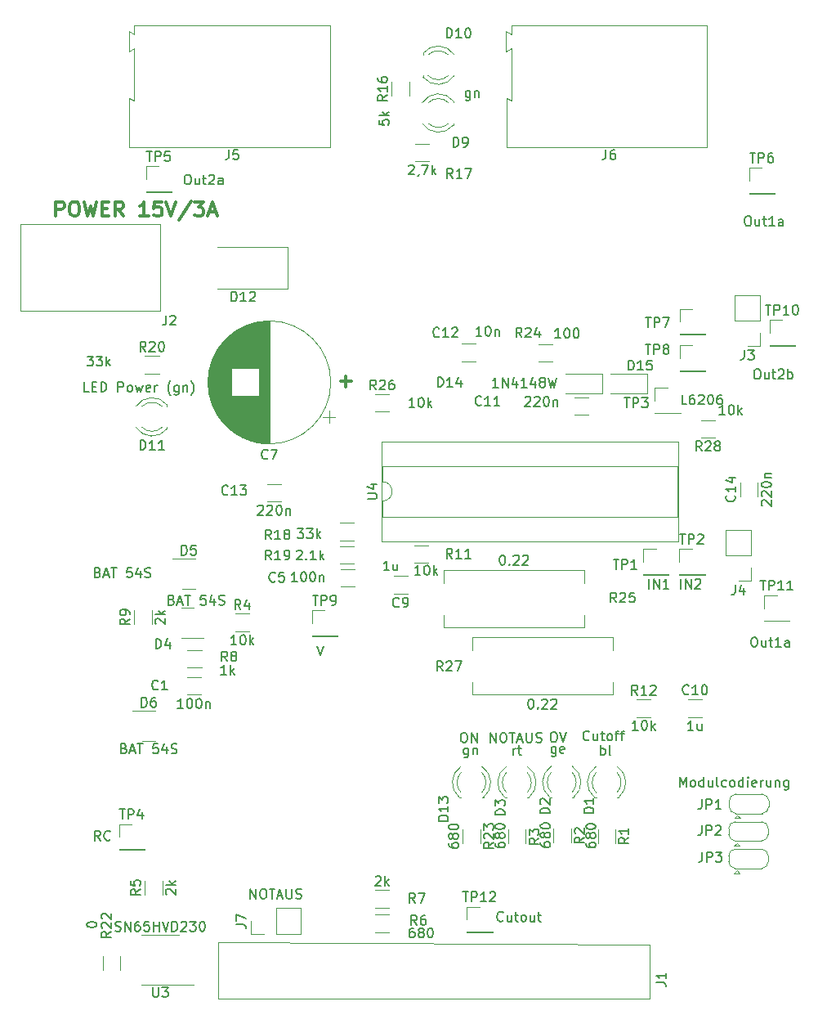
<source format=gbr>
G04 #@! TF.GenerationSoftware,KiCad,Pcbnew,6.0.7-f9a2dced07~116~ubuntu20.04.1*
G04 #@! TF.CreationDate,2022-08-19T20:43:36+02:00*
G04 #@! TF.ProjectId,sboxnet-booster,73626f78-6e65-4742-9d62-6f6f73746572,rev?*
G04 #@! TF.SameCoordinates,Original*
G04 #@! TF.FileFunction,Legend,Top*
G04 #@! TF.FilePolarity,Positive*
%FSLAX46Y46*%
G04 Gerber Fmt 4.6, Leading zero omitted, Abs format (unit mm)*
G04 Created by KiCad (PCBNEW 6.0.7-f9a2dced07~116~ubuntu20.04.1) date 2022-08-19 20:43:36*
%MOMM*%
%LPD*%
G01*
G04 APERTURE LIST*
%ADD10C,0.150000*%
%ADD11C,0.300000*%
%ADD12C,0.120000*%
G04 APERTURE END LIST*
D10*
X101761904Y-61185714D02*
X101761904Y-61995238D01*
X101714285Y-62090476D01*
X101666666Y-62138095D01*
X101571428Y-62185714D01*
X101428571Y-62185714D01*
X101333333Y-62138095D01*
X101761904Y-61804761D02*
X101666666Y-61852380D01*
X101476190Y-61852380D01*
X101380952Y-61804761D01*
X101333333Y-61757142D01*
X101285714Y-61661904D01*
X101285714Y-61376190D01*
X101333333Y-61280952D01*
X101380952Y-61233333D01*
X101476190Y-61185714D01*
X101666666Y-61185714D01*
X101761904Y-61233333D01*
X102238095Y-61185714D02*
X102238095Y-61852380D01*
X102238095Y-61280952D02*
X102285714Y-61233333D01*
X102380952Y-61185714D01*
X102523809Y-61185714D01*
X102619047Y-61233333D01*
X102666666Y-61328571D01*
X102666666Y-61852380D01*
X123590000Y-112722380D02*
X123590000Y-111722380D01*
X124066190Y-112722380D02*
X124066190Y-111722380D01*
X124637619Y-112722380D01*
X124637619Y-111722380D01*
X125066190Y-111817619D02*
X125113809Y-111770000D01*
X125209047Y-111722380D01*
X125447142Y-111722380D01*
X125542380Y-111770000D01*
X125590000Y-111817619D01*
X125637619Y-111912857D01*
X125637619Y-112008095D01*
X125590000Y-112150952D01*
X125018571Y-112722380D01*
X125637619Y-112722380D01*
X110635714Y-129085714D02*
X110635714Y-129895238D01*
X110588095Y-129990476D01*
X110540476Y-130038095D01*
X110445238Y-130085714D01*
X110302380Y-130085714D01*
X110207142Y-130038095D01*
X110635714Y-129704761D02*
X110540476Y-129752380D01*
X110350000Y-129752380D01*
X110254761Y-129704761D01*
X110207142Y-129657142D01*
X110159523Y-129561904D01*
X110159523Y-129276190D01*
X110207142Y-129180952D01*
X110254761Y-129133333D01*
X110350000Y-129085714D01*
X110540476Y-129085714D01*
X110635714Y-129133333D01*
X111492857Y-129704761D02*
X111397619Y-129752380D01*
X111207142Y-129752380D01*
X111111904Y-129704761D01*
X111064285Y-129609523D01*
X111064285Y-129228571D01*
X111111904Y-129133333D01*
X111207142Y-129085714D01*
X111397619Y-129085714D01*
X111492857Y-129133333D01*
X111540476Y-129228571D01*
X111540476Y-129323809D01*
X111064285Y-129419047D01*
X101030952Y-127652380D02*
X101221428Y-127652380D01*
X101316666Y-127700000D01*
X101411904Y-127795238D01*
X101459523Y-127985714D01*
X101459523Y-128319047D01*
X101411904Y-128509523D01*
X101316666Y-128604761D01*
X101221428Y-128652380D01*
X101030952Y-128652380D01*
X100935714Y-128604761D01*
X100840476Y-128509523D01*
X100792857Y-128319047D01*
X100792857Y-127985714D01*
X100840476Y-127795238D01*
X100935714Y-127700000D01*
X101030952Y-127652380D01*
X101888095Y-128652380D02*
X101888095Y-127652380D01*
X102459523Y-128652380D01*
X102459523Y-127652380D01*
X72408095Y-69882380D02*
X72598571Y-69882380D01*
X72693809Y-69930000D01*
X72789047Y-70025238D01*
X72836666Y-70215714D01*
X72836666Y-70549047D01*
X72789047Y-70739523D01*
X72693809Y-70834761D01*
X72598571Y-70882380D01*
X72408095Y-70882380D01*
X72312857Y-70834761D01*
X72217619Y-70739523D01*
X72170000Y-70549047D01*
X72170000Y-70215714D01*
X72217619Y-70025238D01*
X72312857Y-69930000D01*
X72408095Y-69882380D01*
X73693809Y-70215714D02*
X73693809Y-70882380D01*
X73265238Y-70215714D02*
X73265238Y-70739523D01*
X73312857Y-70834761D01*
X73408095Y-70882380D01*
X73550952Y-70882380D01*
X73646190Y-70834761D01*
X73693809Y-70787142D01*
X74027142Y-70215714D02*
X74408095Y-70215714D01*
X74170000Y-69882380D02*
X74170000Y-70739523D01*
X74217619Y-70834761D01*
X74312857Y-70882380D01*
X74408095Y-70882380D01*
X74693809Y-69977619D02*
X74741428Y-69930000D01*
X74836666Y-69882380D01*
X75074761Y-69882380D01*
X75170000Y-69930000D01*
X75217619Y-69977619D01*
X75265238Y-70072857D01*
X75265238Y-70168095D01*
X75217619Y-70310952D01*
X74646190Y-70882380D01*
X75265238Y-70882380D01*
X76122380Y-70882380D02*
X76122380Y-70358571D01*
X76074761Y-70263333D01*
X75979523Y-70215714D01*
X75789047Y-70215714D01*
X75693809Y-70263333D01*
X76122380Y-70834761D02*
X76027142Y-70882380D01*
X75789047Y-70882380D01*
X75693809Y-70834761D01*
X75646190Y-70739523D01*
X75646190Y-70644285D01*
X75693809Y-70549047D01*
X75789047Y-70501428D01*
X76027142Y-70501428D01*
X76122380Y-70453809D01*
X101561904Y-129235714D02*
X101561904Y-130045238D01*
X101514285Y-130140476D01*
X101466666Y-130188095D01*
X101371428Y-130235714D01*
X101228571Y-130235714D01*
X101133333Y-130188095D01*
X101561904Y-129854761D02*
X101466666Y-129902380D01*
X101276190Y-129902380D01*
X101180952Y-129854761D01*
X101133333Y-129807142D01*
X101085714Y-129711904D01*
X101085714Y-129426190D01*
X101133333Y-129330952D01*
X101180952Y-129283333D01*
X101276190Y-129235714D01*
X101466666Y-129235714D01*
X101561904Y-129283333D01*
X102038095Y-129235714D02*
X102038095Y-129902380D01*
X102038095Y-129330952D02*
X102085714Y-129283333D01*
X102180952Y-129235714D01*
X102323809Y-129235714D01*
X102419047Y-129283333D01*
X102466666Y-129378571D01*
X102466666Y-129902380D01*
X79000952Y-144822380D02*
X79000952Y-143822380D01*
X79572380Y-144822380D01*
X79572380Y-143822380D01*
X80239047Y-143822380D02*
X80429523Y-143822380D01*
X80524761Y-143870000D01*
X80620000Y-143965238D01*
X80667619Y-144155714D01*
X80667619Y-144489047D01*
X80620000Y-144679523D01*
X80524761Y-144774761D01*
X80429523Y-144822380D01*
X80239047Y-144822380D01*
X80143809Y-144774761D01*
X80048571Y-144679523D01*
X80000952Y-144489047D01*
X80000952Y-144155714D01*
X80048571Y-143965238D01*
X80143809Y-143870000D01*
X80239047Y-143822380D01*
X80953333Y-143822380D02*
X81524761Y-143822380D01*
X81239047Y-144822380D02*
X81239047Y-143822380D01*
X81810476Y-144536666D02*
X82286666Y-144536666D01*
X81715238Y-144822380D02*
X82048571Y-143822380D01*
X82381904Y-144822380D01*
X82715238Y-143822380D02*
X82715238Y-144631904D01*
X82762857Y-144727142D01*
X82810476Y-144774761D01*
X82905714Y-144822380D01*
X83096190Y-144822380D01*
X83191428Y-144774761D01*
X83239047Y-144727142D01*
X83286666Y-144631904D01*
X83286666Y-143822380D01*
X83715238Y-144774761D02*
X83858095Y-144822380D01*
X84096190Y-144822380D01*
X84191428Y-144774761D01*
X84239047Y-144727142D01*
X84286666Y-144631904D01*
X84286666Y-144536666D01*
X84239047Y-144441428D01*
X84191428Y-144393809D01*
X84096190Y-144346190D01*
X83905714Y-144298571D01*
X83810476Y-144250952D01*
X83762857Y-144203333D01*
X83715238Y-144108095D01*
X83715238Y-144012857D01*
X83762857Y-143917619D01*
X83810476Y-143870000D01*
X83905714Y-143822380D01*
X84143809Y-143822380D01*
X84286666Y-143870000D01*
X85876666Y-118652380D02*
X86210000Y-119652380D01*
X86543333Y-118652380D01*
X123480952Y-133252380D02*
X123480952Y-132252380D01*
X123814285Y-132966666D01*
X124147619Y-132252380D01*
X124147619Y-133252380D01*
X124766666Y-133252380D02*
X124671428Y-133204761D01*
X124623809Y-133157142D01*
X124576190Y-133061904D01*
X124576190Y-132776190D01*
X124623809Y-132680952D01*
X124671428Y-132633333D01*
X124766666Y-132585714D01*
X124909523Y-132585714D01*
X125004761Y-132633333D01*
X125052380Y-132680952D01*
X125100000Y-132776190D01*
X125100000Y-133061904D01*
X125052380Y-133157142D01*
X125004761Y-133204761D01*
X124909523Y-133252380D01*
X124766666Y-133252380D01*
X125957142Y-133252380D02*
X125957142Y-132252380D01*
X125957142Y-133204761D02*
X125861904Y-133252380D01*
X125671428Y-133252380D01*
X125576190Y-133204761D01*
X125528571Y-133157142D01*
X125480952Y-133061904D01*
X125480952Y-132776190D01*
X125528571Y-132680952D01*
X125576190Y-132633333D01*
X125671428Y-132585714D01*
X125861904Y-132585714D01*
X125957142Y-132633333D01*
X126861904Y-132585714D02*
X126861904Y-133252380D01*
X126433333Y-132585714D02*
X126433333Y-133109523D01*
X126480952Y-133204761D01*
X126576190Y-133252380D01*
X126719047Y-133252380D01*
X126814285Y-133204761D01*
X126861904Y-133157142D01*
X127480952Y-133252380D02*
X127385714Y-133204761D01*
X127338095Y-133109523D01*
X127338095Y-132252380D01*
X128290476Y-133204761D02*
X128195238Y-133252380D01*
X128004761Y-133252380D01*
X127909523Y-133204761D01*
X127861904Y-133157142D01*
X127814285Y-133061904D01*
X127814285Y-132776190D01*
X127861904Y-132680952D01*
X127909523Y-132633333D01*
X128004761Y-132585714D01*
X128195238Y-132585714D01*
X128290476Y-132633333D01*
X128861904Y-133252380D02*
X128766666Y-133204761D01*
X128719047Y-133157142D01*
X128671428Y-133061904D01*
X128671428Y-132776190D01*
X128719047Y-132680952D01*
X128766666Y-132633333D01*
X128861904Y-132585714D01*
X129004761Y-132585714D01*
X129100000Y-132633333D01*
X129147619Y-132680952D01*
X129195238Y-132776190D01*
X129195238Y-133061904D01*
X129147619Y-133157142D01*
X129100000Y-133204761D01*
X129004761Y-133252380D01*
X128861904Y-133252380D01*
X130052380Y-133252380D02*
X130052380Y-132252380D01*
X130052380Y-133204761D02*
X129957142Y-133252380D01*
X129766666Y-133252380D01*
X129671428Y-133204761D01*
X129623809Y-133157142D01*
X129576190Y-133061904D01*
X129576190Y-132776190D01*
X129623809Y-132680952D01*
X129671428Y-132633333D01*
X129766666Y-132585714D01*
X129957142Y-132585714D01*
X130052380Y-132633333D01*
X130528571Y-133252380D02*
X130528571Y-132585714D01*
X130528571Y-132252380D02*
X130480952Y-132300000D01*
X130528571Y-132347619D01*
X130576190Y-132300000D01*
X130528571Y-132252380D01*
X130528571Y-132347619D01*
X131385714Y-133204761D02*
X131290476Y-133252380D01*
X131100000Y-133252380D01*
X131004761Y-133204761D01*
X130957142Y-133109523D01*
X130957142Y-132728571D01*
X131004761Y-132633333D01*
X131100000Y-132585714D01*
X131290476Y-132585714D01*
X131385714Y-132633333D01*
X131433333Y-132728571D01*
X131433333Y-132823809D01*
X130957142Y-132919047D01*
X131861904Y-133252380D02*
X131861904Y-132585714D01*
X131861904Y-132776190D02*
X131909523Y-132680952D01*
X131957142Y-132633333D01*
X132052380Y-132585714D01*
X132147619Y-132585714D01*
X132909523Y-132585714D02*
X132909523Y-133252380D01*
X132480952Y-132585714D02*
X132480952Y-133109523D01*
X132528571Y-133204761D01*
X132623809Y-133252380D01*
X132766666Y-133252380D01*
X132861904Y-133204761D01*
X132909523Y-133157142D01*
X133385714Y-132585714D02*
X133385714Y-133252380D01*
X133385714Y-132680952D02*
X133433333Y-132633333D01*
X133528571Y-132585714D01*
X133671428Y-132585714D01*
X133766666Y-132633333D01*
X133814285Y-132728571D01*
X133814285Y-133252380D01*
X134719047Y-132585714D02*
X134719047Y-133395238D01*
X134671428Y-133490476D01*
X134623809Y-133538095D01*
X134528571Y-133585714D01*
X134385714Y-133585714D01*
X134290476Y-133538095D01*
X134719047Y-133204761D02*
X134623809Y-133252380D01*
X134433333Y-133252380D01*
X134338095Y-133204761D01*
X134290476Y-133157142D01*
X134242857Y-133061904D01*
X134242857Y-132776190D01*
X134290476Y-132680952D01*
X134338095Y-132633333D01*
X134433333Y-132585714D01*
X134623809Y-132585714D01*
X134719047Y-132633333D01*
X110326190Y-127602380D02*
X110516666Y-127602380D01*
X110611904Y-127650000D01*
X110707142Y-127745238D01*
X110754761Y-127935714D01*
X110754761Y-128269047D01*
X110707142Y-128459523D01*
X110611904Y-128554761D01*
X110516666Y-128602380D01*
X110326190Y-128602380D01*
X110230952Y-128554761D01*
X110135714Y-128459523D01*
X110088095Y-128269047D01*
X110088095Y-127935714D01*
X110135714Y-127745238D01*
X110230952Y-127650000D01*
X110326190Y-127602380D01*
X111040476Y-127602380D02*
X111373809Y-128602380D01*
X111707142Y-127602380D01*
X131418095Y-90022380D02*
X131608571Y-90022380D01*
X131703809Y-90070000D01*
X131799047Y-90165238D01*
X131846666Y-90355714D01*
X131846666Y-90689047D01*
X131799047Y-90879523D01*
X131703809Y-90974761D01*
X131608571Y-91022380D01*
X131418095Y-91022380D01*
X131322857Y-90974761D01*
X131227619Y-90879523D01*
X131180000Y-90689047D01*
X131180000Y-90355714D01*
X131227619Y-90165238D01*
X131322857Y-90070000D01*
X131418095Y-90022380D01*
X132703809Y-90355714D02*
X132703809Y-91022380D01*
X132275238Y-90355714D02*
X132275238Y-90879523D01*
X132322857Y-90974761D01*
X132418095Y-91022380D01*
X132560952Y-91022380D01*
X132656190Y-90974761D01*
X132703809Y-90927142D01*
X133037142Y-90355714D02*
X133418095Y-90355714D01*
X133180000Y-90022380D02*
X133180000Y-90879523D01*
X133227619Y-90974761D01*
X133322857Y-91022380D01*
X133418095Y-91022380D01*
X133703809Y-90117619D02*
X133751428Y-90070000D01*
X133846666Y-90022380D01*
X134084761Y-90022380D01*
X134180000Y-90070000D01*
X134227619Y-90117619D01*
X134275238Y-90212857D01*
X134275238Y-90308095D01*
X134227619Y-90450952D01*
X133656190Y-91022380D01*
X134275238Y-91022380D01*
X134703809Y-91022380D02*
X134703809Y-90022380D01*
X134703809Y-90403333D02*
X134799047Y-90355714D01*
X134989523Y-90355714D01*
X135084761Y-90403333D01*
X135132380Y-90450952D01*
X135180000Y-90546190D01*
X135180000Y-90831904D01*
X135132380Y-90927142D01*
X135084761Y-90974761D01*
X134989523Y-91022380D01*
X134799047Y-91022380D01*
X134703809Y-90974761D01*
X63459523Y-138802380D02*
X63126190Y-138326190D01*
X62888095Y-138802380D02*
X62888095Y-137802380D01*
X63269047Y-137802380D01*
X63364285Y-137850000D01*
X63411904Y-137897619D01*
X63459523Y-137992857D01*
X63459523Y-138135714D01*
X63411904Y-138230952D01*
X63364285Y-138278571D01*
X63269047Y-138326190D01*
X62888095Y-138326190D01*
X64459523Y-138707142D02*
X64411904Y-138754761D01*
X64269047Y-138802380D01*
X64173809Y-138802380D01*
X64030952Y-138754761D01*
X63935714Y-138659523D01*
X63888095Y-138564285D01*
X63840476Y-138373809D01*
X63840476Y-138230952D01*
X63888095Y-138040476D01*
X63935714Y-137945238D01*
X64030952Y-137850000D01*
X64173809Y-137802380D01*
X64269047Y-137802380D01*
X64411904Y-137850000D01*
X64459523Y-137897619D01*
X120290000Y-112722380D02*
X120290000Y-111722380D01*
X120766190Y-112722380D02*
X120766190Y-111722380D01*
X121337619Y-112722380D01*
X121337619Y-111722380D01*
X122337619Y-112722380D02*
X121766190Y-112722380D01*
X122051904Y-112722380D02*
X122051904Y-111722380D01*
X121956666Y-111865238D01*
X121861428Y-111960476D01*
X121766190Y-112008095D01*
X114097619Y-128357142D02*
X114050000Y-128404761D01*
X113907142Y-128452380D01*
X113811904Y-128452380D01*
X113669047Y-128404761D01*
X113573809Y-128309523D01*
X113526190Y-128214285D01*
X113478571Y-128023809D01*
X113478571Y-127880952D01*
X113526190Y-127690476D01*
X113573809Y-127595238D01*
X113669047Y-127500000D01*
X113811904Y-127452380D01*
X113907142Y-127452380D01*
X114050000Y-127500000D01*
X114097619Y-127547619D01*
X114954761Y-127785714D02*
X114954761Y-128452380D01*
X114526190Y-127785714D02*
X114526190Y-128309523D01*
X114573809Y-128404761D01*
X114669047Y-128452380D01*
X114811904Y-128452380D01*
X114907142Y-128404761D01*
X114954761Y-128357142D01*
X115288095Y-127785714D02*
X115669047Y-127785714D01*
X115430952Y-127452380D02*
X115430952Y-128309523D01*
X115478571Y-128404761D01*
X115573809Y-128452380D01*
X115669047Y-128452380D01*
X116145238Y-128452380D02*
X116050000Y-128404761D01*
X116002380Y-128357142D01*
X115954761Y-128261904D01*
X115954761Y-127976190D01*
X116002380Y-127880952D01*
X116050000Y-127833333D01*
X116145238Y-127785714D01*
X116288095Y-127785714D01*
X116383333Y-127833333D01*
X116430952Y-127880952D01*
X116478571Y-127976190D01*
X116478571Y-128261904D01*
X116430952Y-128357142D01*
X116383333Y-128404761D01*
X116288095Y-128452380D01*
X116145238Y-128452380D01*
X116764285Y-127785714D02*
X117145238Y-127785714D01*
X116907142Y-128452380D02*
X116907142Y-127595238D01*
X116954761Y-127500000D01*
X117050000Y-127452380D01*
X117145238Y-127452380D01*
X117335714Y-127785714D02*
X117716666Y-127785714D01*
X117478571Y-128452380D02*
X117478571Y-127595238D01*
X117526190Y-127500000D01*
X117621428Y-127452380D01*
X117716666Y-127452380D01*
X124194761Y-93662380D02*
X123718571Y-93662380D01*
X123718571Y-92662380D01*
X124956666Y-92662380D02*
X124766190Y-92662380D01*
X124670952Y-92710000D01*
X124623333Y-92757619D01*
X124528095Y-92900476D01*
X124480476Y-93090952D01*
X124480476Y-93471904D01*
X124528095Y-93567142D01*
X124575714Y-93614761D01*
X124670952Y-93662380D01*
X124861428Y-93662380D01*
X124956666Y-93614761D01*
X125004285Y-93567142D01*
X125051904Y-93471904D01*
X125051904Y-93233809D01*
X125004285Y-93138571D01*
X124956666Y-93090952D01*
X124861428Y-93043333D01*
X124670952Y-93043333D01*
X124575714Y-93090952D01*
X124528095Y-93138571D01*
X124480476Y-93233809D01*
X125432857Y-92757619D02*
X125480476Y-92710000D01*
X125575714Y-92662380D01*
X125813809Y-92662380D01*
X125909047Y-92710000D01*
X125956666Y-92757619D01*
X126004285Y-92852857D01*
X126004285Y-92948095D01*
X125956666Y-93090952D01*
X125385238Y-93662380D01*
X126004285Y-93662380D01*
X126623333Y-92662380D02*
X126718571Y-92662380D01*
X126813809Y-92710000D01*
X126861428Y-92757619D01*
X126909047Y-92852857D01*
X126956666Y-93043333D01*
X126956666Y-93281428D01*
X126909047Y-93471904D01*
X126861428Y-93567142D01*
X126813809Y-93614761D01*
X126718571Y-93662380D01*
X126623333Y-93662380D01*
X126528095Y-93614761D01*
X126480476Y-93567142D01*
X126432857Y-93471904D01*
X126385238Y-93281428D01*
X126385238Y-93043333D01*
X126432857Y-92852857D01*
X126480476Y-92757619D01*
X126528095Y-92710000D01*
X126623333Y-92662380D01*
X127813809Y-92662380D02*
X127623333Y-92662380D01*
X127528095Y-92710000D01*
X127480476Y-92757619D01*
X127385238Y-92900476D01*
X127337619Y-93090952D01*
X127337619Y-93471904D01*
X127385238Y-93567142D01*
X127432857Y-93614761D01*
X127528095Y-93662380D01*
X127718571Y-93662380D01*
X127813809Y-93614761D01*
X127861428Y-93567142D01*
X127909047Y-93471904D01*
X127909047Y-93233809D01*
X127861428Y-93138571D01*
X127813809Y-93090952D01*
X127718571Y-93043333D01*
X127528095Y-93043333D01*
X127432857Y-93090952D01*
X127385238Y-93138571D01*
X127337619Y-93233809D01*
X130458095Y-74182380D02*
X130648571Y-74182380D01*
X130743809Y-74230000D01*
X130839047Y-74325238D01*
X130886666Y-74515714D01*
X130886666Y-74849047D01*
X130839047Y-75039523D01*
X130743809Y-75134761D01*
X130648571Y-75182380D01*
X130458095Y-75182380D01*
X130362857Y-75134761D01*
X130267619Y-75039523D01*
X130220000Y-74849047D01*
X130220000Y-74515714D01*
X130267619Y-74325238D01*
X130362857Y-74230000D01*
X130458095Y-74182380D01*
X131743809Y-74515714D02*
X131743809Y-75182380D01*
X131315238Y-74515714D02*
X131315238Y-75039523D01*
X131362857Y-75134761D01*
X131458095Y-75182380D01*
X131600952Y-75182380D01*
X131696190Y-75134761D01*
X131743809Y-75087142D01*
X132077142Y-74515714D02*
X132458095Y-74515714D01*
X132220000Y-74182380D02*
X132220000Y-75039523D01*
X132267619Y-75134761D01*
X132362857Y-75182380D01*
X132458095Y-75182380D01*
X133315238Y-75182380D02*
X132743809Y-75182380D01*
X133029523Y-75182380D02*
X133029523Y-74182380D01*
X132934285Y-74325238D01*
X132839047Y-74420476D01*
X132743809Y-74468095D01*
X134172380Y-75182380D02*
X134172380Y-74658571D01*
X134124761Y-74563333D01*
X134029523Y-74515714D01*
X133839047Y-74515714D01*
X133743809Y-74563333D01*
X134172380Y-75134761D02*
X134077142Y-75182380D01*
X133839047Y-75182380D01*
X133743809Y-75134761D01*
X133696190Y-75039523D01*
X133696190Y-74944285D01*
X133743809Y-74849047D01*
X133839047Y-74801428D01*
X134077142Y-74801428D01*
X134172380Y-74753809D01*
D11*
X88328571Y-91293142D02*
X89471428Y-91293142D01*
X88900000Y-91864571D02*
X88900000Y-90721714D01*
D10*
X105170952Y-147087142D02*
X105123333Y-147134761D01*
X104980476Y-147182380D01*
X104885238Y-147182380D01*
X104742380Y-147134761D01*
X104647142Y-147039523D01*
X104599523Y-146944285D01*
X104551904Y-146753809D01*
X104551904Y-146610952D01*
X104599523Y-146420476D01*
X104647142Y-146325238D01*
X104742380Y-146230000D01*
X104885238Y-146182380D01*
X104980476Y-146182380D01*
X105123333Y-146230000D01*
X105170952Y-146277619D01*
X106028095Y-146515714D02*
X106028095Y-147182380D01*
X105599523Y-146515714D02*
X105599523Y-147039523D01*
X105647142Y-147134761D01*
X105742380Y-147182380D01*
X105885238Y-147182380D01*
X105980476Y-147134761D01*
X106028095Y-147087142D01*
X106361428Y-146515714D02*
X106742380Y-146515714D01*
X106504285Y-146182380D02*
X106504285Y-147039523D01*
X106551904Y-147134761D01*
X106647142Y-147182380D01*
X106742380Y-147182380D01*
X107218571Y-147182380D02*
X107123333Y-147134761D01*
X107075714Y-147087142D01*
X107028095Y-146991904D01*
X107028095Y-146706190D01*
X107075714Y-146610952D01*
X107123333Y-146563333D01*
X107218571Y-146515714D01*
X107361428Y-146515714D01*
X107456666Y-146563333D01*
X107504285Y-146610952D01*
X107551904Y-146706190D01*
X107551904Y-146991904D01*
X107504285Y-147087142D01*
X107456666Y-147134761D01*
X107361428Y-147182380D01*
X107218571Y-147182380D01*
X108409047Y-146515714D02*
X108409047Y-147182380D01*
X107980476Y-146515714D02*
X107980476Y-147039523D01*
X108028095Y-147134761D01*
X108123333Y-147182380D01*
X108266190Y-147182380D01*
X108361428Y-147134761D01*
X108409047Y-147087142D01*
X108742380Y-146515714D02*
X109123333Y-146515714D01*
X108885238Y-146182380D02*
X108885238Y-147039523D01*
X108932857Y-147134761D01*
X109028095Y-147182380D01*
X109123333Y-147182380D01*
X115273809Y-129952380D02*
X115273809Y-128952380D01*
X115273809Y-129333333D02*
X115369047Y-129285714D01*
X115559523Y-129285714D01*
X115654761Y-129333333D01*
X115702380Y-129380952D01*
X115750000Y-129476190D01*
X115750000Y-129761904D01*
X115702380Y-129857142D01*
X115654761Y-129904761D01*
X115559523Y-129952380D01*
X115369047Y-129952380D01*
X115273809Y-129904761D01*
X116321428Y-129952380D02*
X116226190Y-129904761D01*
X116178571Y-129809523D01*
X116178571Y-128952380D01*
X103880952Y-128652380D02*
X103880952Y-127652380D01*
X104452380Y-128652380D01*
X104452380Y-127652380D01*
X105119047Y-127652380D02*
X105309523Y-127652380D01*
X105404761Y-127700000D01*
X105500000Y-127795238D01*
X105547619Y-127985714D01*
X105547619Y-128319047D01*
X105500000Y-128509523D01*
X105404761Y-128604761D01*
X105309523Y-128652380D01*
X105119047Y-128652380D01*
X105023809Y-128604761D01*
X104928571Y-128509523D01*
X104880952Y-128319047D01*
X104880952Y-127985714D01*
X104928571Y-127795238D01*
X105023809Y-127700000D01*
X105119047Y-127652380D01*
X105833333Y-127652380D02*
X106404761Y-127652380D01*
X106119047Y-128652380D02*
X106119047Y-127652380D01*
X106690476Y-128366666D02*
X107166666Y-128366666D01*
X106595238Y-128652380D02*
X106928571Y-127652380D01*
X107261904Y-128652380D01*
X107595238Y-127652380D02*
X107595238Y-128461904D01*
X107642857Y-128557142D01*
X107690476Y-128604761D01*
X107785714Y-128652380D01*
X107976190Y-128652380D01*
X108071428Y-128604761D01*
X108119047Y-128557142D01*
X108166666Y-128461904D01*
X108166666Y-127652380D01*
X108595238Y-128604761D02*
X108738095Y-128652380D01*
X108976190Y-128652380D01*
X109071428Y-128604761D01*
X109119047Y-128557142D01*
X109166666Y-128461904D01*
X109166666Y-128366666D01*
X109119047Y-128271428D01*
X109071428Y-128223809D01*
X108976190Y-128176190D01*
X108785714Y-128128571D01*
X108690476Y-128080952D01*
X108642857Y-128033333D01*
X108595238Y-127938095D01*
X108595238Y-127842857D01*
X108642857Y-127747619D01*
X108690476Y-127700000D01*
X108785714Y-127652380D01*
X109023809Y-127652380D01*
X109166666Y-127700000D01*
X106192857Y-129952380D02*
X106192857Y-129285714D01*
X106192857Y-129476190D02*
X106240476Y-129380952D01*
X106288095Y-129333333D01*
X106383333Y-129285714D01*
X106478571Y-129285714D01*
X106669047Y-129285714D02*
X107050000Y-129285714D01*
X106811904Y-128952380D02*
X106811904Y-129809523D01*
X106859523Y-129904761D01*
X106954761Y-129952380D01*
X107050000Y-129952380D01*
X131098095Y-117762380D02*
X131288571Y-117762380D01*
X131383809Y-117810000D01*
X131479047Y-117905238D01*
X131526666Y-118095714D01*
X131526666Y-118429047D01*
X131479047Y-118619523D01*
X131383809Y-118714761D01*
X131288571Y-118762380D01*
X131098095Y-118762380D01*
X131002857Y-118714761D01*
X130907619Y-118619523D01*
X130860000Y-118429047D01*
X130860000Y-118095714D01*
X130907619Y-117905238D01*
X131002857Y-117810000D01*
X131098095Y-117762380D01*
X132383809Y-118095714D02*
X132383809Y-118762380D01*
X131955238Y-118095714D02*
X131955238Y-118619523D01*
X132002857Y-118714761D01*
X132098095Y-118762380D01*
X132240952Y-118762380D01*
X132336190Y-118714761D01*
X132383809Y-118667142D01*
X132717142Y-118095714D02*
X133098095Y-118095714D01*
X132860000Y-117762380D02*
X132860000Y-118619523D01*
X132907619Y-118714761D01*
X133002857Y-118762380D01*
X133098095Y-118762380D01*
X133955238Y-118762380D02*
X133383809Y-118762380D01*
X133669523Y-118762380D02*
X133669523Y-117762380D01*
X133574285Y-117905238D01*
X133479047Y-118000476D01*
X133383809Y-118048095D01*
X134812380Y-118762380D02*
X134812380Y-118238571D01*
X134764761Y-118143333D01*
X134669523Y-118095714D01*
X134479047Y-118095714D01*
X134383809Y-118143333D01*
X134812380Y-118714761D02*
X134717142Y-118762380D01*
X134479047Y-118762380D01*
X134383809Y-118714761D01*
X134336190Y-118619523D01*
X134336190Y-118524285D01*
X134383809Y-118429047D01*
X134479047Y-118381428D01*
X134717142Y-118381428D01*
X134812380Y-118333809D01*
D11*
X58850000Y-74178571D02*
X58850000Y-72678571D01*
X59421428Y-72678571D01*
X59564285Y-72750000D01*
X59635714Y-72821428D01*
X59707142Y-72964285D01*
X59707142Y-73178571D01*
X59635714Y-73321428D01*
X59564285Y-73392857D01*
X59421428Y-73464285D01*
X58850000Y-73464285D01*
X60635714Y-72678571D02*
X60921428Y-72678571D01*
X61064285Y-72750000D01*
X61207142Y-72892857D01*
X61278571Y-73178571D01*
X61278571Y-73678571D01*
X61207142Y-73964285D01*
X61064285Y-74107142D01*
X60921428Y-74178571D01*
X60635714Y-74178571D01*
X60492857Y-74107142D01*
X60350000Y-73964285D01*
X60278571Y-73678571D01*
X60278571Y-73178571D01*
X60350000Y-72892857D01*
X60492857Y-72750000D01*
X60635714Y-72678571D01*
X61778571Y-72678571D02*
X62135714Y-74178571D01*
X62421428Y-73107142D01*
X62707142Y-74178571D01*
X63064285Y-72678571D01*
X63635714Y-73392857D02*
X64135714Y-73392857D01*
X64350000Y-74178571D02*
X63635714Y-74178571D01*
X63635714Y-72678571D01*
X64350000Y-72678571D01*
X65850000Y-74178571D02*
X65350000Y-73464285D01*
X64992857Y-74178571D02*
X64992857Y-72678571D01*
X65564285Y-72678571D01*
X65707142Y-72750000D01*
X65778571Y-72821428D01*
X65850000Y-72964285D01*
X65850000Y-73178571D01*
X65778571Y-73321428D01*
X65707142Y-73392857D01*
X65564285Y-73464285D01*
X64992857Y-73464285D01*
X68421428Y-74178571D02*
X67564285Y-74178571D01*
X67992857Y-74178571D02*
X67992857Y-72678571D01*
X67850000Y-72892857D01*
X67707142Y-73035714D01*
X67564285Y-73107142D01*
X69778571Y-72678571D02*
X69064285Y-72678571D01*
X68992857Y-73392857D01*
X69064285Y-73321428D01*
X69207142Y-73250000D01*
X69564285Y-73250000D01*
X69707142Y-73321428D01*
X69778571Y-73392857D01*
X69850000Y-73535714D01*
X69850000Y-73892857D01*
X69778571Y-74035714D01*
X69707142Y-74107142D01*
X69564285Y-74178571D01*
X69207142Y-74178571D01*
X69064285Y-74107142D01*
X68992857Y-74035714D01*
X70278571Y-72678571D02*
X70778571Y-74178571D01*
X71278571Y-72678571D01*
X72850000Y-72607142D02*
X71564285Y-74535714D01*
X73207142Y-72678571D02*
X74135714Y-72678571D01*
X73635714Y-73250000D01*
X73850000Y-73250000D01*
X73992857Y-73321428D01*
X74064285Y-73392857D01*
X74135714Y-73535714D01*
X74135714Y-73892857D01*
X74064285Y-74035714D01*
X73992857Y-74107142D01*
X73850000Y-74178571D01*
X73421428Y-74178571D01*
X73278571Y-74107142D01*
X73207142Y-74035714D01*
X74707142Y-73750000D02*
X75421428Y-73750000D01*
X74564285Y-74178571D02*
X75064285Y-72678571D01*
X75564285Y-74178571D01*
D10*
X117738095Y-92976380D02*
X118309523Y-92976380D01*
X118023809Y-93976380D02*
X118023809Y-92976380D01*
X118642857Y-93976380D02*
X118642857Y-92976380D01*
X119023809Y-92976380D01*
X119119047Y-93024000D01*
X119166666Y-93071619D01*
X119214285Y-93166857D01*
X119214285Y-93309714D01*
X119166666Y-93404952D01*
X119119047Y-93452571D01*
X119023809Y-93500190D01*
X118642857Y-93500190D01*
X119547619Y-92976380D02*
X120166666Y-92976380D01*
X119833333Y-93357333D01*
X119976190Y-93357333D01*
X120071428Y-93404952D01*
X120119047Y-93452571D01*
X120166666Y-93547809D01*
X120166666Y-93785904D01*
X120119047Y-93881142D01*
X120071428Y-93928761D01*
X119976190Y-93976380D01*
X119690476Y-93976380D01*
X119595238Y-93928761D01*
X119547619Y-93881142D01*
X64552380Y-148242857D02*
X64076190Y-148576190D01*
X64552380Y-148814285D02*
X63552380Y-148814285D01*
X63552380Y-148433333D01*
X63600000Y-148338095D01*
X63647619Y-148290476D01*
X63742857Y-148242857D01*
X63885714Y-148242857D01*
X63980952Y-148290476D01*
X64028571Y-148338095D01*
X64076190Y-148433333D01*
X64076190Y-148814285D01*
X63647619Y-147861904D02*
X63600000Y-147814285D01*
X63552380Y-147719047D01*
X63552380Y-147480952D01*
X63600000Y-147385714D01*
X63647619Y-147338095D01*
X63742857Y-147290476D01*
X63838095Y-147290476D01*
X63980952Y-147338095D01*
X64552380Y-147909523D01*
X64552380Y-147290476D01*
X63647619Y-146909523D02*
X63600000Y-146861904D01*
X63552380Y-146766666D01*
X63552380Y-146528571D01*
X63600000Y-146433333D01*
X63647619Y-146385714D01*
X63742857Y-146338095D01*
X63838095Y-146338095D01*
X63980952Y-146385714D01*
X64552380Y-146957142D01*
X64552380Y-146338095D01*
X62052380Y-147547619D02*
X62052380Y-147452380D01*
X62100000Y-147357142D01*
X62147619Y-147309523D01*
X62242857Y-147261904D01*
X62433333Y-147214285D01*
X62671428Y-147214285D01*
X62861904Y-147261904D01*
X62957142Y-147309523D01*
X63004761Y-147357142D01*
X63052380Y-147452380D01*
X63052380Y-147547619D01*
X63004761Y-147642857D01*
X62957142Y-147690476D01*
X62861904Y-147738095D01*
X62671428Y-147785714D01*
X62433333Y-147785714D01*
X62242857Y-147738095D01*
X62147619Y-147690476D01*
X62100000Y-147642857D01*
X62052380Y-147547619D01*
X115826666Y-67302380D02*
X115826666Y-68016666D01*
X115779047Y-68159523D01*
X115683809Y-68254761D01*
X115540952Y-68302380D01*
X115445714Y-68302380D01*
X116731428Y-67302380D02*
X116540952Y-67302380D01*
X116445714Y-67350000D01*
X116398095Y-67397619D01*
X116302857Y-67540476D01*
X116255238Y-67730952D01*
X116255238Y-68111904D01*
X116302857Y-68207142D01*
X116350476Y-68254761D01*
X116445714Y-68302380D01*
X116636190Y-68302380D01*
X116731428Y-68254761D01*
X116779047Y-68207142D01*
X116826666Y-68111904D01*
X116826666Y-67873809D01*
X116779047Y-67778571D01*
X116731428Y-67730952D01*
X116636190Y-67683333D01*
X116445714Y-67683333D01*
X116350476Y-67730952D01*
X116302857Y-67778571D01*
X116255238Y-67873809D01*
X101011904Y-144122380D02*
X101583333Y-144122380D01*
X101297619Y-145122380D02*
X101297619Y-144122380D01*
X101916666Y-145122380D02*
X101916666Y-144122380D01*
X102297619Y-144122380D01*
X102392857Y-144170000D01*
X102440476Y-144217619D01*
X102488095Y-144312857D01*
X102488095Y-144455714D01*
X102440476Y-144550952D01*
X102392857Y-144598571D01*
X102297619Y-144646190D01*
X101916666Y-144646190D01*
X103440476Y-145122380D02*
X102869047Y-145122380D01*
X103154761Y-145122380D02*
X103154761Y-144122380D01*
X103059523Y-144265238D01*
X102964285Y-144360476D01*
X102869047Y-144408095D01*
X103821428Y-144217619D02*
X103869047Y-144170000D01*
X103964285Y-144122380D01*
X104202380Y-144122380D01*
X104297619Y-144170000D01*
X104345238Y-144217619D01*
X104392857Y-144312857D01*
X104392857Y-144408095D01*
X104345238Y-144550952D01*
X103773809Y-145122380D01*
X104392857Y-145122380D01*
X104172380Y-138992857D02*
X103696190Y-139326190D01*
X104172380Y-139564285D02*
X103172380Y-139564285D01*
X103172380Y-139183333D01*
X103220000Y-139088095D01*
X103267619Y-139040476D01*
X103362857Y-138992857D01*
X103505714Y-138992857D01*
X103600952Y-139040476D01*
X103648571Y-139088095D01*
X103696190Y-139183333D01*
X103696190Y-139564285D01*
X103267619Y-138611904D02*
X103220000Y-138564285D01*
X103172380Y-138469047D01*
X103172380Y-138230952D01*
X103220000Y-138135714D01*
X103267619Y-138088095D01*
X103362857Y-138040476D01*
X103458095Y-138040476D01*
X103600952Y-138088095D01*
X104172380Y-138659523D01*
X104172380Y-138040476D01*
X103172380Y-137707142D02*
X103172380Y-137088095D01*
X103553333Y-137421428D01*
X103553333Y-137278571D01*
X103600952Y-137183333D01*
X103648571Y-137135714D01*
X103743809Y-137088095D01*
X103981904Y-137088095D01*
X104077142Y-137135714D01*
X104124761Y-137183333D01*
X104172380Y-137278571D01*
X104172380Y-137564285D01*
X104124761Y-137659523D01*
X104077142Y-137707142D01*
X99532380Y-139111904D02*
X99532380Y-139302380D01*
X99580000Y-139397619D01*
X99627619Y-139445238D01*
X99770476Y-139540476D01*
X99960952Y-139588095D01*
X100341904Y-139588095D01*
X100437142Y-139540476D01*
X100484761Y-139492857D01*
X100532380Y-139397619D01*
X100532380Y-139207142D01*
X100484761Y-139111904D01*
X100437142Y-139064285D01*
X100341904Y-139016666D01*
X100103809Y-139016666D01*
X100008571Y-139064285D01*
X99960952Y-139111904D01*
X99913333Y-139207142D01*
X99913333Y-139397619D01*
X99960952Y-139492857D01*
X100008571Y-139540476D01*
X100103809Y-139588095D01*
X99960952Y-138445238D02*
X99913333Y-138540476D01*
X99865714Y-138588095D01*
X99770476Y-138635714D01*
X99722857Y-138635714D01*
X99627619Y-138588095D01*
X99580000Y-138540476D01*
X99532380Y-138445238D01*
X99532380Y-138254761D01*
X99580000Y-138159523D01*
X99627619Y-138111904D01*
X99722857Y-138064285D01*
X99770476Y-138064285D01*
X99865714Y-138111904D01*
X99913333Y-138159523D01*
X99960952Y-138254761D01*
X99960952Y-138445238D01*
X100008571Y-138540476D01*
X100056190Y-138588095D01*
X100151428Y-138635714D01*
X100341904Y-138635714D01*
X100437142Y-138588095D01*
X100484761Y-138540476D01*
X100532380Y-138445238D01*
X100532380Y-138254761D01*
X100484761Y-138159523D01*
X100437142Y-138111904D01*
X100341904Y-138064285D01*
X100151428Y-138064285D01*
X100056190Y-138111904D01*
X100008571Y-138159523D01*
X99960952Y-138254761D01*
X99532380Y-137445238D02*
X99532380Y-137350000D01*
X99580000Y-137254761D01*
X99627619Y-137207142D01*
X99722857Y-137159523D01*
X99913333Y-137111904D01*
X100151428Y-137111904D01*
X100341904Y-137159523D01*
X100437142Y-137207142D01*
X100484761Y-137254761D01*
X100532380Y-137350000D01*
X100532380Y-137445238D01*
X100484761Y-137540476D01*
X100437142Y-137588095D01*
X100341904Y-137635714D01*
X100151428Y-137683333D01*
X99913333Y-137683333D01*
X99722857Y-137635714D01*
X99627619Y-137588095D01*
X99580000Y-137540476D01*
X99532380Y-137445238D01*
X119928095Y-84652380D02*
X120499523Y-84652380D01*
X120213809Y-85652380D02*
X120213809Y-84652380D01*
X120832857Y-85652380D02*
X120832857Y-84652380D01*
X121213809Y-84652380D01*
X121309047Y-84700000D01*
X121356666Y-84747619D01*
X121404285Y-84842857D01*
X121404285Y-84985714D01*
X121356666Y-85080952D01*
X121309047Y-85128571D01*
X121213809Y-85176190D01*
X120832857Y-85176190D01*
X121737619Y-84652380D02*
X122404285Y-84652380D01*
X121975714Y-85652380D01*
X118155714Y-90102380D02*
X118155714Y-89102380D01*
X118393809Y-89102380D01*
X118536666Y-89150000D01*
X118631904Y-89245238D01*
X118679523Y-89340476D01*
X118727142Y-89530952D01*
X118727142Y-89673809D01*
X118679523Y-89864285D01*
X118631904Y-89959523D01*
X118536666Y-90054761D01*
X118393809Y-90102380D01*
X118155714Y-90102380D01*
X119679523Y-90102380D02*
X119108095Y-90102380D01*
X119393809Y-90102380D02*
X119393809Y-89102380D01*
X119298571Y-89245238D01*
X119203333Y-89340476D01*
X119108095Y-89388095D01*
X120584285Y-89102380D02*
X120108095Y-89102380D01*
X120060476Y-89578571D01*
X120108095Y-89530952D01*
X120203333Y-89483333D01*
X120441428Y-89483333D01*
X120536666Y-89530952D01*
X120584285Y-89578571D01*
X120631904Y-89673809D01*
X120631904Y-89911904D01*
X120584285Y-90007142D01*
X120536666Y-90054761D01*
X120441428Y-90102380D01*
X120203333Y-90102380D01*
X120108095Y-90054761D01*
X120060476Y-90007142D01*
X65438095Y-135572380D02*
X66009523Y-135572380D01*
X65723809Y-136572380D02*
X65723809Y-135572380D01*
X66342857Y-136572380D02*
X66342857Y-135572380D01*
X66723809Y-135572380D01*
X66819047Y-135620000D01*
X66866666Y-135667619D01*
X66914285Y-135762857D01*
X66914285Y-135905714D01*
X66866666Y-136000952D01*
X66819047Y-136048571D01*
X66723809Y-136096190D01*
X66342857Y-136096190D01*
X67771428Y-135905714D02*
X67771428Y-136572380D01*
X67533333Y-135524761D02*
X67295238Y-136239047D01*
X67914285Y-136239047D01*
X121056380Y-153519333D02*
X121770666Y-153519333D01*
X121913523Y-153566952D01*
X122008761Y-153662190D01*
X122056380Y-153805047D01*
X122056380Y-153900285D01*
X122056380Y-152519333D02*
X122056380Y-153090761D01*
X122056380Y-152805047D02*
X121056380Y-152805047D01*
X121199238Y-152900285D01*
X121294476Y-152995523D01*
X121342095Y-153090761D01*
X67582380Y-143866666D02*
X67106190Y-144200000D01*
X67582380Y-144438095D02*
X66582380Y-144438095D01*
X66582380Y-144057142D01*
X66630000Y-143961904D01*
X66677619Y-143914285D01*
X66772857Y-143866666D01*
X66915714Y-143866666D01*
X67010952Y-143914285D01*
X67058571Y-143961904D01*
X67106190Y-144057142D01*
X67106190Y-144438095D01*
X66582380Y-142961904D02*
X66582380Y-143438095D01*
X67058571Y-143485714D01*
X67010952Y-143438095D01*
X66963333Y-143342857D01*
X66963333Y-143104761D01*
X67010952Y-143009523D01*
X67058571Y-142961904D01*
X67153809Y-142914285D01*
X67391904Y-142914285D01*
X67487142Y-142961904D01*
X67534761Y-143009523D01*
X67582380Y-143104761D01*
X67582380Y-143342857D01*
X67534761Y-143438095D01*
X67487142Y-143485714D01*
X70317619Y-144390476D02*
X70270000Y-144342857D01*
X70222380Y-144247619D01*
X70222380Y-144009523D01*
X70270000Y-143914285D01*
X70317619Y-143866666D01*
X70412857Y-143819047D01*
X70508095Y-143819047D01*
X70650952Y-143866666D01*
X71222380Y-144438095D01*
X71222380Y-143819047D01*
X71222380Y-143390476D02*
X70222380Y-143390476D01*
X70841428Y-143295238D02*
X71222380Y-143009523D01*
X70555714Y-143009523D02*
X70936666Y-143390476D01*
X132361904Y-83372380D02*
X132933333Y-83372380D01*
X132647619Y-84372380D02*
X132647619Y-83372380D01*
X133266666Y-84372380D02*
X133266666Y-83372380D01*
X133647619Y-83372380D01*
X133742857Y-83420000D01*
X133790476Y-83467619D01*
X133838095Y-83562857D01*
X133838095Y-83705714D01*
X133790476Y-83800952D01*
X133742857Y-83848571D01*
X133647619Y-83896190D01*
X133266666Y-83896190D01*
X134790476Y-84372380D02*
X134219047Y-84372380D01*
X134504761Y-84372380D02*
X134504761Y-83372380D01*
X134409523Y-83515238D01*
X134314285Y-83610476D01*
X134219047Y-83658095D01*
X135409523Y-83372380D02*
X135504761Y-83372380D01*
X135600000Y-83420000D01*
X135647619Y-83467619D01*
X135695238Y-83562857D01*
X135742857Y-83753333D01*
X135742857Y-83991428D01*
X135695238Y-84181904D01*
X135647619Y-84277142D01*
X135600000Y-84324761D01*
X135504761Y-84372380D01*
X135409523Y-84372380D01*
X135314285Y-84324761D01*
X135266666Y-84277142D01*
X135219047Y-84181904D01*
X135171428Y-83991428D01*
X135171428Y-83753333D01*
X135219047Y-83562857D01*
X135266666Y-83467619D01*
X135314285Y-83420000D01*
X135409523Y-83372380D01*
X99335714Y-55702380D02*
X99335714Y-54702380D01*
X99573809Y-54702380D01*
X99716666Y-54750000D01*
X99811904Y-54845238D01*
X99859523Y-54940476D01*
X99907142Y-55130952D01*
X99907142Y-55273809D01*
X99859523Y-55464285D01*
X99811904Y-55559523D01*
X99716666Y-55654761D01*
X99573809Y-55702380D01*
X99335714Y-55702380D01*
X100859523Y-55702380D02*
X100288095Y-55702380D01*
X100573809Y-55702380D02*
X100573809Y-54702380D01*
X100478571Y-54845238D01*
X100383333Y-54940476D01*
X100288095Y-54988095D01*
X101478571Y-54702380D02*
X101573809Y-54702380D01*
X101669047Y-54750000D01*
X101716666Y-54797619D01*
X101764285Y-54892857D01*
X101811904Y-55083333D01*
X101811904Y-55321428D01*
X101764285Y-55511904D01*
X101716666Y-55607142D01*
X101669047Y-55654761D01*
X101573809Y-55702380D01*
X101478571Y-55702380D01*
X101383333Y-55654761D01*
X101335714Y-55607142D01*
X101288095Y-55511904D01*
X101240476Y-55321428D01*
X101240476Y-55083333D01*
X101288095Y-54892857D01*
X101335714Y-54797619D01*
X101383333Y-54750000D01*
X101478571Y-54702380D01*
X119107142Y-123732380D02*
X118773809Y-123256190D01*
X118535714Y-123732380D02*
X118535714Y-122732380D01*
X118916666Y-122732380D01*
X119011904Y-122780000D01*
X119059523Y-122827619D01*
X119107142Y-122922857D01*
X119107142Y-123065714D01*
X119059523Y-123160952D01*
X119011904Y-123208571D01*
X118916666Y-123256190D01*
X118535714Y-123256190D01*
X120059523Y-123732380D02*
X119488095Y-123732380D01*
X119773809Y-123732380D02*
X119773809Y-122732380D01*
X119678571Y-122875238D01*
X119583333Y-122970476D01*
X119488095Y-123018095D01*
X120440476Y-122827619D02*
X120488095Y-122780000D01*
X120583333Y-122732380D01*
X120821428Y-122732380D01*
X120916666Y-122780000D01*
X120964285Y-122827619D01*
X121011904Y-122922857D01*
X121011904Y-123018095D01*
X120964285Y-123160952D01*
X120392857Y-123732380D01*
X121011904Y-123732380D01*
X119154761Y-127372380D02*
X118583333Y-127372380D01*
X118869047Y-127372380D02*
X118869047Y-126372380D01*
X118773809Y-126515238D01*
X118678571Y-126610476D01*
X118583333Y-126658095D01*
X119773809Y-126372380D02*
X119869047Y-126372380D01*
X119964285Y-126420000D01*
X120011904Y-126467619D01*
X120059523Y-126562857D01*
X120107142Y-126753333D01*
X120107142Y-126991428D01*
X120059523Y-127181904D01*
X120011904Y-127277142D01*
X119964285Y-127324761D01*
X119869047Y-127372380D01*
X119773809Y-127372380D01*
X119678571Y-127324761D01*
X119630952Y-127277142D01*
X119583333Y-127181904D01*
X119535714Y-126991428D01*
X119535714Y-126753333D01*
X119583333Y-126562857D01*
X119630952Y-126467619D01*
X119678571Y-126420000D01*
X119773809Y-126372380D01*
X120535714Y-127372380D02*
X120535714Y-126372380D01*
X120630952Y-126991428D02*
X120916666Y-127372380D01*
X120916666Y-126705714D02*
X120535714Y-127086666D01*
X99907142Y-109602380D02*
X99573809Y-109126190D01*
X99335714Y-109602380D02*
X99335714Y-108602380D01*
X99716666Y-108602380D01*
X99811904Y-108650000D01*
X99859523Y-108697619D01*
X99907142Y-108792857D01*
X99907142Y-108935714D01*
X99859523Y-109030952D01*
X99811904Y-109078571D01*
X99716666Y-109126190D01*
X99335714Y-109126190D01*
X100859523Y-109602380D02*
X100288095Y-109602380D01*
X100573809Y-109602380D02*
X100573809Y-108602380D01*
X100478571Y-108745238D01*
X100383333Y-108840476D01*
X100288095Y-108888095D01*
X101811904Y-109602380D02*
X101240476Y-109602380D01*
X101526190Y-109602380D02*
X101526190Y-108602380D01*
X101430952Y-108745238D01*
X101335714Y-108840476D01*
X101240476Y-108888095D01*
X96604761Y-111302380D02*
X96033333Y-111302380D01*
X96319047Y-111302380D02*
X96319047Y-110302380D01*
X96223809Y-110445238D01*
X96128571Y-110540476D01*
X96033333Y-110588095D01*
X97223809Y-110302380D02*
X97319047Y-110302380D01*
X97414285Y-110350000D01*
X97461904Y-110397619D01*
X97509523Y-110492857D01*
X97557142Y-110683333D01*
X97557142Y-110921428D01*
X97509523Y-111111904D01*
X97461904Y-111207142D01*
X97414285Y-111254761D01*
X97319047Y-111302380D01*
X97223809Y-111302380D01*
X97128571Y-111254761D01*
X97080952Y-111207142D01*
X97033333Y-111111904D01*
X96985714Y-110921428D01*
X96985714Y-110683333D01*
X97033333Y-110492857D01*
X97080952Y-110397619D01*
X97128571Y-110350000D01*
X97223809Y-110302380D01*
X97985714Y-111302380D02*
X97985714Y-110302380D01*
X98080952Y-110921428D02*
X98366666Y-111302380D01*
X98366666Y-110635714D02*
X97985714Y-111016666D01*
X68157142Y-88182380D02*
X67823809Y-87706190D01*
X67585714Y-88182380D02*
X67585714Y-87182380D01*
X67966666Y-87182380D01*
X68061904Y-87230000D01*
X68109523Y-87277619D01*
X68157142Y-87372857D01*
X68157142Y-87515714D01*
X68109523Y-87610952D01*
X68061904Y-87658571D01*
X67966666Y-87706190D01*
X67585714Y-87706190D01*
X68538095Y-87277619D02*
X68585714Y-87230000D01*
X68680952Y-87182380D01*
X68919047Y-87182380D01*
X69014285Y-87230000D01*
X69061904Y-87277619D01*
X69109523Y-87372857D01*
X69109523Y-87468095D01*
X69061904Y-87610952D01*
X68490476Y-88182380D01*
X69109523Y-88182380D01*
X69728571Y-87182380D02*
X69823809Y-87182380D01*
X69919047Y-87230000D01*
X69966666Y-87277619D01*
X70014285Y-87372857D01*
X70061904Y-87563333D01*
X70061904Y-87801428D01*
X70014285Y-87991904D01*
X69966666Y-88087142D01*
X69919047Y-88134761D01*
X69823809Y-88182380D01*
X69728571Y-88182380D01*
X69633333Y-88134761D01*
X69585714Y-88087142D01*
X69538095Y-87991904D01*
X69490476Y-87801428D01*
X69490476Y-87563333D01*
X69538095Y-87372857D01*
X69585714Y-87277619D01*
X69633333Y-87230000D01*
X69728571Y-87182380D01*
X62085714Y-88672380D02*
X62704761Y-88672380D01*
X62371428Y-89053333D01*
X62514285Y-89053333D01*
X62609523Y-89100952D01*
X62657142Y-89148571D01*
X62704761Y-89243809D01*
X62704761Y-89481904D01*
X62657142Y-89577142D01*
X62609523Y-89624761D01*
X62514285Y-89672380D01*
X62228571Y-89672380D01*
X62133333Y-89624761D01*
X62085714Y-89577142D01*
X63038095Y-88672380D02*
X63657142Y-88672380D01*
X63323809Y-89053333D01*
X63466666Y-89053333D01*
X63561904Y-89100952D01*
X63609523Y-89148571D01*
X63657142Y-89243809D01*
X63657142Y-89481904D01*
X63609523Y-89577142D01*
X63561904Y-89624761D01*
X63466666Y-89672380D01*
X63180952Y-89672380D01*
X63085714Y-89624761D01*
X63038095Y-89577142D01*
X64085714Y-89672380D02*
X64085714Y-88672380D01*
X64180952Y-89291428D02*
X64466666Y-89672380D01*
X64466666Y-89005714D02*
X64085714Y-89386666D01*
X98557142Y-86607142D02*
X98509523Y-86654761D01*
X98366666Y-86702380D01*
X98271428Y-86702380D01*
X98128571Y-86654761D01*
X98033333Y-86559523D01*
X97985714Y-86464285D01*
X97938095Y-86273809D01*
X97938095Y-86130952D01*
X97985714Y-85940476D01*
X98033333Y-85845238D01*
X98128571Y-85750000D01*
X98271428Y-85702380D01*
X98366666Y-85702380D01*
X98509523Y-85750000D01*
X98557142Y-85797619D01*
X99509523Y-86702380D02*
X98938095Y-86702380D01*
X99223809Y-86702380D02*
X99223809Y-85702380D01*
X99128571Y-85845238D01*
X99033333Y-85940476D01*
X98938095Y-85988095D01*
X99890476Y-85797619D02*
X99938095Y-85750000D01*
X100033333Y-85702380D01*
X100271428Y-85702380D01*
X100366666Y-85750000D01*
X100414285Y-85797619D01*
X100461904Y-85892857D01*
X100461904Y-85988095D01*
X100414285Y-86130952D01*
X99842857Y-86702380D01*
X100461904Y-86702380D01*
X102947142Y-86572380D02*
X102375714Y-86572380D01*
X102661428Y-86572380D02*
X102661428Y-85572380D01*
X102566190Y-85715238D01*
X102470952Y-85810476D01*
X102375714Y-85858095D01*
X103566190Y-85572380D02*
X103661428Y-85572380D01*
X103756666Y-85620000D01*
X103804285Y-85667619D01*
X103851904Y-85762857D01*
X103899523Y-85953333D01*
X103899523Y-86191428D01*
X103851904Y-86381904D01*
X103804285Y-86477142D01*
X103756666Y-86524761D01*
X103661428Y-86572380D01*
X103566190Y-86572380D01*
X103470952Y-86524761D01*
X103423333Y-86477142D01*
X103375714Y-86381904D01*
X103328095Y-86191428D01*
X103328095Y-85953333D01*
X103375714Y-85762857D01*
X103423333Y-85667619D01*
X103470952Y-85620000D01*
X103566190Y-85572380D01*
X104328095Y-85905714D02*
X104328095Y-86572380D01*
X104328095Y-86000952D02*
X104375714Y-85953333D01*
X104470952Y-85905714D01*
X104613809Y-85905714D01*
X104709047Y-85953333D01*
X104756666Y-86048571D01*
X104756666Y-86572380D01*
X129157142Y-103092857D02*
X129204761Y-103140476D01*
X129252380Y-103283333D01*
X129252380Y-103378571D01*
X129204761Y-103521428D01*
X129109523Y-103616666D01*
X129014285Y-103664285D01*
X128823809Y-103711904D01*
X128680952Y-103711904D01*
X128490476Y-103664285D01*
X128395238Y-103616666D01*
X128300000Y-103521428D01*
X128252380Y-103378571D01*
X128252380Y-103283333D01*
X128300000Y-103140476D01*
X128347619Y-103092857D01*
X129252380Y-102140476D02*
X129252380Y-102711904D01*
X129252380Y-102426190D02*
X128252380Y-102426190D01*
X128395238Y-102521428D01*
X128490476Y-102616666D01*
X128538095Y-102711904D01*
X128585714Y-101283333D02*
X129252380Y-101283333D01*
X128204761Y-101521428D02*
X128919047Y-101759523D01*
X128919047Y-101140476D01*
X132047619Y-104140476D02*
X132000000Y-104092857D01*
X131952380Y-103997619D01*
X131952380Y-103759523D01*
X132000000Y-103664285D01*
X132047619Y-103616666D01*
X132142857Y-103569047D01*
X132238095Y-103569047D01*
X132380952Y-103616666D01*
X132952380Y-104188095D01*
X132952380Y-103569047D01*
X132047619Y-103188095D02*
X132000000Y-103140476D01*
X131952380Y-103045238D01*
X131952380Y-102807142D01*
X132000000Y-102711904D01*
X132047619Y-102664285D01*
X132142857Y-102616666D01*
X132238095Y-102616666D01*
X132380952Y-102664285D01*
X132952380Y-103235714D01*
X132952380Y-102616666D01*
X131952380Y-101997619D02*
X131952380Y-101902380D01*
X132000000Y-101807142D01*
X132047619Y-101759523D01*
X132142857Y-101711904D01*
X132333333Y-101664285D01*
X132571428Y-101664285D01*
X132761904Y-101711904D01*
X132857142Y-101759523D01*
X132904761Y-101807142D01*
X132952380Y-101902380D01*
X132952380Y-101997619D01*
X132904761Y-102092857D01*
X132857142Y-102140476D01*
X132761904Y-102188095D01*
X132571428Y-102235714D01*
X132333333Y-102235714D01*
X132142857Y-102188095D01*
X132047619Y-102140476D01*
X132000000Y-102092857D01*
X131952380Y-101997619D01*
X132285714Y-101235714D02*
X132952380Y-101235714D01*
X132380952Y-101235714D02*
X132333333Y-101188095D01*
X132285714Y-101092857D01*
X132285714Y-100950000D01*
X132333333Y-100854761D01*
X132428571Y-100807142D01*
X132952380Y-100807142D01*
X76593333Y-120242380D02*
X76260000Y-119766190D01*
X76021904Y-120242380D02*
X76021904Y-119242380D01*
X76402857Y-119242380D01*
X76498095Y-119290000D01*
X76545714Y-119337619D01*
X76593333Y-119432857D01*
X76593333Y-119575714D01*
X76545714Y-119670952D01*
X76498095Y-119718571D01*
X76402857Y-119766190D01*
X76021904Y-119766190D01*
X77164761Y-119670952D02*
X77069523Y-119623333D01*
X77021904Y-119575714D01*
X76974285Y-119480476D01*
X76974285Y-119432857D01*
X77021904Y-119337619D01*
X77069523Y-119290000D01*
X77164761Y-119242380D01*
X77355238Y-119242380D01*
X77450476Y-119290000D01*
X77498095Y-119337619D01*
X77545714Y-119432857D01*
X77545714Y-119480476D01*
X77498095Y-119575714D01*
X77450476Y-119623333D01*
X77355238Y-119670952D01*
X77164761Y-119670952D01*
X77069523Y-119718571D01*
X77021904Y-119766190D01*
X76974285Y-119861428D01*
X76974285Y-120051904D01*
X77021904Y-120147142D01*
X77069523Y-120194761D01*
X77164761Y-120242380D01*
X77355238Y-120242380D01*
X77450476Y-120194761D01*
X77498095Y-120147142D01*
X77545714Y-120051904D01*
X77545714Y-119861428D01*
X77498095Y-119766190D01*
X77450476Y-119718571D01*
X77355238Y-119670952D01*
X76520952Y-121642380D02*
X75949523Y-121642380D01*
X76235238Y-121642380D02*
X76235238Y-120642380D01*
X76140000Y-120785238D01*
X76044761Y-120880476D01*
X75949523Y-120928095D01*
X76949523Y-121642380D02*
X76949523Y-120642380D01*
X77044761Y-121261428D02*
X77330476Y-121642380D01*
X77330476Y-120975714D02*
X76949523Y-121356666D01*
X68238095Y-67472380D02*
X68809523Y-67472380D01*
X68523809Y-68472380D02*
X68523809Y-67472380D01*
X69142857Y-68472380D02*
X69142857Y-67472380D01*
X69523809Y-67472380D01*
X69619047Y-67520000D01*
X69666666Y-67567619D01*
X69714285Y-67662857D01*
X69714285Y-67805714D01*
X69666666Y-67900952D01*
X69619047Y-67948571D01*
X69523809Y-67996190D01*
X69142857Y-67996190D01*
X70619047Y-67472380D02*
X70142857Y-67472380D01*
X70095238Y-67948571D01*
X70142857Y-67900952D01*
X70238095Y-67853333D01*
X70476190Y-67853333D01*
X70571428Y-67900952D01*
X70619047Y-67948571D01*
X70666666Y-68043809D01*
X70666666Y-68281904D01*
X70619047Y-68377142D01*
X70571428Y-68424761D01*
X70476190Y-68472380D01*
X70238095Y-68472380D01*
X70142857Y-68424761D01*
X70095238Y-68377142D01*
X81157142Y-109752380D02*
X80823809Y-109276190D01*
X80585714Y-109752380D02*
X80585714Y-108752380D01*
X80966666Y-108752380D01*
X81061904Y-108800000D01*
X81109523Y-108847619D01*
X81157142Y-108942857D01*
X81157142Y-109085714D01*
X81109523Y-109180952D01*
X81061904Y-109228571D01*
X80966666Y-109276190D01*
X80585714Y-109276190D01*
X82109523Y-109752380D02*
X81538095Y-109752380D01*
X81823809Y-109752380D02*
X81823809Y-108752380D01*
X81728571Y-108895238D01*
X81633333Y-108990476D01*
X81538095Y-109038095D01*
X82585714Y-109752380D02*
X82776190Y-109752380D01*
X82871428Y-109704761D01*
X82919047Y-109657142D01*
X83014285Y-109514285D01*
X83061904Y-109323809D01*
X83061904Y-108942857D01*
X83014285Y-108847619D01*
X82966666Y-108800000D01*
X82871428Y-108752380D01*
X82680952Y-108752380D01*
X82585714Y-108800000D01*
X82538095Y-108847619D01*
X82490476Y-108942857D01*
X82490476Y-109180952D01*
X82538095Y-109276190D01*
X82585714Y-109323809D01*
X82680952Y-109371428D01*
X82871428Y-109371428D01*
X82966666Y-109323809D01*
X83014285Y-109276190D01*
X83061904Y-109180952D01*
X83795238Y-108847619D02*
X83842857Y-108800000D01*
X83938095Y-108752380D01*
X84176190Y-108752380D01*
X84271428Y-108800000D01*
X84319047Y-108847619D01*
X84366666Y-108942857D01*
X84366666Y-109038095D01*
X84319047Y-109180952D01*
X83747619Y-109752380D01*
X84366666Y-109752380D01*
X84795238Y-109657142D02*
X84842857Y-109704761D01*
X84795238Y-109752380D01*
X84747619Y-109704761D01*
X84795238Y-109657142D01*
X84795238Y-109752380D01*
X85795238Y-109752380D02*
X85223809Y-109752380D01*
X85509523Y-109752380D02*
X85509523Y-108752380D01*
X85414285Y-108895238D01*
X85319047Y-108990476D01*
X85223809Y-109038095D01*
X86223809Y-109752380D02*
X86223809Y-108752380D01*
X86319047Y-109371428D02*
X86604761Y-109752380D01*
X86604761Y-109085714D02*
X86223809Y-109466666D01*
X94383333Y-114557142D02*
X94335714Y-114604761D01*
X94192857Y-114652380D01*
X94097619Y-114652380D01*
X93954761Y-114604761D01*
X93859523Y-114509523D01*
X93811904Y-114414285D01*
X93764285Y-114223809D01*
X93764285Y-114080952D01*
X93811904Y-113890476D01*
X93859523Y-113795238D01*
X93954761Y-113700000D01*
X94097619Y-113652380D01*
X94192857Y-113652380D01*
X94335714Y-113700000D01*
X94383333Y-113747619D01*
X94859523Y-114652380D02*
X95050000Y-114652380D01*
X95145238Y-114604761D01*
X95192857Y-114557142D01*
X95288095Y-114414285D01*
X95335714Y-114223809D01*
X95335714Y-113842857D01*
X95288095Y-113747619D01*
X95240476Y-113700000D01*
X95145238Y-113652380D01*
X94954761Y-113652380D01*
X94859523Y-113700000D01*
X94811904Y-113747619D01*
X94764285Y-113842857D01*
X94764285Y-114080952D01*
X94811904Y-114176190D01*
X94859523Y-114223809D01*
X94954761Y-114271428D01*
X95145238Y-114271428D01*
X95240476Y-114223809D01*
X95288095Y-114176190D01*
X95335714Y-114080952D01*
X93383333Y-110852380D02*
X92811904Y-110852380D01*
X93097619Y-110852380D02*
X93097619Y-109852380D01*
X93002380Y-109995238D01*
X92907142Y-110090476D01*
X92811904Y-110138095D01*
X94240476Y-110185714D02*
X94240476Y-110852380D01*
X93811904Y-110185714D02*
X93811904Y-110709523D01*
X93859523Y-110804761D01*
X93954761Y-110852380D01*
X94097619Y-110852380D01*
X94192857Y-110804761D01*
X94240476Y-110757142D01*
X118172380Y-138516666D02*
X117696190Y-138850000D01*
X118172380Y-139088095D02*
X117172380Y-139088095D01*
X117172380Y-138707142D01*
X117220000Y-138611904D01*
X117267619Y-138564285D01*
X117362857Y-138516666D01*
X117505714Y-138516666D01*
X117600952Y-138564285D01*
X117648571Y-138611904D01*
X117696190Y-138707142D01*
X117696190Y-139088095D01*
X118172380Y-137564285D02*
X118172380Y-138135714D01*
X118172380Y-137850000D02*
X117172380Y-137850000D01*
X117315238Y-137945238D01*
X117410476Y-138040476D01*
X117458095Y-138135714D01*
X113752380Y-139061904D02*
X113752380Y-139252380D01*
X113800000Y-139347619D01*
X113847619Y-139395238D01*
X113990476Y-139490476D01*
X114180952Y-139538095D01*
X114561904Y-139538095D01*
X114657142Y-139490476D01*
X114704761Y-139442857D01*
X114752380Y-139347619D01*
X114752380Y-139157142D01*
X114704761Y-139061904D01*
X114657142Y-139014285D01*
X114561904Y-138966666D01*
X114323809Y-138966666D01*
X114228571Y-139014285D01*
X114180952Y-139061904D01*
X114133333Y-139157142D01*
X114133333Y-139347619D01*
X114180952Y-139442857D01*
X114228571Y-139490476D01*
X114323809Y-139538095D01*
X114180952Y-138395238D02*
X114133333Y-138490476D01*
X114085714Y-138538095D01*
X113990476Y-138585714D01*
X113942857Y-138585714D01*
X113847619Y-138538095D01*
X113800000Y-138490476D01*
X113752380Y-138395238D01*
X113752380Y-138204761D01*
X113800000Y-138109523D01*
X113847619Y-138061904D01*
X113942857Y-138014285D01*
X113990476Y-138014285D01*
X114085714Y-138061904D01*
X114133333Y-138109523D01*
X114180952Y-138204761D01*
X114180952Y-138395238D01*
X114228571Y-138490476D01*
X114276190Y-138538095D01*
X114371428Y-138585714D01*
X114561904Y-138585714D01*
X114657142Y-138538095D01*
X114704761Y-138490476D01*
X114752380Y-138395238D01*
X114752380Y-138204761D01*
X114704761Y-138109523D01*
X114657142Y-138061904D01*
X114561904Y-138014285D01*
X114371428Y-138014285D01*
X114276190Y-138061904D01*
X114228571Y-138109523D01*
X114180952Y-138204761D01*
X113752380Y-137395238D02*
X113752380Y-137300000D01*
X113800000Y-137204761D01*
X113847619Y-137157142D01*
X113942857Y-137109523D01*
X114133333Y-137061904D01*
X114371428Y-137061904D01*
X114561904Y-137109523D01*
X114657142Y-137157142D01*
X114704761Y-137204761D01*
X114752380Y-137300000D01*
X114752380Y-137395238D01*
X114704761Y-137490476D01*
X114657142Y-137538095D01*
X114561904Y-137585714D01*
X114371428Y-137633333D01*
X114133333Y-137633333D01*
X113942857Y-137585714D01*
X113847619Y-137538095D01*
X113800000Y-137490476D01*
X113752380Y-137395238D01*
X91117380Y-103431904D02*
X91926904Y-103431904D01*
X92022142Y-103384285D01*
X92069761Y-103336666D01*
X92117380Y-103241428D01*
X92117380Y-103050952D01*
X92069761Y-102955714D01*
X92022142Y-102908095D01*
X91926904Y-102860476D01*
X91117380Y-102860476D01*
X91450714Y-101955714D02*
X92117380Y-101955714D01*
X91069761Y-102193809D02*
X91784047Y-102431904D01*
X91784047Y-101812857D01*
X67711904Y-125002380D02*
X67711904Y-124002380D01*
X67950000Y-124002380D01*
X68092857Y-124050000D01*
X68188095Y-124145238D01*
X68235714Y-124240476D01*
X68283333Y-124430952D01*
X68283333Y-124573809D01*
X68235714Y-124764285D01*
X68188095Y-124859523D01*
X68092857Y-124954761D01*
X67950000Y-125002380D01*
X67711904Y-125002380D01*
X69140476Y-124002380D02*
X68950000Y-124002380D01*
X68854761Y-124050000D01*
X68807142Y-124097619D01*
X68711904Y-124240476D01*
X68664285Y-124430952D01*
X68664285Y-124811904D01*
X68711904Y-124907142D01*
X68759523Y-124954761D01*
X68854761Y-125002380D01*
X69045238Y-125002380D01*
X69140476Y-124954761D01*
X69188095Y-124907142D01*
X69235714Y-124811904D01*
X69235714Y-124573809D01*
X69188095Y-124478571D01*
X69140476Y-124430952D01*
X69045238Y-124383333D01*
X68854761Y-124383333D01*
X68759523Y-124430952D01*
X68711904Y-124478571D01*
X68664285Y-124573809D01*
X65902380Y-129278571D02*
X66045238Y-129326190D01*
X66092857Y-129373809D01*
X66140476Y-129469047D01*
X66140476Y-129611904D01*
X66092857Y-129707142D01*
X66045238Y-129754761D01*
X65950000Y-129802380D01*
X65569047Y-129802380D01*
X65569047Y-128802380D01*
X65902380Y-128802380D01*
X65997619Y-128850000D01*
X66045238Y-128897619D01*
X66092857Y-128992857D01*
X66092857Y-129088095D01*
X66045238Y-129183333D01*
X65997619Y-129230952D01*
X65902380Y-129278571D01*
X65569047Y-129278571D01*
X66521428Y-129516666D02*
X66997619Y-129516666D01*
X66426190Y-129802380D02*
X66759523Y-128802380D01*
X67092857Y-129802380D01*
X67283333Y-128802380D02*
X67854761Y-128802380D01*
X67569047Y-129802380D02*
X67569047Y-128802380D01*
X69426190Y-128802380D02*
X68950000Y-128802380D01*
X68902380Y-129278571D01*
X68950000Y-129230952D01*
X69045238Y-129183333D01*
X69283333Y-129183333D01*
X69378571Y-129230952D01*
X69426190Y-129278571D01*
X69473809Y-129373809D01*
X69473809Y-129611904D01*
X69426190Y-129707142D01*
X69378571Y-129754761D01*
X69283333Y-129802380D01*
X69045238Y-129802380D01*
X68950000Y-129754761D01*
X68902380Y-129707142D01*
X70330952Y-129135714D02*
X70330952Y-129802380D01*
X70092857Y-128754761D02*
X69854761Y-129469047D01*
X70473809Y-129469047D01*
X70807142Y-129754761D02*
X70950000Y-129802380D01*
X71188095Y-129802380D01*
X71283333Y-129754761D01*
X71330952Y-129707142D01*
X71378571Y-129611904D01*
X71378571Y-129516666D01*
X71330952Y-129421428D01*
X71283333Y-129373809D01*
X71188095Y-129326190D01*
X70997619Y-129278571D01*
X70902380Y-129230952D01*
X70854761Y-129183333D01*
X70807142Y-129088095D01*
X70807142Y-128992857D01*
X70854761Y-128897619D01*
X70902380Y-128850000D01*
X70997619Y-128802380D01*
X71235714Y-128802380D01*
X71378571Y-128850000D01*
X124407142Y-123607142D02*
X124359523Y-123654761D01*
X124216666Y-123702380D01*
X124121428Y-123702380D01*
X123978571Y-123654761D01*
X123883333Y-123559523D01*
X123835714Y-123464285D01*
X123788095Y-123273809D01*
X123788095Y-123130952D01*
X123835714Y-122940476D01*
X123883333Y-122845238D01*
X123978571Y-122750000D01*
X124121428Y-122702380D01*
X124216666Y-122702380D01*
X124359523Y-122750000D01*
X124407142Y-122797619D01*
X125359523Y-123702380D02*
X124788095Y-123702380D01*
X125073809Y-123702380D02*
X125073809Y-122702380D01*
X124978571Y-122845238D01*
X124883333Y-122940476D01*
X124788095Y-122988095D01*
X125978571Y-122702380D02*
X126073809Y-122702380D01*
X126169047Y-122750000D01*
X126216666Y-122797619D01*
X126264285Y-122892857D01*
X126311904Y-123083333D01*
X126311904Y-123321428D01*
X126264285Y-123511904D01*
X126216666Y-123607142D01*
X126169047Y-123654761D01*
X126073809Y-123702380D01*
X125978571Y-123702380D01*
X125883333Y-123654761D01*
X125835714Y-123607142D01*
X125788095Y-123511904D01*
X125740476Y-123321428D01*
X125740476Y-123083333D01*
X125788095Y-122892857D01*
X125835714Y-122797619D01*
X125883333Y-122750000D01*
X125978571Y-122702380D01*
X124883333Y-127402380D02*
X124311904Y-127402380D01*
X124597619Y-127402380D02*
X124597619Y-126402380D01*
X124502380Y-126545238D01*
X124407142Y-126640476D01*
X124311904Y-126688095D01*
X125740476Y-126735714D02*
X125740476Y-127402380D01*
X125311904Y-126735714D02*
X125311904Y-127259523D01*
X125359523Y-127354761D01*
X125454761Y-127402380D01*
X125597619Y-127402380D01*
X125692857Y-127354761D01*
X125740476Y-127307142D01*
X69423333Y-123117142D02*
X69375714Y-123164761D01*
X69232857Y-123212380D01*
X69137619Y-123212380D01*
X68994761Y-123164761D01*
X68899523Y-123069523D01*
X68851904Y-122974285D01*
X68804285Y-122783809D01*
X68804285Y-122640952D01*
X68851904Y-122450476D01*
X68899523Y-122355238D01*
X68994761Y-122260000D01*
X69137619Y-122212380D01*
X69232857Y-122212380D01*
X69375714Y-122260000D01*
X69423333Y-122307619D01*
X70375714Y-123212380D02*
X69804285Y-123212380D01*
X70090000Y-123212380D02*
X70090000Y-122212380D01*
X69994761Y-122355238D01*
X69899523Y-122450476D01*
X69804285Y-122498095D01*
X72030952Y-125102380D02*
X71459523Y-125102380D01*
X71745238Y-125102380D02*
X71745238Y-124102380D01*
X71650000Y-124245238D01*
X71554761Y-124340476D01*
X71459523Y-124388095D01*
X72650000Y-124102380D02*
X72745238Y-124102380D01*
X72840476Y-124150000D01*
X72888095Y-124197619D01*
X72935714Y-124292857D01*
X72983333Y-124483333D01*
X72983333Y-124721428D01*
X72935714Y-124911904D01*
X72888095Y-125007142D01*
X72840476Y-125054761D01*
X72745238Y-125102380D01*
X72650000Y-125102380D01*
X72554761Y-125054761D01*
X72507142Y-125007142D01*
X72459523Y-124911904D01*
X72411904Y-124721428D01*
X72411904Y-124483333D01*
X72459523Y-124292857D01*
X72507142Y-124197619D01*
X72554761Y-124150000D01*
X72650000Y-124102380D01*
X73602380Y-124102380D02*
X73697619Y-124102380D01*
X73792857Y-124150000D01*
X73840476Y-124197619D01*
X73888095Y-124292857D01*
X73935714Y-124483333D01*
X73935714Y-124721428D01*
X73888095Y-124911904D01*
X73840476Y-125007142D01*
X73792857Y-125054761D01*
X73697619Y-125102380D01*
X73602380Y-125102380D01*
X73507142Y-125054761D01*
X73459523Y-125007142D01*
X73411904Y-124911904D01*
X73364285Y-124721428D01*
X73364285Y-124483333D01*
X73411904Y-124292857D01*
X73459523Y-124197619D01*
X73507142Y-124150000D01*
X73602380Y-124102380D01*
X74364285Y-124435714D02*
X74364285Y-125102380D01*
X74364285Y-124530952D02*
X74411904Y-124483333D01*
X74507142Y-124435714D01*
X74650000Y-124435714D01*
X74745238Y-124483333D01*
X74792857Y-124578571D01*
X74792857Y-125102380D01*
X125766666Y-137252380D02*
X125766666Y-137966666D01*
X125719047Y-138109523D01*
X125623809Y-138204761D01*
X125480952Y-138252380D01*
X125385714Y-138252380D01*
X126242857Y-138252380D02*
X126242857Y-137252380D01*
X126623809Y-137252380D01*
X126719047Y-137300000D01*
X126766666Y-137347619D01*
X126814285Y-137442857D01*
X126814285Y-137585714D01*
X126766666Y-137680952D01*
X126719047Y-137728571D01*
X126623809Y-137776190D01*
X126242857Y-137776190D01*
X127195238Y-137347619D02*
X127242857Y-137300000D01*
X127338095Y-137252380D01*
X127576190Y-137252380D01*
X127671428Y-137300000D01*
X127719047Y-137347619D01*
X127766666Y-137442857D01*
X127766666Y-137538095D01*
X127719047Y-137680952D01*
X127147619Y-138252380D01*
X127766666Y-138252380D01*
X116907142Y-114152380D02*
X116573809Y-113676190D01*
X116335714Y-114152380D02*
X116335714Y-113152380D01*
X116716666Y-113152380D01*
X116811904Y-113200000D01*
X116859523Y-113247619D01*
X116907142Y-113342857D01*
X116907142Y-113485714D01*
X116859523Y-113580952D01*
X116811904Y-113628571D01*
X116716666Y-113676190D01*
X116335714Y-113676190D01*
X117288095Y-113247619D02*
X117335714Y-113200000D01*
X117430952Y-113152380D01*
X117669047Y-113152380D01*
X117764285Y-113200000D01*
X117811904Y-113247619D01*
X117859523Y-113342857D01*
X117859523Y-113438095D01*
X117811904Y-113580952D01*
X117240476Y-114152380D01*
X117859523Y-114152380D01*
X118764285Y-113152380D02*
X118288095Y-113152380D01*
X118240476Y-113628571D01*
X118288095Y-113580952D01*
X118383333Y-113533333D01*
X118621428Y-113533333D01*
X118716666Y-113580952D01*
X118764285Y-113628571D01*
X118811904Y-113723809D01*
X118811904Y-113961904D01*
X118764285Y-114057142D01*
X118716666Y-114104761D01*
X118621428Y-114152380D01*
X118383333Y-114152380D01*
X118288095Y-114104761D01*
X118240476Y-114057142D01*
X105061904Y-109282380D02*
X105157142Y-109282380D01*
X105252380Y-109330000D01*
X105300000Y-109377619D01*
X105347619Y-109472857D01*
X105395238Y-109663333D01*
X105395238Y-109901428D01*
X105347619Y-110091904D01*
X105300000Y-110187142D01*
X105252380Y-110234761D01*
X105157142Y-110282380D01*
X105061904Y-110282380D01*
X104966666Y-110234761D01*
X104919047Y-110187142D01*
X104871428Y-110091904D01*
X104823809Y-109901428D01*
X104823809Y-109663333D01*
X104871428Y-109472857D01*
X104919047Y-109377619D01*
X104966666Y-109330000D01*
X105061904Y-109282380D01*
X105823809Y-110187142D02*
X105871428Y-110234761D01*
X105823809Y-110282380D01*
X105776190Y-110234761D01*
X105823809Y-110187142D01*
X105823809Y-110282380D01*
X106252380Y-109377619D02*
X106300000Y-109330000D01*
X106395238Y-109282380D01*
X106633333Y-109282380D01*
X106728571Y-109330000D01*
X106776190Y-109377619D01*
X106823809Y-109472857D01*
X106823809Y-109568095D01*
X106776190Y-109710952D01*
X106204761Y-110282380D01*
X106823809Y-110282380D01*
X107204761Y-109377619D02*
X107252380Y-109330000D01*
X107347619Y-109282380D01*
X107585714Y-109282380D01*
X107680952Y-109330000D01*
X107728571Y-109377619D01*
X107776190Y-109472857D01*
X107776190Y-109568095D01*
X107728571Y-109710952D01*
X107157142Y-110282380D01*
X107776190Y-110282380D01*
X96243333Y-147552380D02*
X95910000Y-147076190D01*
X95671904Y-147552380D02*
X95671904Y-146552380D01*
X96052857Y-146552380D01*
X96148095Y-146600000D01*
X96195714Y-146647619D01*
X96243333Y-146742857D01*
X96243333Y-146885714D01*
X96195714Y-146980952D01*
X96148095Y-147028571D01*
X96052857Y-147076190D01*
X95671904Y-147076190D01*
X97100476Y-146552380D02*
X96910000Y-146552380D01*
X96814761Y-146600000D01*
X96767142Y-146647619D01*
X96671904Y-146790476D01*
X96624285Y-146980952D01*
X96624285Y-147361904D01*
X96671904Y-147457142D01*
X96719523Y-147504761D01*
X96814761Y-147552380D01*
X97005238Y-147552380D01*
X97100476Y-147504761D01*
X97148095Y-147457142D01*
X97195714Y-147361904D01*
X97195714Y-147123809D01*
X97148095Y-147028571D01*
X97100476Y-146980952D01*
X97005238Y-146933333D01*
X96814761Y-146933333D01*
X96719523Y-146980952D01*
X96671904Y-147028571D01*
X96624285Y-147123809D01*
X95928095Y-147862380D02*
X95737619Y-147862380D01*
X95642380Y-147910000D01*
X95594761Y-147957619D01*
X95499523Y-148100476D01*
X95451904Y-148290952D01*
X95451904Y-148671904D01*
X95499523Y-148767142D01*
X95547142Y-148814761D01*
X95642380Y-148862380D01*
X95832857Y-148862380D01*
X95928095Y-148814761D01*
X95975714Y-148767142D01*
X96023333Y-148671904D01*
X96023333Y-148433809D01*
X95975714Y-148338571D01*
X95928095Y-148290952D01*
X95832857Y-148243333D01*
X95642380Y-148243333D01*
X95547142Y-148290952D01*
X95499523Y-148338571D01*
X95451904Y-148433809D01*
X96594761Y-148290952D02*
X96499523Y-148243333D01*
X96451904Y-148195714D01*
X96404285Y-148100476D01*
X96404285Y-148052857D01*
X96451904Y-147957619D01*
X96499523Y-147910000D01*
X96594761Y-147862380D01*
X96785238Y-147862380D01*
X96880476Y-147910000D01*
X96928095Y-147957619D01*
X96975714Y-148052857D01*
X96975714Y-148100476D01*
X96928095Y-148195714D01*
X96880476Y-148243333D01*
X96785238Y-148290952D01*
X96594761Y-148290952D01*
X96499523Y-148338571D01*
X96451904Y-148386190D01*
X96404285Y-148481428D01*
X96404285Y-148671904D01*
X96451904Y-148767142D01*
X96499523Y-148814761D01*
X96594761Y-148862380D01*
X96785238Y-148862380D01*
X96880476Y-148814761D01*
X96928095Y-148767142D01*
X96975714Y-148671904D01*
X96975714Y-148481428D01*
X96928095Y-148386190D01*
X96880476Y-148338571D01*
X96785238Y-148290952D01*
X97594761Y-147862380D02*
X97690000Y-147862380D01*
X97785238Y-147910000D01*
X97832857Y-147957619D01*
X97880476Y-148052857D01*
X97928095Y-148243333D01*
X97928095Y-148481428D01*
X97880476Y-148671904D01*
X97832857Y-148767142D01*
X97785238Y-148814761D01*
X97690000Y-148862380D01*
X97594761Y-148862380D01*
X97499523Y-148814761D01*
X97451904Y-148767142D01*
X97404285Y-148671904D01*
X97356666Y-148481428D01*
X97356666Y-148243333D01*
X97404285Y-148052857D01*
X97451904Y-147957619D01*
X97499523Y-147910000D01*
X97594761Y-147862380D01*
X67590714Y-98362380D02*
X67590714Y-97362380D01*
X67828809Y-97362380D01*
X67971666Y-97410000D01*
X68066904Y-97505238D01*
X68114523Y-97600476D01*
X68162142Y-97790952D01*
X68162142Y-97933809D01*
X68114523Y-98124285D01*
X68066904Y-98219523D01*
X67971666Y-98314761D01*
X67828809Y-98362380D01*
X67590714Y-98362380D01*
X69114523Y-98362380D02*
X68543095Y-98362380D01*
X68828809Y-98362380D02*
X68828809Y-97362380D01*
X68733571Y-97505238D01*
X68638333Y-97600476D01*
X68543095Y-97648095D01*
X70066904Y-98362380D02*
X69495476Y-98362380D01*
X69781190Y-98362380D02*
X69781190Y-97362380D01*
X69685952Y-97505238D01*
X69590714Y-97600476D01*
X69495476Y-97648095D01*
X62269523Y-92352380D02*
X61793333Y-92352380D01*
X61793333Y-91352380D01*
X62602857Y-91828571D02*
X62936190Y-91828571D01*
X63079047Y-92352380D02*
X62602857Y-92352380D01*
X62602857Y-91352380D01*
X63079047Y-91352380D01*
X63507619Y-92352380D02*
X63507619Y-91352380D01*
X63745714Y-91352380D01*
X63888571Y-91400000D01*
X63983809Y-91495238D01*
X64031428Y-91590476D01*
X64079047Y-91780952D01*
X64079047Y-91923809D01*
X64031428Y-92114285D01*
X63983809Y-92209523D01*
X63888571Y-92304761D01*
X63745714Y-92352380D01*
X63507619Y-92352380D01*
X65269523Y-92352380D02*
X65269523Y-91352380D01*
X65650476Y-91352380D01*
X65745714Y-91400000D01*
X65793333Y-91447619D01*
X65840952Y-91542857D01*
X65840952Y-91685714D01*
X65793333Y-91780952D01*
X65745714Y-91828571D01*
X65650476Y-91876190D01*
X65269523Y-91876190D01*
X66412380Y-92352380D02*
X66317142Y-92304761D01*
X66269523Y-92257142D01*
X66221904Y-92161904D01*
X66221904Y-91876190D01*
X66269523Y-91780952D01*
X66317142Y-91733333D01*
X66412380Y-91685714D01*
X66555238Y-91685714D01*
X66650476Y-91733333D01*
X66698095Y-91780952D01*
X66745714Y-91876190D01*
X66745714Y-92161904D01*
X66698095Y-92257142D01*
X66650476Y-92304761D01*
X66555238Y-92352380D01*
X66412380Y-92352380D01*
X67079047Y-91685714D02*
X67269523Y-92352380D01*
X67460000Y-91876190D01*
X67650476Y-92352380D01*
X67840952Y-91685714D01*
X68602857Y-92304761D02*
X68507619Y-92352380D01*
X68317142Y-92352380D01*
X68221904Y-92304761D01*
X68174285Y-92209523D01*
X68174285Y-91828571D01*
X68221904Y-91733333D01*
X68317142Y-91685714D01*
X68507619Y-91685714D01*
X68602857Y-91733333D01*
X68650476Y-91828571D01*
X68650476Y-91923809D01*
X68174285Y-92019047D01*
X69079047Y-92352380D02*
X69079047Y-91685714D01*
X69079047Y-91876190D02*
X69126666Y-91780952D01*
X69174285Y-91733333D01*
X69269523Y-91685714D01*
X69364761Y-91685714D01*
X70745714Y-92733333D02*
X70698095Y-92685714D01*
X70602857Y-92542857D01*
X70555238Y-92447619D01*
X70507619Y-92304761D01*
X70460000Y-92066666D01*
X70460000Y-91876190D01*
X70507619Y-91638095D01*
X70555238Y-91495238D01*
X70602857Y-91400000D01*
X70698095Y-91257142D01*
X70745714Y-91209523D01*
X71555238Y-91685714D02*
X71555238Y-92495238D01*
X71507619Y-92590476D01*
X71460000Y-92638095D01*
X71364761Y-92685714D01*
X71221904Y-92685714D01*
X71126666Y-92638095D01*
X71555238Y-92304761D02*
X71460000Y-92352380D01*
X71269523Y-92352380D01*
X71174285Y-92304761D01*
X71126666Y-92257142D01*
X71079047Y-92161904D01*
X71079047Y-91876190D01*
X71126666Y-91780952D01*
X71174285Y-91733333D01*
X71269523Y-91685714D01*
X71460000Y-91685714D01*
X71555238Y-91733333D01*
X72031428Y-91685714D02*
X72031428Y-92352380D01*
X72031428Y-91780952D02*
X72079047Y-91733333D01*
X72174285Y-91685714D01*
X72317142Y-91685714D01*
X72412380Y-91733333D01*
X72460000Y-91828571D01*
X72460000Y-92352380D01*
X72840952Y-92733333D02*
X72888571Y-92685714D01*
X72983809Y-92542857D01*
X73031428Y-92447619D01*
X73079047Y-92304761D01*
X73126666Y-92066666D01*
X73126666Y-91876190D01*
X73079047Y-91638095D01*
X73031428Y-91495238D01*
X72983809Y-91400000D01*
X72888571Y-91257142D01*
X72840952Y-91209523D01*
X77015714Y-82992380D02*
X77015714Y-81992380D01*
X77253809Y-81992380D01*
X77396666Y-82040000D01*
X77491904Y-82135238D01*
X77539523Y-82230476D01*
X77587142Y-82420952D01*
X77587142Y-82563809D01*
X77539523Y-82754285D01*
X77491904Y-82849523D01*
X77396666Y-82944761D01*
X77253809Y-82992380D01*
X77015714Y-82992380D01*
X78539523Y-82992380D02*
X77968095Y-82992380D01*
X78253809Y-82992380D02*
X78253809Y-81992380D01*
X78158571Y-82135238D01*
X78063333Y-82230476D01*
X77968095Y-82278095D01*
X78920476Y-82087619D02*
X78968095Y-82040000D01*
X79063333Y-81992380D01*
X79301428Y-81992380D01*
X79396666Y-82040000D01*
X79444285Y-82087619D01*
X79491904Y-82182857D01*
X79491904Y-82278095D01*
X79444285Y-82420952D01*
X78872857Y-82992380D01*
X79491904Y-82992380D01*
X125816666Y-140002380D02*
X125816666Y-140716666D01*
X125769047Y-140859523D01*
X125673809Y-140954761D01*
X125530952Y-141002380D01*
X125435714Y-141002380D01*
X126292857Y-141002380D02*
X126292857Y-140002380D01*
X126673809Y-140002380D01*
X126769047Y-140050000D01*
X126816666Y-140097619D01*
X126864285Y-140192857D01*
X126864285Y-140335714D01*
X126816666Y-140430952D01*
X126769047Y-140478571D01*
X126673809Y-140526190D01*
X126292857Y-140526190D01*
X127197619Y-140002380D02*
X127816666Y-140002380D01*
X127483333Y-140383333D01*
X127626190Y-140383333D01*
X127721428Y-140430952D01*
X127769047Y-140478571D01*
X127816666Y-140573809D01*
X127816666Y-140811904D01*
X127769047Y-140907142D01*
X127721428Y-140954761D01*
X127626190Y-141002380D01*
X127340476Y-141002380D01*
X127245238Y-140954761D01*
X127197619Y-140907142D01*
X69191904Y-118922380D02*
X69191904Y-117922380D01*
X69430000Y-117922380D01*
X69572857Y-117970000D01*
X69668095Y-118065238D01*
X69715714Y-118160476D01*
X69763333Y-118350952D01*
X69763333Y-118493809D01*
X69715714Y-118684285D01*
X69668095Y-118779523D01*
X69572857Y-118874761D01*
X69430000Y-118922380D01*
X69191904Y-118922380D01*
X70620476Y-118255714D02*
X70620476Y-118922380D01*
X70382380Y-117874761D02*
X70144285Y-118589047D01*
X70763333Y-118589047D01*
X70822380Y-113898571D02*
X70965238Y-113946190D01*
X71012857Y-113993809D01*
X71060476Y-114089047D01*
X71060476Y-114231904D01*
X71012857Y-114327142D01*
X70965238Y-114374761D01*
X70870000Y-114422380D01*
X70489047Y-114422380D01*
X70489047Y-113422380D01*
X70822380Y-113422380D01*
X70917619Y-113470000D01*
X70965238Y-113517619D01*
X71012857Y-113612857D01*
X71012857Y-113708095D01*
X70965238Y-113803333D01*
X70917619Y-113850952D01*
X70822380Y-113898571D01*
X70489047Y-113898571D01*
X71441428Y-114136666D02*
X71917619Y-114136666D01*
X71346190Y-114422380D02*
X71679523Y-113422380D01*
X72012857Y-114422380D01*
X72203333Y-113422380D02*
X72774761Y-113422380D01*
X72489047Y-114422380D02*
X72489047Y-113422380D01*
X74346190Y-113422380D02*
X73870000Y-113422380D01*
X73822380Y-113898571D01*
X73870000Y-113850952D01*
X73965238Y-113803333D01*
X74203333Y-113803333D01*
X74298571Y-113850952D01*
X74346190Y-113898571D01*
X74393809Y-113993809D01*
X74393809Y-114231904D01*
X74346190Y-114327142D01*
X74298571Y-114374761D01*
X74203333Y-114422380D01*
X73965238Y-114422380D01*
X73870000Y-114374761D01*
X73822380Y-114327142D01*
X75250952Y-113755714D02*
X75250952Y-114422380D01*
X75012857Y-113374761D02*
X74774761Y-114089047D01*
X75393809Y-114089047D01*
X75727142Y-114374761D02*
X75870000Y-114422380D01*
X76108095Y-114422380D01*
X76203333Y-114374761D01*
X76250952Y-114327142D01*
X76298571Y-114231904D01*
X76298571Y-114136666D01*
X76250952Y-114041428D01*
X76203333Y-113993809D01*
X76108095Y-113946190D01*
X75917619Y-113898571D01*
X75822380Y-113850952D01*
X75774761Y-113803333D01*
X75727142Y-113708095D01*
X75727142Y-113612857D01*
X75774761Y-113517619D01*
X75822380Y-113470000D01*
X75917619Y-113422380D01*
X76155714Y-113422380D01*
X76298571Y-113470000D01*
X70256666Y-84442380D02*
X70256666Y-85156666D01*
X70209047Y-85299523D01*
X70113809Y-85394761D01*
X69970952Y-85442380D01*
X69875714Y-85442380D01*
X70685238Y-84537619D02*
X70732857Y-84490000D01*
X70828095Y-84442380D01*
X71066190Y-84442380D01*
X71161428Y-84490000D01*
X71209047Y-84537619D01*
X71256666Y-84632857D01*
X71256666Y-84728095D01*
X71209047Y-84870952D01*
X70637619Y-85442380D01*
X71256666Y-85442380D01*
X130738095Y-67622380D02*
X131309523Y-67622380D01*
X131023809Y-68622380D02*
X131023809Y-67622380D01*
X131642857Y-68622380D02*
X131642857Y-67622380D01*
X132023809Y-67622380D01*
X132119047Y-67670000D01*
X132166666Y-67717619D01*
X132214285Y-67812857D01*
X132214285Y-67955714D01*
X132166666Y-68050952D01*
X132119047Y-68098571D01*
X132023809Y-68146190D01*
X131642857Y-68146190D01*
X133071428Y-67622380D02*
X132880952Y-67622380D01*
X132785714Y-67670000D01*
X132738095Y-67717619D01*
X132642857Y-67860476D01*
X132595238Y-68050952D01*
X132595238Y-68431904D01*
X132642857Y-68527142D01*
X132690476Y-68574761D01*
X132785714Y-68622380D01*
X132976190Y-68622380D01*
X133071428Y-68574761D01*
X133119047Y-68527142D01*
X133166666Y-68431904D01*
X133166666Y-68193809D01*
X133119047Y-68098571D01*
X133071428Y-68050952D01*
X132976190Y-68003333D01*
X132785714Y-68003333D01*
X132690476Y-68050952D01*
X132642857Y-68098571D01*
X132595238Y-68193809D01*
X98907142Y-121252380D02*
X98573809Y-120776190D01*
X98335714Y-121252380D02*
X98335714Y-120252380D01*
X98716666Y-120252380D01*
X98811904Y-120300000D01*
X98859523Y-120347619D01*
X98907142Y-120442857D01*
X98907142Y-120585714D01*
X98859523Y-120680952D01*
X98811904Y-120728571D01*
X98716666Y-120776190D01*
X98335714Y-120776190D01*
X99288095Y-120347619D02*
X99335714Y-120300000D01*
X99430952Y-120252380D01*
X99669047Y-120252380D01*
X99764285Y-120300000D01*
X99811904Y-120347619D01*
X99859523Y-120442857D01*
X99859523Y-120538095D01*
X99811904Y-120680952D01*
X99240476Y-121252380D01*
X99859523Y-121252380D01*
X100192857Y-120252380D02*
X100859523Y-120252380D01*
X100430952Y-121252380D01*
X108011904Y-124172380D02*
X108107142Y-124172380D01*
X108202380Y-124220000D01*
X108250000Y-124267619D01*
X108297619Y-124362857D01*
X108345238Y-124553333D01*
X108345238Y-124791428D01*
X108297619Y-124981904D01*
X108250000Y-125077142D01*
X108202380Y-125124761D01*
X108107142Y-125172380D01*
X108011904Y-125172380D01*
X107916666Y-125124761D01*
X107869047Y-125077142D01*
X107821428Y-124981904D01*
X107773809Y-124791428D01*
X107773809Y-124553333D01*
X107821428Y-124362857D01*
X107869047Y-124267619D01*
X107916666Y-124220000D01*
X108011904Y-124172380D01*
X108773809Y-125077142D02*
X108821428Y-125124761D01*
X108773809Y-125172380D01*
X108726190Y-125124761D01*
X108773809Y-125077142D01*
X108773809Y-125172380D01*
X109202380Y-124267619D02*
X109250000Y-124220000D01*
X109345238Y-124172380D01*
X109583333Y-124172380D01*
X109678571Y-124220000D01*
X109726190Y-124267619D01*
X109773809Y-124362857D01*
X109773809Y-124458095D01*
X109726190Y-124600952D01*
X109154761Y-125172380D01*
X109773809Y-125172380D01*
X110154761Y-124267619D02*
X110202380Y-124220000D01*
X110297619Y-124172380D01*
X110535714Y-124172380D01*
X110630952Y-124220000D01*
X110678571Y-124267619D01*
X110726190Y-124362857D01*
X110726190Y-124458095D01*
X110678571Y-124600952D01*
X110107142Y-125172380D01*
X110726190Y-125172380D01*
X114552380Y-135938095D02*
X113552380Y-135938095D01*
X113552380Y-135700000D01*
X113600000Y-135557142D01*
X113695238Y-135461904D01*
X113790476Y-135414285D01*
X113980952Y-135366666D01*
X114123809Y-135366666D01*
X114314285Y-135414285D01*
X114409523Y-135461904D01*
X114504761Y-135557142D01*
X114552380Y-135700000D01*
X114552380Y-135938095D01*
X114552380Y-134414285D02*
X114552380Y-134985714D01*
X114552380Y-134700000D02*
X113552380Y-134700000D01*
X113695238Y-134795238D01*
X113790476Y-134890476D01*
X113838095Y-134985714D01*
X119908095Y-87462380D02*
X120479523Y-87462380D01*
X120193809Y-88462380D02*
X120193809Y-87462380D01*
X120812857Y-88462380D02*
X120812857Y-87462380D01*
X121193809Y-87462380D01*
X121289047Y-87510000D01*
X121336666Y-87557619D01*
X121384285Y-87652857D01*
X121384285Y-87795714D01*
X121336666Y-87890952D01*
X121289047Y-87938571D01*
X121193809Y-87986190D01*
X120812857Y-87986190D01*
X121955714Y-87890952D02*
X121860476Y-87843333D01*
X121812857Y-87795714D01*
X121765238Y-87700476D01*
X121765238Y-87652857D01*
X121812857Y-87557619D01*
X121860476Y-87510000D01*
X121955714Y-87462380D01*
X122146190Y-87462380D01*
X122241428Y-87510000D01*
X122289047Y-87557619D01*
X122336666Y-87652857D01*
X122336666Y-87700476D01*
X122289047Y-87795714D01*
X122241428Y-87843333D01*
X122146190Y-87890952D01*
X121955714Y-87890952D01*
X121860476Y-87938571D01*
X121812857Y-87986190D01*
X121765238Y-88081428D01*
X121765238Y-88271904D01*
X121812857Y-88367142D01*
X121860476Y-88414761D01*
X121955714Y-88462380D01*
X122146190Y-88462380D01*
X122241428Y-88414761D01*
X122289047Y-88367142D01*
X122336666Y-88271904D01*
X122336666Y-88081428D01*
X122289047Y-87986190D01*
X122241428Y-87938571D01*
X122146190Y-87890952D01*
X92007142Y-92132380D02*
X91673809Y-91656190D01*
X91435714Y-92132380D02*
X91435714Y-91132380D01*
X91816666Y-91132380D01*
X91911904Y-91180000D01*
X91959523Y-91227619D01*
X92007142Y-91322857D01*
X92007142Y-91465714D01*
X91959523Y-91560952D01*
X91911904Y-91608571D01*
X91816666Y-91656190D01*
X91435714Y-91656190D01*
X92388095Y-91227619D02*
X92435714Y-91180000D01*
X92530952Y-91132380D01*
X92769047Y-91132380D01*
X92864285Y-91180000D01*
X92911904Y-91227619D01*
X92959523Y-91322857D01*
X92959523Y-91418095D01*
X92911904Y-91560952D01*
X92340476Y-92132380D01*
X92959523Y-92132380D01*
X93816666Y-91132380D02*
X93626190Y-91132380D01*
X93530952Y-91180000D01*
X93483333Y-91227619D01*
X93388095Y-91370476D01*
X93340476Y-91560952D01*
X93340476Y-91941904D01*
X93388095Y-92037142D01*
X93435714Y-92084761D01*
X93530952Y-92132380D01*
X93721428Y-92132380D01*
X93816666Y-92084761D01*
X93864285Y-92037142D01*
X93911904Y-91941904D01*
X93911904Y-91703809D01*
X93864285Y-91608571D01*
X93816666Y-91560952D01*
X93721428Y-91513333D01*
X93530952Y-91513333D01*
X93435714Y-91560952D01*
X93388095Y-91608571D01*
X93340476Y-91703809D01*
X96004761Y-93952380D02*
X95433333Y-93952380D01*
X95719047Y-93952380D02*
X95719047Y-92952380D01*
X95623809Y-93095238D01*
X95528571Y-93190476D01*
X95433333Y-93238095D01*
X96623809Y-92952380D02*
X96719047Y-92952380D01*
X96814285Y-93000000D01*
X96861904Y-93047619D01*
X96909523Y-93142857D01*
X96957142Y-93333333D01*
X96957142Y-93571428D01*
X96909523Y-93761904D01*
X96861904Y-93857142D01*
X96814285Y-93904761D01*
X96719047Y-93952380D01*
X96623809Y-93952380D01*
X96528571Y-93904761D01*
X96480952Y-93857142D01*
X96433333Y-93761904D01*
X96385714Y-93571428D01*
X96385714Y-93333333D01*
X96433333Y-93142857D01*
X96480952Y-93047619D01*
X96528571Y-93000000D01*
X96623809Y-92952380D01*
X97385714Y-93952380D02*
X97385714Y-92952380D01*
X97480952Y-93571428D02*
X97766666Y-93952380D01*
X97766666Y-93285714D02*
X97385714Y-93666666D01*
X99957142Y-70232380D02*
X99623809Y-69756190D01*
X99385714Y-70232380D02*
X99385714Y-69232380D01*
X99766666Y-69232380D01*
X99861904Y-69280000D01*
X99909523Y-69327619D01*
X99957142Y-69422857D01*
X99957142Y-69565714D01*
X99909523Y-69660952D01*
X99861904Y-69708571D01*
X99766666Y-69756190D01*
X99385714Y-69756190D01*
X100909523Y-70232380D02*
X100338095Y-70232380D01*
X100623809Y-70232380D02*
X100623809Y-69232380D01*
X100528571Y-69375238D01*
X100433333Y-69470476D01*
X100338095Y-69518095D01*
X101242857Y-69232380D02*
X101909523Y-69232380D01*
X101480952Y-70232380D01*
X95395238Y-68967619D02*
X95442857Y-68920000D01*
X95538095Y-68872380D01*
X95776190Y-68872380D01*
X95871428Y-68920000D01*
X95919047Y-68967619D01*
X95966666Y-69062857D01*
X95966666Y-69158095D01*
X95919047Y-69300952D01*
X95347619Y-69872380D01*
X95966666Y-69872380D01*
X96442857Y-69824761D02*
X96442857Y-69872380D01*
X96395238Y-69967619D01*
X96347619Y-70015238D01*
X96776190Y-68872380D02*
X97442857Y-68872380D01*
X97014285Y-69872380D01*
X97823809Y-69872380D02*
X97823809Y-68872380D01*
X97919047Y-69491428D02*
X98204761Y-69872380D01*
X98204761Y-69205714D02*
X97823809Y-69586666D01*
X123488095Y-107104380D02*
X124059523Y-107104380D01*
X123773809Y-108104380D02*
X123773809Y-107104380D01*
X124392857Y-108104380D02*
X124392857Y-107104380D01*
X124773809Y-107104380D01*
X124869047Y-107152000D01*
X124916666Y-107199619D01*
X124964285Y-107294857D01*
X124964285Y-107437714D01*
X124916666Y-107532952D01*
X124869047Y-107580571D01*
X124773809Y-107628190D01*
X124392857Y-107628190D01*
X125345238Y-107199619D02*
X125392857Y-107152000D01*
X125488095Y-107104380D01*
X125726190Y-107104380D01*
X125821428Y-107152000D01*
X125869047Y-107199619D01*
X125916666Y-107294857D01*
X125916666Y-107390095D01*
X125869047Y-107532952D01*
X125297619Y-108104380D01*
X125916666Y-108104380D01*
X98415714Y-91842380D02*
X98415714Y-90842380D01*
X98653809Y-90842380D01*
X98796666Y-90890000D01*
X98891904Y-90985238D01*
X98939523Y-91080476D01*
X98987142Y-91270952D01*
X98987142Y-91413809D01*
X98939523Y-91604285D01*
X98891904Y-91699523D01*
X98796666Y-91794761D01*
X98653809Y-91842380D01*
X98415714Y-91842380D01*
X99939523Y-91842380D02*
X99368095Y-91842380D01*
X99653809Y-91842380D02*
X99653809Y-90842380D01*
X99558571Y-90985238D01*
X99463333Y-91080476D01*
X99368095Y-91128095D01*
X100796666Y-91175714D02*
X100796666Y-91842380D01*
X100558571Y-90794761D02*
X100320476Y-91509047D01*
X100939523Y-91509047D01*
X104675714Y-91892380D02*
X104104285Y-91892380D01*
X104390000Y-91892380D02*
X104390000Y-90892380D01*
X104294761Y-91035238D01*
X104199523Y-91130476D01*
X104104285Y-91178095D01*
X105104285Y-91892380D02*
X105104285Y-90892380D01*
X105675714Y-91892380D01*
X105675714Y-90892380D01*
X106580476Y-91225714D02*
X106580476Y-91892380D01*
X106342380Y-90844761D02*
X106104285Y-91559047D01*
X106723333Y-91559047D01*
X107628095Y-91892380D02*
X107056666Y-91892380D01*
X107342380Y-91892380D02*
X107342380Y-90892380D01*
X107247142Y-91035238D01*
X107151904Y-91130476D01*
X107056666Y-91178095D01*
X108485238Y-91225714D02*
X108485238Y-91892380D01*
X108247142Y-90844761D02*
X108009047Y-91559047D01*
X108628095Y-91559047D01*
X109151904Y-91320952D02*
X109056666Y-91273333D01*
X109009047Y-91225714D01*
X108961428Y-91130476D01*
X108961428Y-91082857D01*
X109009047Y-90987619D01*
X109056666Y-90940000D01*
X109151904Y-90892380D01*
X109342380Y-90892380D01*
X109437619Y-90940000D01*
X109485238Y-90987619D01*
X109532857Y-91082857D01*
X109532857Y-91130476D01*
X109485238Y-91225714D01*
X109437619Y-91273333D01*
X109342380Y-91320952D01*
X109151904Y-91320952D01*
X109056666Y-91368571D01*
X109009047Y-91416190D01*
X108961428Y-91511428D01*
X108961428Y-91701904D01*
X109009047Y-91797142D01*
X109056666Y-91844761D01*
X109151904Y-91892380D01*
X109342380Y-91892380D01*
X109437619Y-91844761D01*
X109485238Y-91797142D01*
X109532857Y-91701904D01*
X109532857Y-91511428D01*
X109485238Y-91416190D01*
X109437619Y-91368571D01*
X109342380Y-91320952D01*
X109866190Y-90892380D02*
X110104285Y-91892380D01*
X110294761Y-91178095D01*
X110485238Y-91892380D01*
X110723333Y-90892380D01*
X107107142Y-86722380D02*
X106773809Y-86246190D01*
X106535714Y-86722380D02*
X106535714Y-85722380D01*
X106916666Y-85722380D01*
X107011904Y-85770000D01*
X107059523Y-85817619D01*
X107107142Y-85912857D01*
X107107142Y-86055714D01*
X107059523Y-86150952D01*
X107011904Y-86198571D01*
X106916666Y-86246190D01*
X106535714Y-86246190D01*
X107488095Y-85817619D02*
X107535714Y-85770000D01*
X107630952Y-85722380D01*
X107869047Y-85722380D01*
X107964285Y-85770000D01*
X108011904Y-85817619D01*
X108059523Y-85912857D01*
X108059523Y-86008095D01*
X108011904Y-86150952D01*
X107440476Y-86722380D01*
X108059523Y-86722380D01*
X108916666Y-86055714D02*
X108916666Y-86722380D01*
X108678571Y-85674761D02*
X108440476Y-86389047D01*
X109059523Y-86389047D01*
X111123333Y-86792380D02*
X110551904Y-86792380D01*
X110837619Y-86792380D02*
X110837619Y-85792380D01*
X110742380Y-85935238D01*
X110647142Y-86030476D01*
X110551904Y-86078095D01*
X111742380Y-85792380D02*
X111837619Y-85792380D01*
X111932857Y-85840000D01*
X111980476Y-85887619D01*
X112028095Y-85982857D01*
X112075714Y-86173333D01*
X112075714Y-86411428D01*
X112028095Y-86601904D01*
X111980476Y-86697142D01*
X111932857Y-86744761D01*
X111837619Y-86792380D01*
X111742380Y-86792380D01*
X111647142Y-86744761D01*
X111599523Y-86697142D01*
X111551904Y-86601904D01*
X111504285Y-86411428D01*
X111504285Y-86173333D01*
X111551904Y-85982857D01*
X111599523Y-85887619D01*
X111647142Y-85840000D01*
X111742380Y-85792380D01*
X112694761Y-85792380D02*
X112790000Y-85792380D01*
X112885238Y-85840000D01*
X112932857Y-85887619D01*
X112980476Y-85982857D01*
X113028095Y-86173333D01*
X113028095Y-86411428D01*
X112980476Y-86601904D01*
X112932857Y-86697142D01*
X112885238Y-86744761D01*
X112790000Y-86792380D01*
X112694761Y-86792380D01*
X112599523Y-86744761D01*
X112551904Y-86697142D01*
X112504285Y-86601904D01*
X112456666Y-86411428D01*
X112456666Y-86173333D01*
X112504285Y-85982857D01*
X112551904Y-85887619D01*
X112599523Y-85840000D01*
X112694761Y-85792380D01*
X113572380Y-138466666D02*
X113096190Y-138800000D01*
X113572380Y-139038095D02*
X112572380Y-139038095D01*
X112572380Y-138657142D01*
X112620000Y-138561904D01*
X112667619Y-138514285D01*
X112762857Y-138466666D01*
X112905714Y-138466666D01*
X113000952Y-138514285D01*
X113048571Y-138561904D01*
X113096190Y-138657142D01*
X113096190Y-139038095D01*
X112667619Y-138085714D02*
X112620000Y-138038095D01*
X112572380Y-137942857D01*
X112572380Y-137704761D01*
X112620000Y-137609523D01*
X112667619Y-137561904D01*
X112762857Y-137514285D01*
X112858095Y-137514285D01*
X113000952Y-137561904D01*
X113572380Y-138133333D01*
X113572380Y-137514285D01*
X109052380Y-139011904D02*
X109052380Y-139202380D01*
X109100000Y-139297619D01*
X109147619Y-139345238D01*
X109290476Y-139440476D01*
X109480952Y-139488095D01*
X109861904Y-139488095D01*
X109957142Y-139440476D01*
X110004761Y-139392857D01*
X110052380Y-139297619D01*
X110052380Y-139107142D01*
X110004761Y-139011904D01*
X109957142Y-138964285D01*
X109861904Y-138916666D01*
X109623809Y-138916666D01*
X109528571Y-138964285D01*
X109480952Y-139011904D01*
X109433333Y-139107142D01*
X109433333Y-139297619D01*
X109480952Y-139392857D01*
X109528571Y-139440476D01*
X109623809Y-139488095D01*
X109480952Y-138345238D02*
X109433333Y-138440476D01*
X109385714Y-138488095D01*
X109290476Y-138535714D01*
X109242857Y-138535714D01*
X109147619Y-138488095D01*
X109100000Y-138440476D01*
X109052380Y-138345238D01*
X109052380Y-138154761D01*
X109100000Y-138059523D01*
X109147619Y-138011904D01*
X109242857Y-137964285D01*
X109290476Y-137964285D01*
X109385714Y-138011904D01*
X109433333Y-138059523D01*
X109480952Y-138154761D01*
X109480952Y-138345238D01*
X109528571Y-138440476D01*
X109576190Y-138488095D01*
X109671428Y-138535714D01*
X109861904Y-138535714D01*
X109957142Y-138488095D01*
X110004761Y-138440476D01*
X110052380Y-138345238D01*
X110052380Y-138154761D01*
X110004761Y-138059523D01*
X109957142Y-138011904D01*
X109861904Y-137964285D01*
X109671428Y-137964285D01*
X109576190Y-138011904D01*
X109528571Y-138059523D01*
X109480952Y-138154761D01*
X109052380Y-137345238D02*
X109052380Y-137250000D01*
X109100000Y-137154761D01*
X109147619Y-137107142D01*
X109242857Y-137059523D01*
X109433333Y-137011904D01*
X109671428Y-137011904D01*
X109861904Y-137059523D01*
X109957142Y-137107142D01*
X110004761Y-137154761D01*
X110052380Y-137250000D01*
X110052380Y-137345238D01*
X110004761Y-137440476D01*
X109957142Y-137488095D01*
X109861904Y-137535714D01*
X109671428Y-137583333D01*
X109433333Y-137583333D01*
X109242857Y-137535714D01*
X109147619Y-137488095D01*
X109100000Y-137440476D01*
X109052380Y-137345238D01*
X99482380Y-136774285D02*
X98482380Y-136774285D01*
X98482380Y-136536190D01*
X98530000Y-136393333D01*
X98625238Y-136298095D01*
X98720476Y-136250476D01*
X98910952Y-136202857D01*
X99053809Y-136202857D01*
X99244285Y-136250476D01*
X99339523Y-136298095D01*
X99434761Y-136393333D01*
X99482380Y-136536190D01*
X99482380Y-136774285D01*
X99482380Y-135250476D02*
X99482380Y-135821904D01*
X99482380Y-135536190D02*
X98482380Y-135536190D01*
X98625238Y-135631428D01*
X98720476Y-135726666D01*
X98768095Y-135821904D01*
X98482380Y-134917142D02*
X98482380Y-134298095D01*
X98863333Y-134631428D01*
X98863333Y-134488571D01*
X98910952Y-134393333D01*
X98958571Y-134345714D01*
X99053809Y-134298095D01*
X99291904Y-134298095D01*
X99387142Y-134345714D01*
X99434761Y-134393333D01*
X99482380Y-134488571D01*
X99482380Y-134774285D01*
X99434761Y-134869523D01*
X99387142Y-134917142D01*
X125757142Y-98472380D02*
X125423809Y-97996190D01*
X125185714Y-98472380D02*
X125185714Y-97472380D01*
X125566666Y-97472380D01*
X125661904Y-97520000D01*
X125709523Y-97567619D01*
X125757142Y-97662857D01*
X125757142Y-97805714D01*
X125709523Y-97900952D01*
X125661904Y-97948571D01*
X125566666Y-97996190D01*
X125185714Y-97996190D01*
X126138095Y-97567619D02*
X126185714Y-97520000D01*
X126280952Y-97472380D01*
X126519047Y-97472380D01*
X126614285Y-97520000D01*
X126661904Y-97567619D01*
X126709523Y-97662857D01*
X126709523Y-97758095D01*
X126661904Y-97900952D01*
X126090476Y-98472380D01*
X126709523Y-98472380D01*
X127280952Y-97900952D02*
X127185714Y-97853333D01*
X127138095Y-97805714D01*
X127090476Y-97710476D01*
X127090476Y-97662857D01*
X127138095Y-97567619D01*
X127185714Y-97520000D01*
X127280952Y-97472380D01*
X127471428Y-97472380D01*
X127566666Y-97520000D01*
X127614285Y-97567619D01*
X127661904Y-97662857D01*
X127661904Y-97710476D01*
X127614285Y-97805714D01*
X127566666Y-97853333D01*
X127471428Y-97900952D01*
X127280952Y-97900952D01*
X127185714Y-97948571D01*
X127138095Y-97996190D01*
X127090476Y-98091428D01*
X127090476Y-98281904D01*
X127138095Y-98377142D01*
X127185714Y-98424761D01*
X127280952Y-98472380D01*
X127471428Y-98472380D01*
X127566666Y-98424761D01*
X127614285Y-98377142D01*
X127661904Y-98281904D01*
X127661904Y-98091428D01*
X127614285Y-97996190D01*
X127566666Y-97948571D01*
X127471428Y-97900952D01*
X128154761Y-94712380D02*
X127583333Y-94712380D01*
X127869047Y-94712380D02*
X127869047Y-93712380D01*
X127773809Y-93855238D01*
X127678571Y-93950476D01*
X127583333Y-93998095D01*
X128773809Y-93712380D02*
X128869047Y-93712380D01*
X128964285Y-93760000D01*
X129011904Y-93807619D01*
X129059523Y-93902857D01*
X129107142Y-94093333D01*
X129107142Y-94331428D01*
X129059523Y-94521904D01*
X129011904Y-94617142D01*
X128964285Y-94664761D01*
X128869047Y-94712380D01*
X128773809Y-94712380D01*
X128678571Y-94664761D01*
X128630952Y-94617142D01*
X128583333Y-94521904D01*
X128535714Y-94331428D01*
X128535714Y-94093333D01*
X128583333Y-93902857D01*
X128630952Y-93807619D01*
X128678571Y-93760000D01*
X128773809Y-93712380D01*
X129535714Y-94712380D02*
X129535714Y-93712380D01*
X129630952Y-94331428D02*
X129916666Y-94712380D01*
X129916666Y-94045714D02*
X129535714Y-94426666D01*
X66482380Y-115866666D02*
X66006190Y-116200000D01*
X66482380Y-116438095D02*
X65482380Y-116438095D01*
X65482380Y-116057142D01*
X65530000Y-115961904D01*
X65577619Y-115914285D01*
X65672857Y-115866666D01*
X65815714Y-115866666D01*
X65910952Y-115914285D01*
X65958571Y-115961904D01*
X66006190Y-116057142D01*
X66006190Y-116438095D01*
X66482380Y-115390476D02*
X66482380Y-115200000D01*
X66434761Y-115104761D01*
X66387142Y-115057142D01*
X66244285Y-114961904D01*
X66053809Y-114914285D01*
X65672857Y-114914285D01*
X65577619Y-114961904D01*
X65530000Y-115009523D01*
X65482380Y-115104761D01*
X65482380Y-115295238D01*
X65530000Y-115390476D01*
X65577619Y-115438095D01*
X65672857Y-115485714D01*
X65910952Y-115485714D01*
X66006190Y-115438095D01*
X66053809Y-115390476D01*
X66101428Y-115295238D01*
X66101428Y-115104761D01*
X66053809Y-115009523D01*
X66006190Y-114961904D01*
X65910952Y-114914285D01*
X69217619Y-116390476D02*
X69170000Y-116342857D01*
X69122380Y-116247619D01*
X69122380Y-116009523D01*
X69170000Y-115914285D01*
X69217619Y-115866666D01*
X69312857Y-115819047D01*
X69408095Y-115819047D01*
X69550952Y-115866666D01*
X70122380Y-116438095D01*
X70122380Y-115819047D01*
X70122380Y-115390476D02*
X69122380Y-115390476D01*
X69741428Y-115295238D02*
X70122380Y-115009523D01*
X69455714Y-115009523D02*
X69836666Y-115390476D01*
X108872380Y-138566666D02*
X108396190Y-138900000D01*
X108872380Y-139138095D02*
X107872380Y-139138095D01*
X107872380Y-138757142D01*
X107920000Y-138661904D01*
X107967619Y-138614285D01*
X108062857Y-138566666D01*
X108205714Y-138566666D01*
X108300952Y-138614285D01*
X108348571Y-138661904D01*
X108396190Y-138757142D01*
X108396190Y-139138095D01*
X107872380Y-138233333D02*
X107872380Y-137614285D01*
X108253333Y-137947619D01*
X108253333Y-137804761D01*
X108300952Y-137709523D01*
X108348571Y-137661904D01*
X108443809Y-137614285D01*
X108681904Y-137614285D01*
X108777142Y-137661904D01*
X108824761Y-137709523D01*
X108872380Y-137804761D01*
X108872380Y-138090476D01*
X108824761Y-138185714D01*
X108777142Y-138233333D01*
X104352380Y-139061904D02*
X104352380Y-139252380D01*
X104400000Y-139347619D01*
X104447619Y-139395238D01*
X104590476Y-139490476D01*
X104780952Y-139538095D01*
X105161904Y-139538095D01*
X105257142Y-139490476D01*
X105304761Y-139442857D01*
X105352380Y-139347619D01*
X105352380Y-139157142D01*
X105304761Y-139061904D01*
X105257142Y-139014285D01*
X105161904Y-138966666D01*
X104923809Y-138966666D01*
X104828571Y-139014285D01*
X104780952Y-139061904D01*
X104733333Y-139157142D01*
X104733333Y-139347619D01*
X104780952Y-139442857D01*
X104828571Y-139490476D01*
X104923809Y-139538095D01*
X104780952Y-138395238D02*
X104733333Y-138490476D01*
X104685714Y-138538095D01*
X104590476Y-138585714D01*
X104542857Y-138585714D01*
X104447619Y-138538095D01*
X104400000Y-138490476D01*
X104352380Y-138395238D01*
X104352380Y-138204761D01*
X104400000Y-138109523D01*
X104447619Y-138061904D01*
X104542857Y-138014285D01*
X104590476Y-138014285D01*
X104685714Y-138061904D01*
X104733333Y-138109523D01*
X104780952Y-138204761D01*
X104780952Y-138395238D01*
X104828571Y-138490476D01*
X104876190Y-138538095D01*
X104971428Y-138585714D01*
X105161904Y-138585714D01*
X105257142Y-138538095D01*
X105304761Y-138490476D01*
X105352380Y-138395238D01*
X105352380Y-138204761D01*
X105304761Y-138109523D01*
X105257142Y-138061904D01*
X105161904Y-138014285D01*
X104971428Y-138014285D01*
X104876190Y-138061904D01*
X104828571Y-138109523D01*
X104780952Y-138204761D01*
X104352380Y-137395238D02*
X104352380Y-137300000D01*
X104400000Y-137204761D01*
X104447619Y-137157142D01*
X104542857Y-137109523D01*
X104733333Y-137061904D01*
X104971428Y-137061904D01*
X105161904Y-137109523D01*
X105257142Y-137157142D01*
X105304761Y-137204761D01*
X105352380Y-137300000D01*
X105352380Y-137395238D01*
X105304761Y-137490476D01*
X105257142Y-137538095D01*
X105161904Y-137585714D01*
X104971428Y-137633333D01*
X104733333Y-137633333D01*
X104542857Y-137585714D01*
X104447619Y-137538095D01*
X104400000Y-137490476D01*
X104352380Y-137395238D01*
X71861904Y-109252380D02*
X71861904Y-108252380D01*
X72100000Y-108252380D01*
X72242857Y-108300000D01*
X72338095Y-108395238D01*
X72385714Y-108490476D01*
X72433333Y-108680952D01*
X72433333Y-108823809D01*
X72385714Y-109014285D01*
X72338095Y-109109523D01*
X72242857Y-109204761D01*
X72100000Y-109252380D01*
X71861904Y-109252380D01*
X73338095Y-108252380D02*
X72861904Y-108252380D01*
X72814285Y-108728571D01*
X72861904Y-108680952D01*
X72957142Y-108633333D01*
X73195238Y-108633333D01*
X73290476Y-108680952D01*
X73338095Y-108728571D01*
X73385714Y-108823809D01*
X73385714Y-109061904D01*
X73338095Y-109157142D01*
X73290476Y-109204761D01*
X73195238Y-109252380D01*
X72957142Y-109252380D01*
X72861904Y-109204761D01*
X72814285Y-109157142D01*
X63172380Y-111048571D02*
X63315238Y-111096190D01*
X63362857Y-111143809D01*
X63410476Y-111239047D01*
X63410476Y-111381904D01*
X63362857Y-111477142D01*
X63315238Y-111524761D01*
X63220000Y-111572380D01*
X62839047Y-111572380D01*
X62839047Y-110572380D01*
X63172380Y-110572380D01*
X63267619Y-110620000D01*
X63315238Y-110667619D01*
X63362857Y-110762857D01*
X63362857Y-110858095D01*
X63315238Y-110953333D01*
X63267619Y-111000952D01*
X63172380Y-111048571D01*
X62839047Y-111048571D01*
X63791428Y-111286666D02*
X64267619Y-111286666D01*
X63696190Y-111572380D02*
X64029523Y-110572380D01*
X64362857Y-111572380D01*
X64553333Y-110572380D02*
X65124761Y-110572380D01*
X64839047Y-111572380D02*
X64839047Y-110572380D01*
X66696190Y-110572380D02*
X66220000Y-110572380D01*
X66172380Y-111048571D01*
X66220000Y-111000952D01*
X66315238Y-110953333D01*
X66553333Y-110953333D01*
X66648571Y-111000952D01*
X66696190Y-111048571D01*
X66743809Y-111143809D01*
X66743809Y-111381904D01*
X66696190Y-111477142D01*
X66648571Y-111524761D01*
X66553333Y-111572380D01*
X66315238Y-111572380D01*
X66220000Y-111524761D01*
X66172380Y-111477142D01*
X67600952Y-110905714D02*
X67600952Y-111572380D01*
X67362857Y-110524761D02*
X67124761Y-111239047D01*
X67743809Y-111239047D01*
X68077142Y-111524761D02*
X68220000Y-111572380D01*
X68458095Y-111572380D01*
X68553333Y-111524761D01*
X68600952Y-111477142D01*
X68648571Y-111381904D01*
X68648571Y-111286666D01*
X68600952Y-111191428D01*
X68553333Y-111143809D01*
X68458095Y-111096190D01*
X68267619Y-111048571D01*
X68172380Y-111000952D01*
X68124761Y-110953333D01*
X68077142Y-110858095D01*
X68077142Y-110762857D01*
X68124761Y-110667619D01*
X68172380Y-110620000D01*
X68267619Y-110572380D01*
X68505714Y-110572380D01*
X68648571Y-110620000D01*
X81563333Y-111947142D02*
X81515714Y-111994761D01*
X81372857Y-112042380D01*
X81277619Y-112042380D01*
X81134761Y-111994761D01*
X81039523Y-111899523D01*
X80991904Y-111804285D01*
X80944285Y-111613809D01*
X80944285Y-111470952D01*
X80991904Y-111280476D01*
X81039523Y-111185238D01*
X81134761Y-111090000D01*
X81277619Y-111042380D01*
X81372857Y-111042380D01*
X81515714Y-111090000D01*
X81563333Y-111137619D01*
X82468095Y-111042380D02*
X81991904Y-111042380D01*
X81944285Y-111518571D01*
X81991904Y-111470952D01*
X82087142Y-111423333D01*
X82325238Y-111423333D01*
X82420476Y-111470952D01*
X82468095Y-111518571D01*
X82515714Y-111613809D01*
X82515714Y-111851904D01*
X82468095Y-111947142D01*
X82420476Y-111994761D01*
X82325238Y-112042380D01*
X82087142Y-112042380D01*
X81991904Y-111994761D01*
X81944285Y-111947142D01*
X83830952Y-111992380D02*
X83259523Y-111992380D01*
X83545238Y-111992380D02*
X83545238Y-110992380D01*
X83450000Y-111135238D01*
X83354761Y-111230476D01*
X83259523Y-111278095D01*
X84450000Y-110992380D02*
X84545238Y-110992380D01*
X84640476Y-111040000D01*
X84688095Y-111087619D01*
X84735714Y-111182857D01*
X84783333Y-111373333D01*
X84783333Y-111611428D01*
X84735714Y-111801904D01*
X84688095Y-111897142D01*
X84640476Y-111944761D01*
X84545238Y-111992380D01*
X84450000Y-111992380D01*
X84354761Y-111944761D01*
X84307142Y-111897142D01*
X84259523Y-111801904D01*
X84211904Y-111611428D01*
X84211904Y-111373333D01*
X84259523Y-111182857D01*
X84307142Y-111087619D01*
X84354761Y-111040000D01*
X84450000Y-110992380D01*
X85402380Y-110992380D02*
X85497619Y-110992380D01*
X85592857Y-111040000D01*
X85640476Y-111087619D01*
X85688095Y-111182857D01*
X85735714Y-111373333D01*
X85735714Y-111611428D01*
X85688095Y-111801904D01*
X85640476Y-111897142D01*
X85592857Y-111944761D01*
X85497619Y-111992380D01*
X85402380Y-111992380D01*
X85307142Y-111944761D01*
X85259523Y-111897142D01*
X85211904Y-111801904D01*
X85164285Y-111611428D01*
X85164285Y-111373333D01*
X85211904Y-111182857D01*
X85259523Y-111087619D01*
X85307142Y-111040000D01*
X85402380Y-110992380D01*
X86164285Y-111325714D02*
X86164285Y-111992380D01*
X86164285Y-111420952D02*
X86211904Y-111373333D01*
X86307142Y-111325714D01*
X86450000Y-111325714D01*
X86545238Y-111373333D01*
X86592857Y-111468571D01*
X86592857Y-111992380D01*
X116594095Y-109688380D02*
X117165523Y-109688380D01*
X116879809Y-110688380D02*
X116879809Y-109688380D01*
X117498857Y-110688380D02*
X117498857Y-109688380D01*
X117879809Y-109688380D01*
X117975047Y-109736000D01*
X118022666Y-109783619D01*
X118070285Y-109878857D01*
X118070285Y-110021714D01*
X118022666Y-110116952D01*
X117975047Y-110164571D01*
X117879809Y-110212190D01*
X117498857Y-110212190D01*
X119022666Y-110688380D02*
X118451238Y-110688380D01*
X118736952Y-110688380D02*
X118736952Y-109688380D01*
X118641714Y-109831238D01*
X118546476Y-109926476D01*
X118451238Y-109974095D01*
X76766666Y-67302380D02*
X76766666Y-68016666D01*
X76719047Y-68159523D01*
X76623809Y-68254761D01*
X76480952Y-68302380D01*
X76385714Y-68302380D01*
X77719047Y-67302380D02*
X77242857Y-67302380D01*
X77195238Y-67778571D01*
X77242857Y-67730952D01*
X77338095Y-67683333D01*
X77576190Y-67683333D01*
X77671428Y-67730952D01*
X77719047Y-67778571D01*
X77766666Y-67873809D01*
X77766666Y-68111904D01*
X77719047Y-68207142D01*
X77671428Y-68254761D01*
X77576190Y-68302380D01*
X77338095Y-68302380D01*
X77242857Y-68254761D01*
X77195238Y-68207142D01*
X125766666Y-134552380D02*
X125766666Y-135266666D01*
X125719047Y-135409523D01*
X125623809Y-135504761D01*
X125480952Y-135552380D01*
X125385714Y-135552380D01*
X126242857Y-135552380D02*
X126242857Y-134552380D01*
X126623809Y-134552380D01*
X126719047Y-134600000D01*
X126766666Y-134647619D01*
X126814285Y-134742857D01*
X126814285Y-134885714D01*
X126766666Y-134980952D01*
X126719047Y-135028571D01*
X126623809Y-135076190D01*
X126242857Y-135076190D01*
X127766666Y-135552380D02*
X127195238Y-135552380D01*
X127480952Y-135552380D02*
X127480952Y-134552380D01*
X127385714Y-134695238D01*
X127290476Y-134790476D01*
X127195238Y-134838095D01*
X77983333Y-114882380D02*
X77650000Y-114406190D01*
X77411904Y-114882380D02*
X77411904Y-113882380D01*
X77792857Y-113882380D01*
X77888095Y-113930000D01*
X77935714Y-113977619D01*
X77983333Y-114072857D01*
X77983333Y-114215714D01*
X77935714Y-114310952D01*
X77888095Y-114358571D01*
X77792857Y-114406190D01*
X77411904Y-114406190D01*
X78840476Y-114215714D02*
X78840476Y-114882380D01*
X78602380Y-113834761D02*
X78364285Y-114549047D01*
X78983333Y-114549047D01*
X77554761Y-118522380D02*
X76983333Y-118522380D01*
X77269047Y-118522380D02*
X77269047Y-117522380D01*
X77173809Y-117665238D01*
X77078571Y-117760476D01*
X76983333Y-117808095D01*
X78173809Y-117522380D02*
X78269047Y-117522380D01*
X78364285Y-117570000D01*
X78411904Y-117617619D01*
X78459523Y-117712857D01*
X78507142Y-117903333D01*
X78507142Y-118141428D01*
X78459523Y-118331904D01*
X78411904Y-118427142D01*
X78364285Y-118474761D01*
X78269047Y-118522380D01*
X78173809Y-118522380D01*
X78078571Y-118474761D01*
X78030952Y-118427142D01*
X77983333Y-118331904D01*
X77935714Y-118141428D01*
X77935714Y-117903333D01*
X77983333Y-117712857D01*
X78030952Y-117617619D01*
X78078571Y-117570000D01*
X78173809Y-117522380D01*
X78935714Y-118522380D02*
X78935714Y-117522380D01*
X79030952Y-118141428D02*
X79316666Y-118522380D01*
X79316666Y-117855714D02*
X78935714Y-118236666D01*
X130156666Y-88032380D02*
X130156666Y-88746666D01*
X130109047Y-88889523D01*
X130013809Y-88984761D01*
X129870952Y-89032380D01*
X129775714Y-89032380D01*
X130537619Y-88032380D02*
X131156666Y-88032380D01*
X130823333Y-88413333D01*
X130966190Y-88413333D01*
X131061428Y-88460952D01*
X131109047Y-88508571D01*
X131156666Y-88603809D01*
X131156666Y-88841904D01*
X131109047Y-88937142D01*
X131061428Y-88984761D01*
X130966190Y-89032380D01*
X130680476Y-89032380D01*
X130585238Y-88984761D01*
X130537619Y-88937142D01*
X80787292Y-99237142D02*
X80739673Y-99284761D01*
X80596816Y-99332380D01*
X80501578Y-99332380D01*
X80358720Y-99284761D01*
X80263482Y-99189523D01*
X80215863Y-99094285D01*
X80168244Y-98903809D01*
X80168244Y-98760952D01*
X80215863Y-98570476D01*
X80263482Y-98475238D01*
X80358720Y-98380000D01*
X80501578Y-98332380D01*
X80596816Y-98332380D01*
X80739673Y-98380000D01*
X80787292Y-98427619D01*
X81120625Y-98332380D02*
X81787292Y-98332380D01*
X81358720Y-99332380D01*
X93182380Y-61642857D02*
X92706190Y-61976190D01*
X93182380Y-62214285D02*
X92182380Y-62214285D01*
X92182380Y-61833333D01*
X92230000Y-61738095D01*
X92277619Y-61690476D01*
X92372857Y-61642857D01*
X92515714Y-61642857D01*
X92610952Y-61690476D01*
X92658571Y-61738095D01*
X92706190Y-61833333D01*
X92706190Y-62214285D01*
X93182380Y-60690476D02*
X93182380Y-61261904D01*
X93182380Y-60976190D02*
X92182380Y-60976190D01*
X92325238Y-61071428D01*
X92420476Y-61166666D01*
X92468095Y-61261904D01*
X92182380Y-59833333D02*
X92182380Y-60023809D01*
X92230000Y-60119047D01*
X92277619Y-60166666D01*
X92420476Y-60261904D01*
X92610952Y-60309523D01*
X92991904Y-60309523D01*
X93087142Y-60261904D01*
X93134761Y-60214285D01*
X93182380Y-60119047D01*
X93182380Y-59928571D01*
X93134761Y-59833333D01*
X93087142Y-59785714D01*
X92991904Y-59738095D01*
X92753809Y-59738095D01*
X92658571Y-59785714D01*
X92610952Y-59833333D01*
X92563333Y-59928571D01*
X92563333Y-60119047D01*
X92610952Y-60214285D01*
X92658571Y-60261904D01*
X92753809Y-60309523D01*
X92332380Y-64216666D02*
X92332380Y-64692857D01*
X92808571Y-64740476D01*
X92760952Y-64692857D01*
X92713333Y-64597619D01*
X92713333Y-64359523D01*
X92760952Y-64264285D01*
X92808571Y-64216666D01*
X92903809Y-64169047D01*
X93141904Y-64169047D01*
X93237142Y-64216666D01*
X93284761Y-64264285D01*
X93332380Y-64359523D01*
X93332380Y-64597619D01*
X93284761Y-64692857D01*
X93237142Y-64740476D01*
X93332380Y-63740476D02*
X92332380Y-63740476D01*
X92951428Y-63645238D02*
X93332380Y-63359523D01*
X92665714Y-63359523D02*
X93046666Y-63740476D01*
X85438095Y-113422380D02*
X86009523Y-113422380D01*
X85723809Y-114422380D02*
X85723809Y-113422380D01*
X86342857Y-114422380D02*
X86342857Y-113422380D01*
X86723809Y-113422380D01*
X86819047Y-113470000D01*
X86866666Y-113517619D01*
X86914285Y-113612857D01*
X86914285Y-113755714D01*
X86866666Y-113850952D01*
X86819047Y-113898571D01*
X86723809Y-113946190D01*
X86342857Y-113946190D01*
X87390476Y-114422380D02*
X87580952Y-114422380D01*
X87676190Y-114374761D01*
X87723809Y-114327142D01*
X87819047Y-114184285D01*
X87866666Y-113993809D01*
X87866666Y-113612857D01*
X87819047Y-113517619D01*
X87771428Y-113470000D01*
X87676190Y-113422380D01*
X87485714Y-113422380D01*
X87390476Y-113470000D01*
X87342857Y-113517619D01*
X87295238Y-113612857D01*
X87295238Y-113850952D01*
X87342857Y-113946190D01*
X87390476Y-113993809D01*
X87485714Y-114041428D01*
X87676190Y-114041428D01*
X87771428Y-113993809D01*
X87819047Y-113946190D01*
X87866666Y-113850952D01*
X131811904Y-111872380D02*
X132383333Y-111872380D01*
X132097619Y-112872380D02*
X132097619Y-111872380D01*
X132716666Y-112872380D02*
X132716666Y-111872380D01*
X133097619Y-111872380D01*
X133192857Y-111920000D01*
X133240476Y-111967619D01*
X133288095Y-112062857D01*
X133288095Y-112205714D01*
X133240476Y-112300952D01*
X133192857Y-112348571D01*
X133097619Y-112396190D01*
X132716666Y-112396190D01*
X134240476Y-112872380D02*
X133669047Y-112872380D01*
X133954761Y-112872380D02*
X133954761Y-111872380D01*
X133859523Y-112015238D01*
X133764285Y-112110476D01*
X133669047Y-112158095D01*
X135192857Y-112872380D02*
X134621428Y-112872380D01*
X134907142Y-112872380D02*
X134907142Y-111872380D01*
X134811904Y-112015238D01*
X134716666Y-112110476D01*
X134621428Y-112158095D01*
X100011904Y-67002380D02*
X100011904Y-66002380D01*
X100250000Y-66002380D01*
X100392857Y-66050000D01*
X100488095Y-66145238D01*
X100535714Y-66240476D01*
X100583333Y-66430952D01*
X100583333Y-66573809D01*
X100535714Y-66764285D01*
X100488095Y-66859523D01*
X100392857Y-66954761D01*
X100250000Y-67002380D01*
X100011904Y-67002380D01*
X101059523Y-67002380D02*
X101250000Y-67002380D01*
X101345238Y-66954761D01*
X101392857Y-66907142D01*
X101488095Y-66764285D01*
X101535714Y-66573809D01*
X101535714Y-66192857D01*
X101488095Y-66097619D01*
X101440476Y-66050000D01*
X101345238Y-66002380D01*
X101154761Y-66002380D01*
X101059523Y-66050000D01*
X101011904Y-66097619D01*
X100964285Y-66192857D01*
X100964285Y-66430952D01*
X101011904Y-66526190D01*
X101059523Y-66573809D01*
X101154761Y-66621428D01*
X101345238Y-66621428D01*
X101440476Y-66573809D01*
X101488095Y-66526190D01*
X101535714Y-66430952D01*
X76657142Y-102947142D02*
X76609523Y-102994761D01*
X76466666Y-103042380D01*
X76371428Y-103042380D01*
X76228571Y-102994761D01*
X76133333Y-102899523D01*
X76085714Y-102804285D01*
X76038095Y-102613809D01*
X76038095Y-102470952D01*
X76085714Y-102280476D01*
X76133333Y-102185238D01*
X76228571Y-102090000D01*
X76371428Y-102042380D01*
X76466666Y-102042380D01*
X76609523Y-102090000D01*
X76657142Y-102137619D01*
X77609523Y-103042380D02*
X77038095Y-103042380D01*
X77323809Y-103042380D02*
X77323809Y-102042380D01*
X77228571Y-102185238D01*
X77133333Y-102280476D01*
X77038095Y-102328095D01*
X77942857Y-102042380D02*
X78561904Y-102042380D01*
X78228571Y-102423333D01*
X78371428Y-102423333D01*
X78466666Y-102470952D01*
X78514285Y-102518571D01*
X78561904Y-102613809D01*
X78561904Y-102851904D01*
X78514285Y-102947142D01*
X78466666Y-102994761D01*
X78371428Y-103042380D01*
X78085714Y-103042380D01*
X77990476Y-102994761D01*
X77942857Y-102947142D01*
X79759523Y-104197619D02*
X79807142Y-104150000D01*
X79902380Y-104102380D01*
X80140476Y-104102380D01*
X80235714Y-104150000D01*
X80283333Y-104197619D01*
X80330952Y-104292857D01*
X80330952Y-104388095D01*
X80283333Y-104530952D01*
X79711904Y-105102380D01*
X80330952Y-105102380D01*
X80711904Y-104197619D02*
X80759523Y-104150000D01*
X80854761Y-104102380D01*
X81092857Y-104102380D01*
X81188095Y-104150000D01*
X81235714Y-104197619D01*
X81283333Y-104292857D01*
X81283333Y-104388095D01*
X81235714Y-104530952D01*
X80664285Y-105102380D01*
X81283333Y-105102380D01*
X81902380Y-104102380D02*
X81997619Y-104102380D01*
X82092857Y-104150000D01*
X82140476Y-104197619D01*
X82188095Y-104292857D01*
X82235714Y-104483333D01*
X82235714Y-104721428D01*
X82188095Y-104911904D01*
X82140476Y-105007142D01*
X82092857Y-105054761D01*
X81997619Y-105102380D01*
X81902380Y-105102380D01*
X81807142Y-105054761D01*
X81759523Y-105007142D01*
X81711904Y-104911904D01*
X81664285Y-104721428D01*
X81664285Y-104483333D01*
X81711904Y-104292857D01*
X81759523Y-104197619D01*
X81807142Y-104150000D01*
X81902380Y-104102380D01*
X82664285Y-104435714D02*
X82664285Y-105102380D01*
X82664285Y-104530952D02*
X82711904Y-104483333D01*
X82807142Y-104435714D01*
X82950000Y-104435714D01*
X83045238Y-104483333D01*
X83092857Y-104578571D01*
X83092857Y-105102380D01*
X129216666Y-112357380D02*
X129216666Y-113071666D01*
X129169047Y-113214523D01*
X129073809Y-113309761D01*
X128930952Y-113357380D01*
X128835714Y-113357380D01*
X130121428Y-112690714D02*
X130121428Y-113357380D01*
X129883333Y-112309761D02*
X129645238Y-113024047D01*
X130264285Y-113024047D01*
X68888095Y-154002380D02*
X68888095Y-154811904D01*
X68935714Y-154907142D01*
X68983333Y-154954761D01*
X69078571Y-155002380D01*
X69269047Y-155002380D01*
X69364285Y-154954761D01*
X69411904Y-154907142D01*
X69459523Y-154811904D01*
X69459523Y-154002380D01*
X69840476Y-154002380D02*
X70459523Y-154002380D01*
X70126190Y-154383333D01*
X70269047Y-154383333D01*
X70364285Y-154430952D01*
X70411904Y-154478571D01*
X70459523Y-154573809D01*
X70459523Y-154811904D01*
X70411904Y-154907142D01*
X70364285Y-154954761D01*
X70269047Y-155002380D01*
X69983333Y-155002380D01*
X69888095Y-154954761D01*
X69840476Y-154907142D01*
X65007142Y-148154761D02*
X65150000Y-148202380D01*
X65388095Y-148202380D01*
X65483333Y-148154761D01*
X65530952Y-148107142D01*
X65578571Y-148011904D01*
X65578571Y-147916666D01*
X65530952Y-147821428D01*
X65483333Y-147773809D01*
X65388095Y-147726190D01*
X65197619Y-147678571D01*
X65102380Y-147630952D01*
X65054761Y-147583333D01*
X65007142Y-147488095D01*
X65007142Y-147392857D01*
X65054761Y-147297619D01*
X65102380Y-147250000D01*
X65197619Y-147202380D01*
X65435714Y-147202380D01*
X65578571Y-147250000D01*
X66007142Y-148202380D02*
X66007142Y-147202380D01*
X66578571Y-148202380D01*
X66578571Y-147202380D01*
X67483333Y-147202380D02*
X67292857Y-147202380D01*
X67197619Y-147250000D01*
X67150000Y-147297619D01*
X67054761Y-147440476D01*
X67007142Y-147630952D01*
X67007142Y-148011904D01*
X67054761Y-148107142D01*
X67102380Y-148154761D01*
X67197619Y-148202380D01*
X67388095Y-148202380D01*
X67483333Y-148154761D01*
X67530952Y-148107142D01*
X67578571Y-148011904D01*
X67578571Y-147773809D01*
X67530952Y-147678571D01*
X67483333Y-147630952D01*
X67388095Y-147583333D01*
X67197619Y-147583333D01*
X67102380Y-147630952D01*
X67054761Y-147678571D01*
X67007142Y-147773809D01*
X68483333Y-147202380D02*
X68007142Y-147202380D01*
X67959523Y-147678571D01*
X68007142Y-147630952D01*
X68102380Y-147583333D01*
X68340476Y-147583333D01*
X68435714Y-147630952D01*
X68483333Y-147678571D01*
X68530952Y-147773809D01*
X68530952Y-148011904D01*
X68483333Y-148107142D01*
X68435714Y-148154761D01*
X68340476Y-148202380D01*
X68102380Y-148202380D01*
X68007142Y-148154761D01*
X67959523Y-148107142D01*
X68959523Y-148202380D02*
X68959523Y-147202380D01*
X68959523Y-147678571D02*
X69530952Y-147678571D01*
X69530952Y-148202380D02*
X69530952Y-147202380D01*
X69864285Y-147202380D02*
X70197619Y-148202380D01*
X70530952Y-147202380D01*
X70864285Y-148202380D02*
X70864285Y-147202380D01*
X71102380Y-147202380D01*
X71245238Y-147250000D01*
X71340476Y-147345238D01*
X71388095Y-147440476D01*
X71435714Y-147630952D01*
X71435714Y-147773809D01*
X71388095Y-147964285D01*
X71340476Y-148059523D01*
X71245238Y-148154761D01*
X71102380Y-148202380D01*
X70864285Y-148202380D01*
X71816666Y-147297619D02*
X71864285Y-147250000D01*
X71959523Y-147202380D01*
X72197619Y-147202380D01*
X72292857Y-147250000D01*
X72340476Y-147297619D01*
X72388095Y-147392857D01*
X72388095Y-147488095D01*
X72340476Y-147630952D01*
X71769047Y-148202380D01*
X72388095Y-148202380D01*
X72721428Y-147202380D02*
X73340476Y-147202380D01*
X73007142Y-147583333D01*
X73150000Y-147583333D01*
X73245238Y-147630952D01*
X73292857Y-147678571D01*
X73340476Y-147773809D01*
X73340476Y-148011904D01*
X73292857Y-148107142D01*
X73245238Y-148154761D01*
X73150000Y-148202380D01*
X72864285Y-148202380D01*
X72769047Y-148154761D01*
X72721428Y-148107142D01*
X73959523Y-147202380D02*
X74054761Y-147202380D01*
X74150000Y-147250000D01*
X74197619Y-147297619D01*
X74245238Y-147392857D01*
X74292857Y-147583333D01*
X74292857Y-147821428D01*
X74245238Y-148011904D01*
X74197619Y-148107142D01*
X74150000Y-148154761D01*
X74054761Y-148202380D01*
X73959523Y-148202380D01*
X73864285Y-148154761D01*
X73816666Y-148107142D01*
X73769047Y-148011904D01*
X73721428Y-147821428D01*
X73721428Y-147583333D01*
X73769047Y-147392857D01*
X73816666Y-147297619D01*
X73864285Y-147250000D01*
X73959523Y-147202380D01*
X110002380Y-135988095D02*
X109002380Y-135988095D01*
X109002380Y-135750000D01*
X109050000Y-135607142D01*
X109145238Y-135511904D01*
X109240476Y-135464285D01*
X109430952Y-135416666D01*
X109573809Y-135416666D01*
X109764285Y-135464285D01*
X109859523Y-135511904D01*
X109954761Y-135607142D01*
X110002380Y-135750000D01*
X110002380Y-135988095D01*
X109097619Y-135035714D02*
X109050000Y-134988095D01*
X109002380Y-134892857D01*
X109002380Y-134654761D01*
X109050000Y-134559523D01*
X109097619Y-134511904D01*
X109192857Y-134464285D01*
X109288095Y-134464285D01*
X109430952Y-134511904D01*
X110002380Y-135083333D01*
X110002380Y-134464285D01*
X81147142Y-107632380D02*
X80813809Y-107156190D01*
X80575714Y-107632380D02*
X80575714Y-106632380D01*
X80956666Y-106632380D01*
X81051904Y-106680000D01*
X81099523Y-106727619D01*
X81147142Y-106822857D01*
X81147142Y-106965714D01*
X81099523Y-107060952D01*
X81051904Y-107108571D01*
X80956666Y-107156190D01*
X80575714Y-107156190D01*
X82099523Y-107632380D02*
X81528095Y-107632380D01*
X81813809Y-107632380D02*
X81813809Y-106632380D01*
X81718571Y-106775238D01*
X81623333Y-106870476D01*
X81528095Y-106918095D01*
X82670952Y-107060952D02*
X82575714Y-107013333D01*
X82528095Y-106965714D01*
X82480476Y-106870476D01*
X82480476Y-106822857D01*
X82528095Y-106727619D01*
X82575714Y-106680000D01*
X82670952Y-106632380D01*
X82861428Y-106632380D01*
X82956666Y-106680000D01*
X83004285Y-106727619D01*
X83051904Y-106822857D01*
X83051904Y-106870476D01*
X83004285Y-106965714D01*
X82956666Y-107013333D01*
X82861428Y-107060952D01*
X82670952Y-107060952D01*
X82575714Y-107108571D01*
X82528095Y-107156190D01*
X82480476Y-107251428D01*
X82480476Y-107441904D01*
X82528095Y-107537142D01*
X82575714Y-107584761D01*
X82670952Y-107632380D01*
X82861428Y-107632380D01*
X82956666Y-107584761D01*
X83004285Y-107537142D01*
X83051904Y-107441904D01*
X83051904Y-107251428D01*
X83004285Y-107156190D01*
X82956666Y-107108571D01*
X82861428Y-107060952D01*
X83875714Y-106532380D02*
X84494761Y-106532380D01*
X84161428Y-106913333D01*
X84304285Y-106913333D01*
X84399523Y-106960952D01*
X84447142Y-107008571D01*
X84494761Y-107103809D01*
X84494761Y-107341904D01*
X84447142Y-107437142D01*
X84399523Y-107484761D01*
X84304285Y-107532380D01*
X84018571Y-107532380D01*
X83923333Y-107484761D01*
X83875714Y-107437142D01*
X84828095Y-106532380D02*
X85447142Y-106532380D01*
X85113809Y-106913333D01*
X85256666Y-106913333D01*
X85351904Y-106960952D01*
X85399523Y-107008571D01*
X85447142Y-107103809D01*
X85447142Y-107341904D01*
X85399523Y-107437142D01*
X85351904Y-107484761D01*
X85256666Y-107532380D01*
X84970952Y-107532380D01*
X84875714Y-107484761D01*
X84828095Y-107437142D01*
X85875714Y-107532380D02*
X85875714Y-106532380D01*
X85970952Y-107151428D02*
X86256666Y-107532380D01*
X86256666Y-106865714D02*
X85875714Y-107246666D01*
X96063333Y-145252380D02*
X95730000Y-144776190D01*
X95491904Y-145252380D02*
X95491904Y-144252380D01*
X95872857Y-144252380D01*
X95968095Y-144300000D01*
X96015714Y-144347619D01*
X96063333Y-144442857D01*
X96063333Y-144585714D01*
X96015714Y-144680952D01*
X95968095Y-144728571D01*
X95872857Y-144776190D01*
X95491904Y-144776190D01*
X96396666Y-144252380D02*
X97063333Y-144252380D01*
X96634761Y-145252380D01*
X91959523Y-142577619D02*
X92007142Y-142530000D01*
X92102380Y-142482380D01*
X92340476Y-142482380D01*
X92435714Y-142530000D01*
X92483333Y-142577619D01*
X92530952Y-142672857D01*
X92530952Y-142768095D01*
X92483333Y-142910952D01*
X91911904Y-143482380D01*
X92530952Y-143482380D01*
X92959523Y-143482380D02*
X92959523Y-142482380D01*
X93054761Y-143101428D02*
X93340476Y-143482380D01*
X93340476Y-142815714D02*
X92959523Y-143196666D01*
X105352380Y-136138095D02*
X104352380Y-136138095D01*
X104352380Y-135900000D01*
X104400000Y-135757142D01*
X104495238Y-135661904D01*
X104590476Y-135614285D01*
X104780952Y-135566666D01*
X104923809Y-135566666D01*
X105114285Y-135614285D01*
X105209523Y-135661904D01*
X105304761Y-135757142D01*
X105352380Y-135900000D01*
X105352380Y-136138095D01*
X104352380Y-135233333D02*
X104352380Y-134614285D01*
X104733333Y-134947619D01*
X104733333Y-134804761D01*
X104780952Y-134709523D01*
X104828571Y-134661904D01*
X104923809Y-134614285D01*
X105161904Y-134614285D01*
X105257142Y-134661904D01*
X105304761Y-134709523D01*
X105352380Y-134804761D01*
X105352380Y-135090476D01*
X105304761Y-135185714D01*
X105257142Y-135233333D01*
X102907142Y-93697142D02*
X102859523Y-93744761D01*
X102716666Y-93792380D01*
X102621428Y-93792380D01*
X102478571Y-93744761D01*
X102383333Y-93649523D01*
X102335714Y-93554285D01*
X102288095Y-93363809D01*
X102288095Y-93220952D01*
X102335714Y-93030476D01*
X102383333Y-92935238D01*
X102478571Y-92840000D01*
X102621428Y-92792380D01*
X102716666Y-92792380D01*
X102859523Y-92840000D01*
X102907142Y-92887619D01*
X103859523Y-93792380D02*
X103288095Y-93792380D01*
X103573809Y-93792380D02*
X103573809Y-92792380D01*
X103478571Y-92935238D01*
X103383333Y-93030476D01*
X103288095Y-93078095D01*
X104811904Y-93792380D02*
X104240476Y-93792380D01*
X104526190Y-93792380D02*
X104526190Y-92792380D01*
X104430952Y-92935238D01*
X104335714Y-93030476D01*
X104240476Y-93078095D01*
X107469523Y-92947619D02*
X107517142Y-92900000D01*
X107612380Y-92852380D01*
X107850476Y-92852380D01*
X107945714Y-92900000D01*
X107993333Y-92947619D01*
X108040952Y-93042857D01*
X108040952Y-93138095D01*
X107993333Y-93280952D01*
X107421904Y-93852380D01*
X108040952Y-93852380D01*
X108421904Y-92947619D02*
X108469523Y-92900000D01*
X108564761Y-92852380D01*
X108802857Y-92852380D01*
X108898095Y-92900000D01*
X108945714Y-92947619D01*
X108993333Y-93042857D01*
X108993333Y-93138095D01*
X108945714Y-93280952D01*
X108374285Y-93852380D01*
X108993333Y-93852380D01*
X109612380Y-92852380D02*
X109707619Y-92852380D01*
X109802857Y-92900000D01*
X109850476Y-92947619D01*
X109898095Y-93042857D01*
X109945714Y-93233333D01*
X109945714Y-93471428D01*
X109898095Y-93661904D01*
X109850476Y-93757142D01*
X109802857Y-93804761D01*
X109707619Y-93852380D01*
X109612380Y-93852380D01*
X109517142Y-93804761D01*
X109469523Y-93757142D01*
X109421904Y-93661904D01*
X109374285Y-93471428D01*
X109374285Y-93233333D01*
X109421904Y-93042857D01*
X109469523Y-92947619D01*
X109517142Y-92900000D01*
X109612380Y-92852380D01*
X110374285Y-93185714D02*
X110374285Y-93852380D01*
X110374285Y-93280952D02*
X110421904Y-93233333D01*
X110517142Y-93185714D01*
X110660000Y-93185714D01*
X110755238Y-93233333D01*
X110802857Y-93328571D01*
X110802857Y-93852380D01*
X77497380Y-147483333D02*
X78211666Y-147483333D01*
X78354523Y-147530952D01*
X78449761Y-147626190D01*
X78497380Y-147769047D01*
X78497380Y-147864285D01*
X77497380Y-147102380D02*
X77497380Y-146435714D01*
X78497380Y-146864285D01*
D12*
X123540000Y-94520000D02*
X123540000Y-94580000D01*
X120880000Y-94580000D02*
X123540000Y-94580000D01*
X120880000Y-91920000D02*
X122210000Y-91920000D01*
X120880000Y-94520000D02*
X120880000Y-94580000D01*
X120880000Y-94520000D02*
X123540000Y-94520000D01*
X120880000Y-93250000D02*
X120880000Y-91920000D01*
X65510000Y-152227064D02*
X65510000Y-150772936D01*
X63690000Y-152227064D02*
X63690000Y-150772936D01*
X106010000Y-55350000D02*
X106010000Y-54400000D01*
X126310000Y-54400000D02*
X126310000Y-67000000D01*
X106010000Y-56800000D02*
X105460000Y-57100000D01*
X106010000Y-62200000D02*
X106010000Y-56800000D01*
X106010000Y-54400000D02*
X126310000Y-54400000D01*
X105460000Y-55050000D02*
X106010000Y-55350000D01*
X105460000Y-57100000D02*
X105460000Y-55050000D01*
X105510000Y-61950000D02*
X106010000Y-62200000D01*
X126310000Y-67000000D02*
X105510000Y-67000000D01*
X105510000Y-67000000D02*
X105510000Y-61950000D01*
X101420000Y-147000000D02*
X101420000Y-145670000D01*
X101420000Y-148330000D02*
X104080000Y-148330000D01*
X104080000Y-148270000D02*
X104080000Y-148330000D01*
X101420000Y-148270000D02*
X101420000Y-148330000D01*
X101420000Y-148270000D02*
X104080000Y-148270000D01*
X101420000Y-145670000D02*
X102750000Y-145670000D01*
X100990000Y-137622936D02*
X100990000Y-139077064D01*
X102810000Y-137622936D02*
X102810000Y-139077064D01*
X123470000Y-83770000D02*
X124800000Y-83770000D01*
X126130000Y-86370000D02*
X126130000Y-86430000D01*
X123470000Y-85100000D02*
X123470000Y-83770000D01*
X123470000Y-86370000D02*
X123470000Y-86430000D01*
X123470000Y-86370000D02*
X126130000Y-86370000D01*
X123470000Y-86430000D02*
X126130000Y-86430000D01*
X120112500Y-92510000D02*
X116262500Y-92510000D01*
X120112500Y-92510000D02*
X120112500Y-90510000D01*
X120112500Y-90510000D02*
X116262500Y-90510000D01*
X65370000Y-138450000D02*
X65370000Y-137120000D01*
X65370000Y-139720000D02*
X65370000Y-139780000D01*
X65370000Y-139720000D02*
X68030000Y-139720000D01*
X68030000Y-139720000D02*
X68030000Y-139780000D01*
X65370000Y-139780000D02*
X68030000Y-139780000D01*
X65370000Y-137120000D02*
X66700000Y-137120000D01*
X120334000Y-155218000D02*
X120334000Y-149630000D01*
X75630000Y-155218000D02*
X119572000Y-155218000D01*
X75630000Y-149376000D02*
X75630000Y-155218000D01*
X120334000Y-149630000D02*
X75630000Y-149376000D01*
X119572000Y-155218000D02*
X120334000Y-155218000D01*
X68040000Y-144427064D02*
X68040000Y-142972936D01*
X69860000Y-144427064D02*
X69860000Y-142972936D01*
X135430000Y-87520000D02*
X135430000Y-87580000D01*
X132770000Y-87520000D02*
X135430000Y-87520000D01*
X132770000Y-84920000D02*
X134100000Y-84920000D01*
X132770000Y-87520000D02*
X132770000Y-87580000D01*
X132770000Y-87580000D02*
X135430000Y-87580000D01*
X132770000Y-86250000D02*
X132770000Y-84920000D01*
X96885000Y-59630000D02*
X96885000Y-59786000D01*
X96885000Y-57314000D02*
X96885000Y-57470000D01*
X100117335Y-57471392D02*
G75*
G03*
X96885000Y-57314484I-1672335J-1078608D01*
G01*
X97404039Y-59630000D02*
G75*
G03*
X99486130Y-59629837I1040961J1080000D01*
G01*
X99486130Y-57470163D02*
G75*
G03*
X97404039Y-57470000I-1041130J-1079837D01*
G01*
X96885000Y-59785516D02*
G75*
G03*
X100117335Y-59628608I1560000J1235516D01*
G01*
X119022936Y-126010000D02*
X120477064Y-126010000D01*
X119022936Y-124190000D02*
X120477064Y-124190000D01*
X97427064Y-108240000D02*
X95972936Y-108240000D01*
X97427064Y-110060000D02*
X95972936Y-110060000D01*
X68072936Y-88640000D02*
X69527064Y-88640000D01*
X68072936Y-90460000D02*
X69527064Y-90460000D01*
X100888748Y-89210000D02*
X102311252Y-89210000D01*
X100888748Y-87390000D02*
X102311252Y-87390000D01*
X129740000Y-103161252D02*
X129740000Y-101738748D01*
X131560000Y-103161252D02*
X131560000Y-101738748D01*
X72472936Y-120910000D02*
X73927064Y-120910000D01*
X72472936Y-119090000D02*
X73927064Y-119090000D01*
X68170000Y-71620000D02*
X70830000Y-71620000D01*
X68170000Y-70350000D02*
X68170000Y-69020000D01*
X70830000Y-71620000D02*
X70830000Y-71680000D01*
X68170000Y-69020000D02*
X69500000Y-69020000D01*
X68170000Y-71680000D02*
X70830000Y-71680000D01*
X68170000Y-71620000D02*
X68170000Y-71680000D01*
X88272936Y-108340000D02*
X89727064Y-108340000D01*
X88272936Y-110160000D02*
X89727064Y-110160000D01*
X95261252Y-111440000D02*
X93838748Y-111440000D01*
X95261252Y-113260000D02*
X93838748Y-113260000D01*
X116810000Y-137622936D02*
X116810000Y-139077064D01*
X114990000Y-137622936D02*
X114990000Y-139077064D01*
X123325000Y-97530000D02*
X92605000Y-97530000D01*
X92665000Y-105320000D02*
X123265000Y-105320000D01*
X92605000Y-107810000D02*
X123325000Y-107810000D01*
X92605000Y-97530000D02*
X92605000Y-107810000D01*
X123265000Y-105320000D02*
X123265000Y-100020000D01*
X92665000Y-100020000D02*
X92665000Y-101670000D01*
X92665000Y-103670000D02*
X92665000Y-105320000D01*
X123265000Y-100020000D02*
X92665000Y-100020000D01*
X123325000Y-107810000D02*
X123325000Y-97530000D01*
X92665000Y-103670000D02*
G75*
G03*
X92665000Y-101670000I0J1000000D01*
G01*
X68450000Y-125390000D02*
X66775000Y-125390000D01*
X68450000Y-128510000D02*
X69100000Y-128510000D01*
X68450000Y-128510000D02*
X67800000Y-128510000D01*
X68450000Y-125390000D02*
X69100000Y-125390000D01*
X124338748Y-126010000D02*
X125761252Y-126010000D01*
X124338748Y-124190000D02*
X125761252Y-124190000D01*
X72438748Y-121890000D02*
X73861252Y-121890000D01*
X72438748Y-123710000D02*
X73861252Y-123710000D01*
X129400000Y-139057500D02*
X129700000Y-139357500D01*
X132000000Y-138857500D02*
X129200000Y-138857500D01*
X128550000Y-138157500D02*
X128550000Y-137557500D01*
X129200000Y-136857500D02*
X132000000Y-136857500D01*
X129100000Y-139357500D02*
X129700000Y-139357500D01*
X132650000Y-137557500D02*
X132650000Y-138157500D01*
X129400000Y-139057500D02*
X129100000Y-139357500D01*
X132650000Y-137557500D02*
G75*
G03*
X131950000Y-136857500I-700000J0D01*
G01*
X131950000Y-138857500D02*
G75*
G03*
X132650000Y-138157500I0J700000D01*
G01*
X128550000Y-138157500D02*
G75*
G03*
X129250000Y-138857500I699999J-1D01*
G01*
X129250000Y-136857500D02*
G75*
G03*
X128550000Y-137557500I-1J-699999D01*
G01*
X99030000Y-110830000D02*
X99030000Y-112160000D01*
X113570000Y-116770000D02*
X99030000Y-116770000D01*
X113570000Y-115440000D02*
X113570000Y-116770000D01*
X113570000Y-110830000D02*
X99030000Y-110830000D01*
X99030000Y-116770000D02*
X99030000Y-115440000D01*
X113570000Y-112160000D02*
X113570000Y-110830000D01*
X91922936Y-148310000D02*
X93377064Y-148310000D01*
X91922936Y-146490000D02*
X93377064Y-146490000D01*
X70365000Y-93870000D02*
X70365000Y-93714000D01*
X70365000Y-96186000D02*
X70365000Y-96030000D01*
X67132665Y-96028608D02*
G75*
G03*
X70365000Y-96185516I1672335J1078608D01*
G01*
X70365000Y-93714484D02*
G75*
G03*
X67132665Y-93871392I-1560000J-1235516D01*
G01*
X69845961Y-93870000D02*
G75*
G03*
X67763870Y-93870163I-1040961J-1080000D01*
G01*
X67763870Y-96029837D02*
G75*
G03*
X69845961Y-96030000I1041130J1079837D01*
G01*
X82830000Y-81690000D02*
X82830000Y-77390000D01*
X82830000Y-81690000D02*
X75530000Y-81690000D01*
X82830000Y-77390000D02*
X75530000Y-77390000D01*
X129400000Y-141892500D02*
X129700000Y-142192500D01*
X129200000Y-139692500D02*
X132000000Y-139692500D01*
X132650000Y-140392500D02*
X132650000Y-140992500D01*
X129100000Y-142192500D02*
X129700000Y-142192500D01*
X128550000Y-140992500D02*
X128550000Y-140392500D01*
X129400000Y-141892500D02*
X129100000Y-142192500D01*
X132000000Y-141692500D02*
X129200000Y-141692500D01*
X129250000Y-139692500D02*
G75*
G03*
X128550000Y-140392500I-1J-699999D01*
G01*
X131950000Y-141692500D02*
G75*
G03*
X132650000Y-140992500I0J700000D01*
G01*
X132650000Y-140392500D02*
G75*
G03*
X131950000Y-139692500I-700000J0D01*
G01*
X128550000Y-140992500D02*
G75*
G03*
X129250000Y-141692500I699999J-1D01*
G01*
X72500000Y-114740000D02*
X73150000Y-114740000D01*
X72500000Y-117860000D02*
X71850000Y-117860000D01*
X72500000Y-117860000D02*
X74175000Y-117860000D01*
X72500000Y-114740000D02*
X71850000Y-114740000D01*
X69630000Y-79480000D02*
X69630000Y-83980000D01*
X55130000Y-83980000D02*
X69630000Y-83980000D01*
X69630000Y-79480000D02*
X69630000Y-74980000D01*
X55130000Y-79480000D02*
X55130000Y-83880000D01*
X55130000Y-83680000D02*
X55130000Y-83980000D01*
X55130000Y-74980000D02*
X69630000Y-74980000D01*
X55130000Y-79480000D02*
X55130000Y-74980000D01*
X130670000Y-71770000D02*
X130670000Y-71830000D01*
X130670000Y-69170000D02*
X132000000Y-69170000D01*
X130670000Y-70500000D02*
X130670000Y-69170000D01*
X130670000Y-71830000D02*
X133330000Y-71830000D01*
X130670000Y-71770000D02*
X133330000Y-71770000D01*
X133330000Y-71770000D02*
X133330000Y-71830000D01*
X101980000Y-117780000D02*
X116520000Y-117780000D01*
X101980000Y-122390000D02*
X101980000Y-123720000D01*
X101980000Y-119110000D02*
X101980000Y-117780000D01*
X116520000Y-123720000D02*
X116520000Y-122390000D01*
X116520000Y-117780000D02*
X116520000Y-119110000D01*
X101980000Y-123720000D02*
X116520000Y-123720000D01*
X116980000Y-134365000D02*
X117136000Y-134365000D01*
X114664000Y-134365000D02*
X114820000Y-134365000D01*
X114820163Y-131763870D02*
G75*
G03*
X114820000Y-133845961I1079837J-1041130D01*
G01*
X114821392Y-131132665D02*
G75*
G03*
X114664484Y-134365000I1078608J-1672335D01*
G01*
X117135516Y-134365000D02*
G75*
G03*
X116978608Y-131132665I-1235516J1560000D01*
G01*
X116980000Y-133845961D02*
G75*
G03*
X116979837Y-131763870I-1080000J1040961D01*
G01*
X123470000Y-90170000D02*
X126130000Y-90170000D01*
X123470000Y-88900000D02*
X123470000Y-87570000D01*
X123470000Y-90170000D02*
X123470000Y-90230000D01*
X123470000Y-90230000D02*
X126130000Y-90230000D01*
X123470000Y-87570000D02*
X124800000Y-87570000D01*
X126130000Y-90170000D02*
X126130000Y-90230000D01*
X91922936Y-94410000D02*
X93377064Y-94410000D01*
X91922936Y-92590000D02*
X93377064Y-92590000D01*
X96072936Y-68510000D02*
X97527064Y-68510000D01*
X96072936Y-66690000D02*
X97527064Y-66690000D01*
X123420000Y-111312000D02*
X126080000Y-111312000D01*
X123420000Y-108652000D02*
X124750000Y-108652000D01*
X126080000Y-111252000D02*
X126080000Y-111312000D01*
X123420000Y-111252000D02*
X123420000Y-111312000D01*
X123420000Y-109982000D02*
X123420000Y-108652000D01*
X123420000Y-111252000D02*
X126080000Y-111252000D01*
X115470000Y-92500000D02*
X115470000Y-90500000D01*
X115470000Y-90500000D02*
X111620000Y-90500000D01*
X115470000Y-92500000D02*
X111620000Y-92500000D01*
X108822936Y-87440000D02*
X110277064Y-87440000D01*
X108822936Y-89260000D02*
X110277064Y-89260000D01*
X110390000Y-137572936D02*
X110390000Y-139027064D01*
X112210000Y-137572936D02*
X112210000Y-139027064D01*
X100664000Y-134365000D02*
X100820000Y-134365000D01*
X102980000Y-134365000D02*
X103136000Y-134365000D01*
X100820163Y-131763870D02*
G75*
G03*
X100820000Y-133845961I1079837J-1041130D01*
G01*
X103135516Y-134365000D02*
G75*
G03*
X102978608Y-131132665I-1235516J1560000D01*
G01*
X100821392Y-131132665D02*
G75*
G03*
X100664484Y-134365000I1078608J-1672335D01*
G01*
X102980000Y-133845961D02*
G75*
G03*
X102979837Y-131763870I-1080000J1040961D01*
G01*
X127127064Y-97110000D02*
X125672936Y-97110000D01*
X127127064Y-95290000D02*
X125672936Y-95290000D01*
X66940000Y-116427064D02*
X66940000Y-114972936D01*
X68760000Y-116427064D02*
X68760000Y-114972936D01*
X105690000Y-137672936D02*
X105690000Y-139127064D01*
X107510000Y-137672936D02*
X107510000Y-139127064D01*
X72600000Y-109640000D02*
X73250000Y-109640000D01*
X72600000Y-109640000D02*
X70925000Y-109640000D01*
X72600000Y-112760000D02*
X71950000Y-112760000D01*
X72600000Y-112760000D02*
X73250000Y-112760000D01*
X88388748Y-112510000D02*
X89811252Y-112510000D01*
X88388748Y-110690000D02*
X89811252Y-110690000D01*
X119670000Y-111312000D02*
X122330000Y-111312000D01*
X119670000Y-108652000D02*
X121000000Y-108652000D01*
X119670000Y-111252000D02*
X119670000Y-111312000D01*
X119670000Y-109982000D02*
X119670000Y-108652000D01*
X122330000Y-111252000D02*
X122330000Y-111312000D01*
X119670000Y-111252000D02*
X122330000Y-111252000D01*
X66950000Y-56800000D02*
X66400000Y-57100000D01*
X66950000Y-62200000D02*
X66950000Y-56800000D01*
X87250000Y-54400000D02*
X87250000Y-67000000D01*
X66450000Y-61950000D02*
X66950000Y-62200000D01*
X87250000Y-67000000D02*
X66450000Y-67000000D01*
X66950000Y-54400000D02*
X87250000Y-54400000D01*
X66400000Y-55050000D02*
X66950000Y-55350000D01*
X66400000Y-57100000D02*
X66400000Y-55050000D01*
X66950000Y-55350000D02*
X66950000Y-54400000D01*
X66450000Y-67000000D02*
X66450000Y-61950000D01*
X129150000Y-136507500D02*
X129750000Y-136507500D01*
X132050000Y-136007500D02*
X129250000Y-136007500D01*
X128600000Y-135307500D02*
X128600000Y-134707500D01*
X129250000Y-134007500D02*
X132050000Y-134007500D01*
X132700000Y-134707500D02*
X132700000Y-135307500D01*
X129450000Y-136207500D02*
X129150000Y-136507500D01*
X129450000Y-136207500D02*
X129750000Y-136507500D01*
X132000000Y-136007500D02*
G75*
G03*
X132700000Y-135307500I0J700000D01*
G01*
X129300000Y-134007500D02*
G75*
G03*
X128600000Y-134707500I-1J-699999D01*
G01*
X132700000Y-134707500D02*
G75*
G03*
X132000000Y-134007500I-700000J0D01*
G01*
X128600000Y-135307500D02*
G75*
G03*
X129300000Y-136007500I699999J-1D01*
G01*
X77422936Y-117160000D02*
X78877064Y-117160000D01*
X77422936Y-115340000D02*
X78877064Y-115340000D01*
X131820000Y-84980000D02*
X131820000Y-82380000D01*
X131820000Y-87580000D02*
X130490000Y-87580000D01*
X131820000Y-84980000D02*
X129160000Y-84980000D01*
X131820000Y-86250000D02*
X131820000Y-87580000D01*
X129160000Y-84980000D02*
X129160000Y-82380000D01*
X131820000Y-82380000D02*
X129160000Y-82380000D01*
X76672959Y-96058000D02*
X76672959Y-86702000D01*
X79432959Y-89940000D02*
X79432959Y-85234000D01*
X77152959Y-89940000D02*
X77152959Y-86307000D01*
X74592959Y-91697000D02*
X74592959Y-91063000D01*
X78632959Y-97273000D02*
X78632959Y-92820000D01*
X80232959Y-97670000D02*
X80232959Y-85090000D01*
X77072959Y-96392000D02*
X77072959Y-92820000D01*
X76512959Y-95908000D02*
X76512959Y-86852000D01*
X75112959Y-93884000D02*
X75112959Y-88876000D01*
X75472959Y-94588000D02*
X75472959Y-88172000D01*
X78192959Y-97082000D02*
X78192959Y-92820000D01*
X76792959Y-96165000D02*
X76792959Y-86595000D01*
X79392959Y-97517000D02*
X79392959Y-92820000D01*
X78632959Y-89940000D02*
X78632959Y-85487000D01*
X78472959Y-89940000D02*
X78472959Y-85552000D01*
X77272959Y-96540000D02*
X77272959Y-92820000D01*
X75032959Y-93692000D02*
X75032959Y-89068000D01*
X78712959Y-97304000D02*
X78712959Y-92820000D01*
X79792959Y-97604000D02*
X79792959Y-92820000D01*
X78072959Y-89940000D02*
X78072959Y-85738000D01*
X77232959Y-96511000D02*
X77232959Y-92820000D01*
X79592959Y-97564000D02*
X79592959Y-92820000D01*
X79712959Y-97589000D02*
X79712959Y-92820000D01*
X78272959Y-89940000D02*
X78272959Y-85641000D01*
X76952959Y-96298000D02*
X76952959Y-86462000D01*
X75552959Y-94719000D02*
X75552959Y-88041000D01*
X78432959Y-89940000D02*
X78432959Y-85569000D01*
X75592959Y-94782000D02*
X75592959Y-87978000D01*
X76032959Y-95387000D02*
X76032959Y-87373000D01*
X79392959Y-89940000D02*
X79392959Y-85243000D01*
X87771041Y-94955000D02*
X86521041Y-94955000D01*
X78952959Y-97388000D02*
X78952959Y-92820000D01*
X74992959Y-93589000D02*
X74992959Y-89171000D01*
X76592959Y-95985000D02*
X76592959Y-86775000D01*
X74792959Y-92963000D02*
X74792959Y-89797000D01*
X80353959Y-97682000D02*
X80353959Y-85078000D01*
X76912959Y-96265000D02*
X76912959Y-86495000D01*
X79272959Y-89940000D02*
X79272959Y-85275000D01*
X80833959Y-97709000D02*
X80833959Y-85051000D01*
X80953959Y-97710000D02*
X80953959Y-85050000D01*
X79272959Y-97485000D02*
X79272959Y-92820000D01*
X77552959Y-96727000D02*
X77552959Y-92820000D01*
X78552959Y-89940000D02*
X78552959Y-85519000D01*
X79512959Y-89940000D02*
X79512959Y-85214000D01*
X76752959Y-96130000D02*
X76752959Y-86630000D01*
X79432959Y-97526000D02*
X79432959Y-92820000D01*
X78752959Y-97319000D02*
X78752959Y-92820000D01*
X77032959Y-89940000D02*
X77032959Y-86398000D01*
X75672959Y-94904000D02*
X75672959Y-87856000D01*
X75272959Y-94224000D02*
X75272959Y-88536000D01*
X76552959Y-95947000D02*
X76552959Y-86813000D01*
X75832959Y-95130000D02*
X75832959Y-87630000D01*
X77352959Y-96596000D02*
X77352959Y-92820000D01*
X74952959Y-93480000D02*
X74952959Y-89280000D01*
X77352959Y-89940000D02*
X77352959Y-86164000D01*
X77912959Y-89940000D02*
X77912959Y-85822000D01*
X77832959Y-89940000D02*
X77832959Y-85866000D01*
X80673959Y-97704000D02*
X80673959Y-85056000D01*
X75512959Y-94655000D02*
X75512959Y-88105000D01*
X79752959Y-89940000D02*
X79752959Y-85164000D01*
X80553959Y-97698000D02*
X80553959Y-85062000D01*
X77672959Y-96801000D02*
X77672959Y-92820000D01*
X77712959Y-96825000D02*
X77712959Y-92820000D01*
X77512959Y-89940000D02*
X77512959Y-86058000D01*
X79592959Y-89940000D02*
X79592959Y-85196000D01*
X77992959Y-89940000D02*
X77992959Y-85779000D01*
X77752959Y-96848000D02*
X77752959Y-92820000D01*
X79352959Y-97506000D02*
X79352959Y-92820000D01*
X75232959Y-94144000D02*
X75232959Y-88616000D01*
X79632959Y-89940000D02*
X79632959Y-85188000D01*
X76072959Y-95435000D02*
X76072959Y-87325000D01*
X76152959Y-95528000D02*
X76152959Y-87232000D01*
X79472959Y-89940000D02*
X79472959Y-85224000D01*
X76472959Y-95869000D02*
X76472959Y-86891000D01*
X80633959Y-97702000D02*
X80633959Y-85058000D01*
X79552959Y-97555000D02*
X79552959Y-92820000D01*
X78232959Y-89940000D02*
X78232959Y-85659000D01*
X77872959Y-96916000D02*
X77872959Y-92820000D01*
X77512959Y-96702000D02*
X77512959Y-92820000D01*
X77192959Y-96482000D02*
X77192959Y-92820000D01*
X78112959Y-97042000D02*
X78112959Y-92820000D01*
X79112959Y-97439000D02*
X79112959Y-92820000D01*
X75312959Y-94301000D02*
X75312959Y-88459000D01*
X77312959Y-89940000D02*
X77312959Y-86192000D01*
X77592959Y-96752000D02*
X77592959Y-92820000D01*
X78272959Y-97119000D02*
X78272959Y-92820000D01*
X79192959Y-89940000D02*
X79192959Y-85297000D01*
X78912959Y-89940000D02*
X78912959Y-85385000D01*
X80473959Y-97692000D02*
X80473959Y-85068000D01*
X77952959Y-96960000D02*
X77952959Y-92820000D01*
X79472959Y-97536000D02*
X79472959Y-92820000D01*
X78592959Y-89940000D02*
X78592959Y-85503000D01*
X78312959Y-89940000D02*
X78312959Y-85622000D01*
X80393959Y-97686000D02*
X80393959Y-85074000D01*
X79232959Y-97474000D02*
X79232959Y-92820000D01*
X80873959Y-97710000D02*
X80873959Y-85050000D01*
X78592959Y-97257000D02*
X78592959Y-92820000D01*
X78392959Y-97173000D02*
X78392959Y-92820000D01*
X76872959Y-96232000D02*
X76872959Y-86528000D01*
X80032959Y-97644000D02*
X80032959Y-85116000D01*
X80273959Y-97674000D02*
X80273959Y-85086000D01*
X78832959Y-97347000D02*
X78832959Y-92820000D01*
X77112959Y-89940000D02*
X77112959Y-86337000D01*
X79112959Y-89940000D02*
X79112959Y-85321000D01*
X77912959Y-96938000D02*
X77912959Y-92820000D01*
X80313959Y-97678000D02*
X80313959Y-85082000D01*
X79552959Y-89940000D02*
X79552959Y-85205000D01*
X80192959Y-97665000D02*
X80192959Y-85095000D01*
X77112959Y-96423000D02*
X77112959Y-92820000D01*
X80152959Y-97660000D02*
X80152959Y-85100000D01*
X78032959Y-89940000D02*
X78032959Y-85758000D01*
X76232959Y-95618000D02*
X76232959Y-87142000D01*
X77792959Y-96871000D02*
X77792959Y-92820000D01*
X74832959Y-93108000D02*
X74832959Y-89652000D01*
X77672959Y-89940000D02*
X77672959Y-85959000D01*
X75632959Y-94844000D02*
X75632959Y-87916000D01*
X77752959Y-89940000D02*
X77752959Y-85912000D01*
X79632959Y-97572000D02*
X79632959Y-92820000D01*
X79872959Y-97618000D02*
X79872959Y-92820000D01*
X78152959Y-97062000D02*
X78152959Y-92820000D01*
X76632959Y-96022000D02*
X76632959Y-86738000D01*
X76832959Y-96199000D02*
X76832959Y-86561000D01*
X74752959Y-92802000D02*
X74752959Y-89958000D01*
X79832959Y-89940000D02*
X79832959Y-85149000D01*
X78512959Y-89940000D02*
X78512959Y-85535000D01*
X79712959Y-89940000D02*
X79712959Y-85171000D01*
X79312959Y-97496000D02*
X79312959Y-92820000D01*
X78872959Y-97361000D02*
X78872959Y-92820000D01*
X77312959Y-96568000D02*
X77312959Y-92820000D01*
X80433959Y-97689000D02*
X80433959Y-85071000D01*
X74872959Y-93241000D02*
X74872959Y-89519000D01*
X80593959Y-97700000D02*
X80593959Y-85060000D01*
X77032959Y-96362000D02*
X77032959Y-92820000D01*
X76392959Y-95788000D02*
X76392959Y-86972000D01*
X76352959Y-95747000D02*
X76352959Y-87013000D01*
X87146041Y-95580000D02*
X87146041Y-94330000D01*
X78112959Y-89940000D02*
X78112959Y-85718000D01*
X75712959Y-94963000D02*
X75712959Y-87797000D01*
X78952959Y-89940000D02*
X78952959Y-85372000D01*
X79672959Y-97581000D02*
X79672959Y-92820000D01*
X78992959Y-89940000D02*
X78992959Y-85359000D01*
X79072959Y-89940000D02*
X79072959Y-85333000D01*
X79152959Y-97451000D02*
X79152959Y-92820000D01*
X78152959Y-89940000D02*
X78152959Y-85698000D01*
X75432959Y-94520000D02*
X75432959Y-88240000D01*
X79832959Y-97611000D02*
X79832959Y-92820000D01*
X75752959Y-95020000D02*
X75752959Y-87740000D01*
X78552959Y-97241000D02*
X78552959Y-92820000D01*
X74712959Y-92621000D02*
X74712959Y-90139000D01*
X78312959Y-97138000D02*
X78312959Y-92820000D01*
X79872959Y-89940000D02*
X79872959Y-85142000D01*
X77472959Y-96676000D02*
X77472959Y-92820000D01*
X78792959Y-97333000D02*
X78792959Y-92820000D01*
X77392959Y-96623000D02*
X77392959Y-92820000D01*
X77872959Y-89940000D02*
X77872959Y-85844000D01*
X76432959Y-95829000D02*
X76432959Y-86931000D01*
X76112959Y-95482000D02*
X76112959Y-87278000D01*
X75352959Y-94376000D02*
X75352959Y-88384000D01*
X75792959Y-95076000D02*
X75792959Y-87684000D01*
X77632959Y-96777000D02*
X77632959Y-92820000D01*
X77392959Y-89940000D02*
X77392959Y-86137000D01*
X79352959Y-89940000D02*
X79352959Y-85254000D01*
X78472959Y-97208000D02*
X78472959Y-92820000D01*
X79752959Y-97596000D02*
X79752959Y-92820000D01*
X76272959Y-95662000D02*
X76272959Y-87098000D01*
X78672959Y-89940000D02*
X78672959Y-85472000D01*
X79032959Y-97414000D02*
X79032959Y-92820000D01*
X77832959Y-96894000D02*
X77832959Y-92820000D01*
X77632959Y-89940000D02*
X77632959Y-85983000D01*
X79232959Y-89940000D02*
X79232959Y-85286000D01*
X75072959Y-93790000D02*
X75072959Y-88970000D01*
X77472959Y-89940000D02*
X77472959Y-86084000D01*
X79792959Y-89940000D02*
X79792959Y-85156000D01*
X77432959Y-89940000D02*
X77432959Y-86110000D01*
X78912959Y-97375000D02*
X78912959Y-92820000D01*
X80913959Y-97710000D02*
X80913959Y-85050000D01*
X78192959Y-89940000D02*
X78192959Y-85678000D01*
X78712959Y-89940000D02*
X78712959Y-85456000D01*
X79512959Y-97546000D02*
X79512959Y-92820000D01*
X79152959Y-89940000D02*
X79152959Y-85309000D01*
X76992959Y-96330000D02*
X76992959Y-86430000D01*
X78432959Y-97191000D02*
X78432959Y-92820000D01*
X74672959Y-92408000D02*
X74672959Y-90352000D01*
X77272959Y-89940000D02*
X77272959Y-86220000D01*
X77552959Y-89940000D02*
X77552959Y-86033000D01*
X78792959Y-89940000D02*
X78792959Y-85427000D01*
X80112959Y-97655000D02*
X80112959Y-85105000D01*
X79672959Y-89940000D02*
X79672959Y-85179000D01*
X78872959Y-89940000D02*
X78872959Y-85399000D01*
X80513959Y-97695000D02*
X80513959Y-85065000D01*
X79952959Y-97632000D02*
X79952959Y-85128000D01*
X76712959Y-96094000D02*
X76712959Y-86666000D01*
X80072959Y-97649000D02*
X80072959Y-85111000D01*
X77192959Y-89940000D02*
X77192959Y-86278000D01*
X78352959Y-97156000D02*
X78352959Y-92820000D01*
X77152959Y-96453000D02*
X77152959Y-92820000D01*
X79992959Y-97638000D02*
X79992959Y-85122000D01*
X78232959Y-97101000D02*
X78232959Y-92820000D01*
X78512959Y-97225000D02*
X78512959Y-92820000D01*
X78072959Y-97022000D02*
X78072959Y-92820000D01*
X77432959Y-96650000D02*
X77432959Y-92820000D01*
X79912959Y-97625000D02*
X79912959Y-85135000D01*
X78992959Y-97401000D02*
X78992959Y-92820000D01*
X77952959Y-89940000D02*
X77952959Y-85800000D01*
X77072959Y-89940000D02*
X77072959Y-86368000D01*
X77712959Y-89940000D02*
X77712959Y-85935000D01*
X78752959Y-89940000D02*
X78752959Y-85441000D01*
X78352959Y-89940000D02*
X78352959Y-85604000D01*
X74912959Y-93364000D02*
X74912959Y-89396000D01*
X77792959Y-89940000D02*
X77792959Y-85889000D01*
X79192959Y-97463000D02*
X79192959Y-92820000D01*
X75392959Y-94449000D02*
X75392959Y-88311000D01*
X78392959Y-89940000D02*
X78392959Y-85587000D01*
X79032959Y-89940000D02*
X79032959Y-85346000D01*
X75912959Y-95236000D02*
X75912959Y-87524000D01*
X75952959Y-95287000D02*
X75952959Y-87473000D01*
X76312959Y-95705000D02*
X76312959Y-87055000D01*
X76192959Y-95574000D02*
X76192959Y-87186000D01*
X75192959Y-94061000D02*
X75192959Y-88699000D01*
X80753959Y-97707000D02*
X80753959Y-85053000D01*
X78032959Y-97002000D02*
X78032959Y-92820000D01*
X78832959Y-89940000D02*
X78832959Y-85413000D01*
X80793959Y-97708000D02*
X80793959Y-85052000D01*
X75872959Y-95184000D02*
X75872959Y-87576000D01*
X75152959Y-93974000D02*
X75152959Y-88786000D01*
X77592959Y-89940000D02*
X77592959Y-86008000D01*
X74632959Y-92137000D02*
X74632959Y-90623000D01*
X79312959Y-89940000D02*
X79312959Y-85264000D01*
X80713959Y-97706000D02*
X80713959Y-85054000D01*
X78672959Y-97288000D02*
X78672959Y-92820000D01*
X77232959Y-89940000D02*
X77232959Y-86249000D01*
X75992959Y-95337000D02*
X75992959Y-87423000D01*
X79072959Y-97427000D02*
X79072959Y-92820000D01*
X77992959Y-96981000D02*
X77992959Y-92820000D01*
X87323959Y-91380000D02*
G75*
G03*
X87323959Y-91380000I-6370000J0D01*
G01*
X93640000Y-61727064D02*
X93640000Y-60272936D01*
X95460000Y-61727064D02*
X95460000Y-60272936D01*
X85370000Y-117570000D02*
X88030000Y-117570000D01*
X85370000Y-116300000D02*
X85370000Y-114970000D01*
X85370000Y-114970000D02*
X86700000Y-114970000D01*
X88030000Y-117570000D02*
X88030000Y-117630000D01*
X85370000Y-117570000D02*
X85370000Y-117630000D01*
X85370000Y-117630000D02*
X88030000Y-117630000D01*
X132220000Y-113420000D02*
X133550000Y-113420000D01*
X132220000Y-116020000D02*
X134880000Y-116020000D01*
X132220000Y-114750000D02*
X132220000Y-113420000D01*
X132220000Y-116080000D02*
X134880000Y-116080000D01*
X134880000Y-116020000D02*
X134880000Y-116080000D01*
X132220000Y-116020000D02*
X132220000Y-116080000D01*
X100040000Y-64736000D02*
X100040000Y-64580000D01*
X100040000Y-62420000D02*
X100040000Y-62264000D01*
X99520961Y-62420000D02*
G75*
G03*
X97438870Y-62420163I-1040961J-1080000D01*
G01*
X97438870Y-64579837D02*
G75*
G03*
X99520961Y-64580000I1041130J1079837D01*
G01*
X100040000Y-62264484D02*
G75*
G03*
X96807665Y-62421392I-1560000J-1235516D01*
G01*
X96807665Y-64578608D02*
G75*
G03*
X100040000Y-64735516I1672335J1078608D01*
G01*
X80738748Y-103710000D02*
X82161252Y-103710000D01*
X80738748Y-101890000D02*
X82161252Y-101890000D01*
X130880000Y-106705000D02*
X128220000Y-106705000D01*
X128220000Y-109305000D02*
X128220000Y-106705000D01*
X130880000Y-111905000D02*
X129550000Y-111905000D01*
X130880000Y-109305000D02*
X130880000Y-106705000D01*
X130880000Y-109305000D02*
X128220000Y-109305000D01*
X130880000Y-110575000D02*
X130880000Y-111905000D01*
X69650000Y-153710000D02*
X73100000Y-153710000D01*
X69650000Y-148590000D02*
X71600000Y-148590000D01*
X69650000Y-153710000D02*
X67700000Y-153710000D01*
X69650000Y-148590000D02*
X67700000Y-148590000D01*
X112330000Y-134340000D02*
X112486000Y-134340000D01*
X110014000Y-134340000D02*
X110170000Y-134340000D01*
X110171392Y-131107665D02*
G75*
G03*
X110014484Y-134340000I1078608J-1672335D01*
G01*
X112485516Y-134340000D02*
G75*
G03*
X112328608Y-131107665I-1235516J1560000D01*
G01*
X112330000Y-133820961D02*
G75*
G03*
X112329837Y-131738870I-1080000J1040961D01*
G01*
X110170163Y-131738870D02*
G75*
G03*
X110170000Y-133820961I1079837J-1041130D01*
G01*
X89727064Y-107760000D02*
X88272936Y-107760000D01*
X89727064Y-105940000D02*
X88272936Y-105940000D01*
X93377064Y-143940000D02*
X91922936Y-143940000D01*
X93377064Y-145760000D02*
X91922936Y-145760000D01*
X107680000Y-134365000D02*
X107836000Y-134365000D01*
X105364000Y-134365000D02*
X105520000Y-134365000D01*
X107680000Y-133845961D02*
G75*
G03*
X107679837Y-131763870I-1080000J1040961D01*
G01*
X107835516Y-134365000D02*
G75*
G03*
X107678608Y-131132665I-1235516J1560000D01*
G01*
X105521392Y-131132665D02*
G75*
G03*
X105364484Y-134365000I1078608J-1672335D01*
G01*
X105520163Y-131763870D02*
G75*
G03*
X105520000Y-133845961I1079837J-1041130D01*
G01*
X112568748Y-94750000D02*
X113991252Y-94750000D01*
X112568748Y-92930000D02*
X113991252Y-92930000D01*
X81645000Y-148480000D02*
X81645000Y-145820000D01*
X79045000Y-148480000D02*
X79045000Y-147150000D01*
X81645000Y-148480000D02*
X84245000Y-148480000D01*
X80375000Y-148480000D02*
X79045000Y-148480000D01*
X81645000Y-145820000D02*
X84245000Y-145820000D01*
X84245000Y-148480000D02*
X84245000Y-145820000D01*
M02*

</source>
